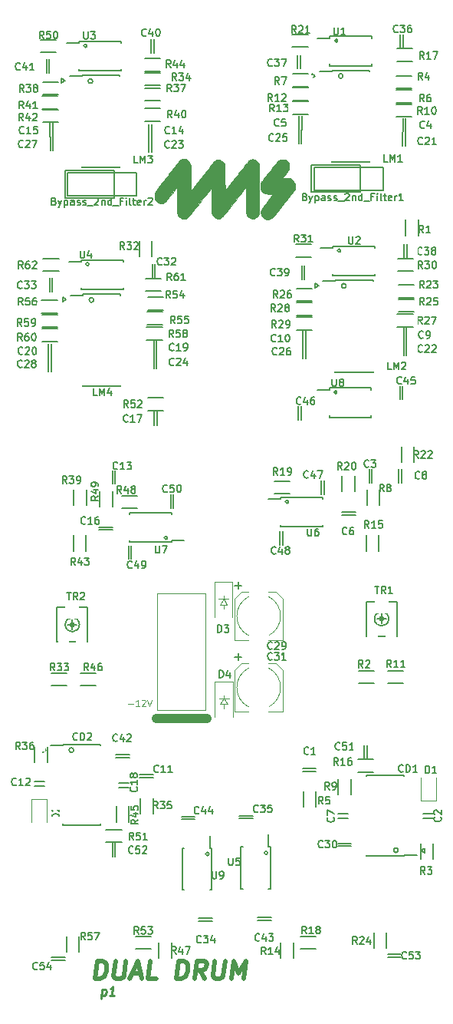
<source format=gbr>
G04 #@! TF.GenerationSoftware,KiCad,Pcbnew,(5.1.2-1)-1*
G04 #@! TF.CreationDate,2019-08-30T11:49:53-07:00*
G04 #@! TF.ProjectId,dualdrum,6475616c-6472-4756-9d2e-6b696361645f,rev?*
G04 #@! TF.SameCoordinates,Original*
G04 #@! TF.FileFunction,Legend,Top*
G04 #@! TF.FilePolarity,Positive*
%FSLAX46Y46*%
G04 Gerber Fmt 4.6, Leading zero omitted, Abs format (unit mm)*
G04 Created by KiCad (PCBNEW (5.1.2-1)-1) date 2019-08-30 11:49:53*
%MOMM*%
%LPD*%
G04 APERTURE LIST*
%ADD10C,0.250000*%
%ADD11C,0.500000*%
%ADD12C,0.150000*%
%ADD13C,0.010000*%
%ADD14C,0.127000*%
%ADD15C,1.000000*%
%ADD16C,0.120000*%
%ADD17C,0.100000*%
%ADD18C,0.152400*%
%ADD19C,0.200000*%
%ADD20R,1.450000X0.450000*%
%ADD21R,1.000000X1.000000*%
%ADD22R,0.450000X1.450000*%
%ADD23R,1.200000X1.200000*%
%ADD24R,1.600000X1.500000*%
%ADD25O,1.700000X1.700000*%
%ADD26R,1.500000X0.600000*%
%ADD27R,1.200000X0.900000*%
%ADD28R,0.500000X0.500000*%
%ADD29R,1.600000X3.000000*%
%ADD30R,1.300000X0.700000*%
%ADD31O,1.727200X2.032000*%
%ADD32C,1.651000*%
%ADD33C,1.803400*%
%ADD34C,2.667000*%
%ADD35C,2.540000*%
%ADD36C,1.930400*%
G04 APERTURE END LIST*
D10*
X10272787Y2271685D02*
X10147787Y1271685D01*
X10266834Y2224066D02*
X10368025Y2271685D01*
X10558501Y2271685D01*
X10647787Y2224066D01*
X10689453Y2176447D01*
X10725167Y2081209D01*
X10689453Y1795495D01*
X10629929Y1700257D01*
X10576358Y1652638D01*
X10475167Y1605019D01*
X10284691Y1605019D01*
X10195406Y1652638D01*
X11618025Y1605019D02*
X11046596Y1605019D01*
X11332310Y1605019D02*
X11457310Y2605019D01*
X11344215Y2462161D01*
X11237072Y2366923D01*
X11135882Y2319304D01*
D11*
X9500303Y3438638D02*
X9750303Y5438638D01*
X10226494Y5438638D01*
X10500303Y5343400D01*
X10666970Y5152923D01*
X10738398Y4962447D01*
X10786017Y4581495D01*
X10750303Y4295780D01*
X10607446Y3914828D01*
X10488398Y3724352D01*
X10274113Y3533876D01*
X9976494Y3438638D01*
X9500303Y3438638D01*
X11750303Y5438638D02*
X11547922Y3819590D01*
X11619351Y3629114D01*
X11702684Y3533876D01*
X11881255Y3438638D01*
X12262208Y3438638D01*
X12464589Y3533876D01*
X12571732Y3629114D01*
X12690779Y3819590D01*
X12893160Y5438638D01*
X13571732Y4010066D02*
X14524113Y4010066D01*
X13309827Y3438638D02*
X14226494Y5438638D01*
X14643160Y3438638D01*
X16262208Y3438638D02*
X15309827Y3438638D01*
X15559827Y5438638D01*
X18452684Y3438638D02*
X18702684Y5438638D01*
X19178875Y5438638D01*
X19452684Y5343400D01*
X19619351Y5152923D01*
X19690779Y4962447D01*
X19738398Y4581495D01*
X19702684Y4295780D01*
X19559827Y3914828D01*
X19440779Y3724352D01*
X19226494Y3533876D01*
X18928875Y3438638D01*
X18452684Y3438638D01*
X21595541Y3438638D02*
X21047922Y4391019D01*
X20452684Y3438638D02*
X20702684Y5438638D01*
X21464589Y5438638D01*
X21643160Y5343400D01*
X21726494Y5248161D01*
X21797922Y5057685D01*
X21762208Y4771971D01*
X21643160Y4581495D01*
X21536017Y4486257D01*
X21333636Y4391019D01*
X20571732Y4391019D01*
X22702684Y5438638D02*
X22500303Y3819590D01*
X22571732Y3629114D01*
X22655065Y3533876D01*
X22833636Y3438638D01*
X23214589Y3438638D01*
X23416970Y3533876D01*
X23524113Y3629114D01*
X23643160Y3819590D01*
X23845541Y5438638D01*
X24547922Y3438638D02*
X24797922Y5438638D01*
X25286017Y4010066D01*
X26131255Y5438638D01*
X25881255Y3438638D01*
D12*
X6202680Y89590880D02*
X11567160Y89590880D01*
X11582400Y92577920D02*
X6202680Y92577920D01*
X6202680Y92522040D02*
X6202680Y89590880D01*
X11567160Y89590880D02*
X11582400Y92577920D01*
X38770560Y93223080D02*
X33390840Y93223080D01*
X38755320Y90236040D02*
X38770560Y93223080D01*
X33390840Y90236040D02*
X38755320Y90236040D01*
X33390840Y93167200D02*
X33390840Y90236040D01*
D13*
G36*
X19461437Y93852047D02*
G01*
X19604552Y93793415D01*
X19729971Y93706154D01*
X19837117Y93590855D01*
X19925418Y93448110D01*
X19980907Y93317906D01*
X20020280Y93207840D01*
X20028746Y91767900D01*
X20037213Y90327960D01*
X21307213Y91943402D01*
X21469691Y92149849D01*
X21627231Y92349585D01*
X21778476Y92540912D01*
X21922067Y92722129D01*
X22056646Y92891536D01*
X22180856Y93047434D01*
X22293336Y93188123D01*
X22392731Y93311903D01*
X22477681Y93417076D01*
X22546827Y93501940D01*
X22598813Y93564797D01*
X22632279Y93603947D01*
X22644315Y93616649D01*
X22699148Y93657704D01*
X22766229Y93699672D01*
X22805182Y93720548D01*
X22851949Y93741823D01*
X22894336Y93755369D01*
X22942354Y93762884D01*
X23006012Y93766069D01*
X23076746Y93766640D01*
X23161336Y93765673D01*
X23222361Y93761631D01*
X23270099Y93752805D01*
X23314825Y93737486D01*
X23352442Y93720768D01*
X23476695Y93644538D01*
X23588072Y93540125D01*
X23682955Y93411924D01*
X23757728Y93264329D01*
X23781684Y93199373D01*
X23787307Y93180526D01*
X23792243Y93158608D01*
X23796557Y93131296D01*
X23800310Y93096271D01*
X23803566Y93051211D01*
X23806388Y92993795D01*
X23808840Y92921704D01*
X23810985Y92832615D01*
X23812886Y92724208D01*
X23814606Y92594162D01*
X23816208Y92440156D01*
X23817756Y92259869D01*
X23819313Y92050981D01*
X23820941Y91811170D01*
X23821399Y91741234D01*
X23830280Y90376228D01*
X25108747Y92001408D01*
X25271813Y92208449D01*
X25429967Y92408766D01*
X25581850Y92600667D01*
X25726109Y92782460D01*
X25861386Y92952451D01*
X25986327Y93108949D01*
X26099574Y93250260D01*
X26199773Y93374691D01*
X26285567Y93480551D01*
X26355602Y93566147D01*
X26408519Y93629786D01*
X26442965Y93669775D01*
X26456130Y93683454D01*
X26510871Y93722647D01*
X26579049Y93763507D01*
X26625463Y93787347D01*
X26676934Y93809653D01*
X26722732Y93823552D01*
X26773781Y93830926D01*
X26841005Y93833657D01*
X26895213Y93833847D01*
X26977435Y93832560D01*
X27036737Y93827971D01*
X27084039Y93818083D01*
X27130262Y93800896D01*
X27166147Y93784263D01*
X27272702Y93718023D01*
X27374974Y93627537D01*
X27463880Y93522080D01*
X27529213Y93413312D01*
X27542782Y93385060D01*
X27555114Y93358821D01*
X27566265Y93332933D01*
X27576290Y93305732D01*
X27585247Y93275555D01*
X27593190Y93240739D01*
X27600177Y93199621D01*
X27606264Y93150537D01*
X27611507Y93091824D01*
X27615961Y93021820D01*
X27619684Y92938862D01*
X27622730Y92841285D01*
X27625158Y92727427D01*
X27627021Y92595625D01*
X27628378Y92444215D01*
X27629284Y92271535D01*
X27629795Y92075922D01*
X27629967Y91855711D01*
X27629857Y91609241D01*
X27629520Y91334848D01*
X27629014Y91030868D01*
X27628393Y90695639D01*
X27628007Y90488551D01*
X27623347Y87958506D01*
X27578396Y87835507D01*
X27503343Y87672384D01*
X27407046Y87535424D01*
X27289693Y87424846D01*
X27160935Y87345443D01*
X27111890Y87323133D01*
X27068035Y87309133D01*
X27018773Y87301560D01*
X26953503Y87298532D01*
X26894335Y87298110D01*
X26814523Y87298833D01*
X26757145Y87302631D01*
X26710775Y87311937D01*
X26663987Y87329187D01*
X26605355Y87356816D01*
X26595096Y87361875D01*
X26462467Y87445188D01*
X26352859Y87553007D01*
X26265222Y87686384D01*
X26258476Y87699481D01*
X26241136Y87733795D01*
X26225929Y87765199D01*
X26212713Y87796046D01*
X26201348Y87828692D01*
X26191693Y87865493D01*
X26183608Y87908805D01*
X26176953Y87960982D01*
X26171585Y88024381D01*
X26167365Y88101356D01*
X26164151Y88194263D01*
X26161804Y88305458D01*
X26160183Y88437295D01*
X26159146Y88592131D01*
X26158553Y88772321D01*
X26158263Y88980220D01*
X26158136Y89218184D01*
X26158078Y89380231D01*
X26157543Y90769440D01*
X26117431Y90723889D01*
X26101896Y90704833D01*
X26066805Y90660860D01*
X26013515Y90593689D01*
X25943381Y90505042D01*
X25857761Y90396639D01*
X25758010Y90270201D01*
X25645487Y90127449D01*
X25521546Y89970102D01*
X25387545Y89799883D01*
X25244841Y89618511D01*
X25094789Y89427707D01*
X24938747Y89229192D01*
X24862498Y89132156D01*
X24703111Y88929467D01*
X24548350Y88733000D01*
X24399639Y88544543D01*
X24258398Y88365883D01*
X24126051Y88198808D01*
X24004018Y88045106D01*
X23893723Y87906565D01*
X23796587Y87784972D01*
X23714033Y87682115D01*
X23647482Y87599782D01*
X23598356Y87539761D01*
X23568078Y87503839D01*
X23561178Y87496216D01*
X23483982Y87428235D01*
X23395679Y87368772D01*
X23364969Y87352283D01*
X23311086Y87327023D01*
X23266214Y87311107D01*
X23219361Y87302404D01*
X23159536Y87298783D01*
X23085569Y87298107D01*
X23004251Y87299025D01*
X22945460Y87303227D01*
X22897879Y87312884D01*
X22850186Y87330165D01*
X22800478Y87352766D01*
X22673646Y87431015D01*
X22562447Y87536233D01*
X22470604Y87663683D01*
X22401844Y87808629D01*
X22375439Y87893217D01*
X22370480Y87915768D01*
X22366159Y87943904D01*
X22362435Y87979933D01*
X22359263Y88026163D01*
X22356603Y88084900D01*
X22354412Y88158452D01*
X22352646Y88249128D01*
X22351264Y88359235D01*
X22350223Y88491080D01*
X22349480Y88646971D01*
X22348993Y88829216D01*
X22348720Y89040121D01*
X22348617Y89281996D01*
X22348613Y89349099D01*
X22348613Y90700937D01*
X22308794Y90658988D01*
X22293357Y90640462D01*
X22258355Y90596987D01*
X22205128Y90530260D01*
X22135016Y90441977D01*
X22049359Y90333835D01*
X21949496Y90207529D01*
X21836767Y90064758D01*
X21712512Y89907216D01*
X21578070Y89736600D01*
X21434782Y89554607D01*
X21283987Y89362933D01*
X21127025Y89163274D01*
X21027984Y89037220D01*
X20867355Y88833003D01*
X20711597Y88635498D01*
X20562086Y88446427D01*
X20420205Y88267513D01*
X20287330Y88100477D01*
X20164844Y87947043D01*
X20054123Y87808932D01*
X19956549Y87687868D01*
X19873501Y87585571D01*
X19806358Y87503765D01*
X19756499Y87444173D01*
X19725305Y87408515D01*
X19716187Y87399380D01*
X19602532Y87325086D01*
X19474137Y87273103D01*
X19339361Y87245351D01*
X19206562Y87243748D01*
X19113150Y87260901D01*
X18976276Y87317025D01*
X18852900Y87402746D01*
X18745403Y87515672D01*
X18656168Y87653410D01*
X18601322Y87775077D01*
X18594792Y87792780D01*
X18589059Y87810589D01*
X18584056Y87830750D01*
X18579719Y87855509D01*
X18575980Y87887110D01*
X18572776Y87927799D01*
X18570038Y87979821D01*
X18567703Y88045421D01*
X18565704Y88126845D01*
X18563976Y88226337D01*
X18562452Y88346144D01*
X18561067Y88488511D01*
X18559756Y88655681D01*
X18558452Y88849902D01*
X18557089Y89073419D01*
X18555603Y89328475D01*
X18555547Y89338217D01*
X18547080Y90802593D01*
X17901320Y89981683D01*
X17744264Y89782683D01*
X17607066Y89610258D01*
X17489288Y89463874D01*
X17390489Y89342998D01*
X17310228Y89247095D01*
X17248064Y89175633D01*
X17203559Y89128078D01*
X17177783Y89104948D01*
X17085633Y89044460D01*
X17003048Y89005452D01*
X16917402Y88983820D01*
X16816066Y88975463D01*
X16777547Y88974920D01*
X16697972Y88975787D01*
X16640141Y88980461D01*
X16591961Y88991323D01*
X16541339Y89010754D01*
X16500735Y89029420D01*
X16371719Y89108501D01*
X16261950Y89211914D01*
X16172650Y89335318D01*
X16105044Y89474372D01*
X16060354Y89624734D01*
X16039805Y89782063D01*
X16044621Y89942018D01*
X16076024Y90100258D01*
X16135240Y90252442D01*
X16148685Y90278373D01*
X16165192Y90302896D01*
X16201161Y90351956D01*
X16255020Y90423551D01*
X16325196Y90515675D01*
X16410118Y90626325D01*
X16508213Y90753495D01*
X16617909Y90895183D01*
X16737634Y91049382D01*
X16865816Y91214090D01*
X17000883Y91387301D01*
X17141261Y91567012D01*
X17285380Y91751217D01*
X17431667Y91937914D01*
X17578550Y92125096D01*
X17724456Y92310761D01*
X17867814Y92492904D01*
X18007051Y92669520D01*
X18140594Y92838605D01*
X18266873Y92998154D01*
X18384314Y93146165D01*
X18491346Y93280631D01*
X18586396Y93399549D01*
X18667891Y93500915D01*
X18734261Y93582723D01*
X18783932Y93642971D01*
X18815333Y93679653D01*
X18823368Y93688217D01*
X18933629Y93773710D01*
X19060694Y93834357D01*
X19197455Y93868334D01*
X19336803Y93873816D01*
X19461437Y93852047D01*
X19461437Y93852047D01*
G37*
X19461437Y93852047D02*
X19604552Y93793415D01*
X19729971Y93706154D01*
X19837117Y93590855D01*
X19925418Y93448110D01*
X19980907Y93317906D01*
X20020280Y93207840D01*
X20028746Y91767900D01*
X20037213Y90327960D01*
X21307213Y91943402D01*
X21469691Y92149849D01*
X21627231Y92349585D01*
X21778476Y92540912D01*
X21922067Y92722129D01*
X22056646Y92891536D01*
X22180856Y93047434D01*
X22293336Y93188123D01*
X22392731Y93311903D01*
X22477681Y93417076D01*
X22546827Y93501940D01*
X22598813Y93564797D01*
X22632279Y93603947D01*
X22644315Y93616649D01*
X22699148Y93657704D01*
X22766229Y93699672D01*
X22805182Y93720548D01*
X22851949Y93741823D01*
X22894336Y93755369D01*
X22942354Y93762884D01*
X23006012Y93766069D01*
X23076746Y93766640D01*
X23161336Y93765673D01*
X23222361Y93761631D01*
X23270099Y93752805D01*
X23314825Y93737486D01*
X23352442Y93720768D01*
X23476695Y93644538D01*
X23588072Y93540125D01*
X23682955Y93411924D01*
X23757728Y93264329D01*
X23781684Y93199373D01*
X23787307Y93180526D01*
X23792243Y93158608D01*
X23796557Y93131296D01*
X23800310Y93096271D01*
X23803566Y93051211D01*
X23806388Y92993795D01*
X23808840Y92921704D01*
X23810985Y92832615D01*
X23812886Y92724208D01*
X23814606Y92594162D01*
X23816208Y92440156D01*
X23817756Y92259869D01*
X23819313Y92050981D01*
X23820941Y91811170D01*
X23821399Y91741234D01*
X23830280Y90376228D01*
X25108747Y92001408D01*
X25271813Y92208449D01*
X25429967Y92408766D01*
X25581850Y92600667D01*
X25726109Y92782460D01*
X25861386Y92952451D01*
X25986327Y93108949D01*
X26099574Y93250260D01*
X26199773Y93374691D01*
X26285567Y93480551D01*
X26355602Y93566147D01*
X26408519Y93629786D01*
X26442965Y93669775D01*
X26456130Y93683454D01*
X26510871Y93722647D01*
X26579049Y93763507D01*
X26625463Y93787347D01*
X26676934Y93809653D01*
X26722732Y93823552D01*
X26773781Y93830926D01*
X26841005Y93833657D01*
X26895213Y93833847D01*
X26977435Y93832560D01*
X27036737Y93827971D01*
X27084039Y93818083D01*
X27130262Y93800896D01*
X27166147Y93784263D01*
X27272702Y93718023D01*
X27374974Y93627537D01*
X27463880Y93522080D01*
X27529213Y93413312D01*
X27542782Y93385060D01*
X27555114Y93358821D01*
X27566265Y93332933D01*
X27576290Y93305732D01*
X27585247Y93275555D01*
X27593190Y93240739D01*
X27600177Y93199621D01*
X27606264Y93150537D01*
X27611507Y93091824D01*
X27615961Y93021820D01*
X27619684Y92938862D01*
X27622730Y92841285D01*
X27625158Y92727427D01*
X27627021Y92595625D01*
X27628378Y92444215D01*
X27629284Y92271535D01*
X27629795Y92075922D01*
X27629967Y91855711D01*
X27629857Y91609241D01*
X27629520Y91334848D01*
X27629014Y91030868D01*
X27628393Y90695639D01*
X27628007Y90488551D01*
X27623347Y87958506D01*
X27578396Y87835507D01*
X27503343Y87672384D01*
X27407046Y87535424D01*
X27289693Y87424846D01*
X27160935Y87345443D01*
X27111890Y87323133D01*
X27068035Y87309133D01*
X27018773Y87301560D01*
X26953503Y87298532D01*
X26894335Y87298110D01*
X26814523Y87298833D01*
X26757145Y87302631D01*
X26710775Y87311937D01*
X26663987Y87329187D01*
X26605355Y87356816D01*
X26595096Y87361875D01*
X26462467Y87445188D01*
X26352859Y87553007D01*
X26265222Y87686384D01*
X26258476Y87699481D01*
X26241136Y87733795D01*
X26225929Y87765199D01*
X26212713Y87796046D01*
X26201348Y87828692D01*
X26191693Y87865493D01*
X26183608Y87908805D01*
X26176953Y87960982D01*
X26171585Y88024381D01*
X26167365Y88101356D01*
X26164151Y88194263D01*
X26161804Y88305458D01*
X26160183Y88437295D01*
X26159146Y88592131D01*
X26158553Y88772321D01*
X26158263Y88980220D01*
X26158136Y89218184D01*
X26158078Y89380231D01*
X26157543Y90769440D01*
X26117431Y90723889D01*
X26101896Y90704833D01*
X26066805Y90660860D01*
X26013515Y90593689D01*
X25943381Y90505042D01*
X25857761Y90396639D01*
X25758010Y90270201D01*
X25645487Y90127449D01*
X25521546Y89970102D01*
X25387545Y89799883D01*
X25244841Y89618511D01*
X25094789Y89427707D01*
X24938747Y89229192D01*
X24862498Y89132156D01*
X24703111Y88929467D01*
X24548350Y88733000D01*
X24399639Y88544543D01*
X24258398Y88365883D01*
X24126051Y88198808D01*
X24004018Y88045106D01*
X23893723Y87906565D01*
X23796587Y87784972D01*
X23714033Y87682115D01*
X23647482Y87599782D01*
X23598356Y87539761D01*
X23568078Y87503839D01*
X23561178Y87496216D01*
X23483982Y87428235D01*
X23395679Y87368772D01*
X23364969Y87352283D01*
X23311086Y87327023D01*
X23266214Y87311107D01*
X23219361Y87302404D01*
X23159536Y87298783D01*
X23085569Y87298107D01*
X23004251Y87299025D01*
X22945460Y87303227D01*
X22897879Y87312884D01*
X22850186Y87330165D01*
X22800478Y87352766D01*
X22673646Y87431015D01*
X22562447Y87536233D01*
X22470604Y87663683D01*
X22401844Y87808629D01*
X22375439Y87893217D01*
X22370480Y87915768D01*
X22366159Y87943904D01*
X22362435Y87979933D01*
X22359263Y88026163D01*
X22356603Y88084900D01*
X22354412Y88158452D01*
X22352646Y88249128D01*
X22351264Y88359235D01*
X22350223Y88491080D01*
X22349480Y88646971D01*
X22348993Y88829216D01*
X22348720Y89040121D01*
X22348617Y89281996D01*
X22348613Y89349099D01*
X22348613Y90700937D01*
X22308794Y90658988D01*
X22293357Y90640462D01*
X22258355Y90596987D01*
X22205128Y90530260D01*
X22135016Y90441977D01*
X22049359Y90333835D01*
X21949496Y90207529D01*
X21836767Y90064758D01*
X21712512Y89907216D01*
X21578070Y89736600D01*
X21434782Y89554607D01*
X21283987Y89362933D01*
X21127025Y89163274D01*
X21027984Y89037220D01*
X20867355Y88833003D01*
X20711597Y88635498D01*
X20562086Y88446427D01*
X20420205Y88267513D01*
X20287330Y88100477D01*
X20164844Y87947043D01*
X20054123Y87808932D01*
X19956549Y87687868D01*
X19873501Y87585571D01*
X19806358Y87503765D01*
X19756499Y87444173D01*
X19725305Y87408515D01*
X19716187Y87399380D01*
X19602532Y87325086D01*
X19474137Y87273103D01*
X19339361Y87245351D01*
X19206562Y87243748D01*
X19113150Y87260901D01*
X18976276Y87317025D01*
X18852900Y87402746D01*
X18745403Y87515672D01*
X18656168Y87653410D01*
X18601322Y87775077D01*
X18594792Y87792780D01*
X18589059Y87810589D01*
X18584056Y87830750D01*
X18579719Y87855509D01*
X18575980Y87887110D01*
X18572776Y87927799D01*
X18570038Y87979821D01*
X18567703Y88045421D01*
X18565704Y88126845D01*
X18563976Y88226337D01*
X18562452Y88346144D01*
X18561067Y88488511D01*
X18559756Y88655681D01*
X18558452Y88849902D01*
X18557089Y89073419D01*
X18555603Y89328475D01*
X18555547Y89338217D01*
X18547080Y90802593D01*
X17901320Y89981683D01*
X17744264Y89782683D01*
X17607066Y89610258D01*
X17489288Y89463874D01*
X17390489Y89342998D01*
X17310228Y89247095D01*
X17248064Y89175633D01*
X17203559Y89128078D01*
X17177783Y89104948D01*
X17085633Y89044460D01*
X17003048Y89005452D01*
X16917402Y88983820D01*
X16816066Y88975463D01*
X16777547Y88974920D01*
X16697972Y88975787D01*
X16640141Y88980461D01*
X16591961Y88991323D01*
X16541339Y89010754D01*
X16500735Y89029420D01*
X16371719Y89108501D01*
X16261950Y89211914D01*
X16172650Y89335318D01*
X16105044Y89474372D01*
X16060354Y89624734D01*
X16039805Y89782063D01*
X16044621Y89942018D01*
X16076024Y90100258D01*
X16135240Y90252442D01*
X16148685Y90278373D01*
X16165192Y90302896D01*
X16201161Y90351956D01*
X16255020Y90423551D01*
X16325196Y90515675D01*
X16410118Y90626325D01*
X16508213Y90753495D01*
X16617909Y90895183D01*
X16737634Y91049382D01*
X16865816Y91214090D01*
X17000883Y91387301D01*
X17141261Y91567012D01*
X17285380Y91751217D01*
X17431667Y91937914D01*
X17578550Y92125096D01*
X17724456Y92310761D01*
X17867814Y92492904D01*
X18007051Y92669520D01*
X18140594Y92838605D01*
X18266873Y92998154D01*
X18384314Y93146165D01*
X18491346Y93280631D01*
X18586396Y93399549D01*
X18667891Y93500915D01*
X18734261Y93582723D01*
X18783932Y93642971D01*
X18815333Y93679653D01*
X18823368Y93688217D01*
X18933629Y93773710D01*
X19060694Y93834357D01*
X19197455Y93868334D01*
X19336803Y93873816D01*
X19461437Y93852047D01*
G36*
X30347803Y93824850D02*
G01*
X30482776Y93790064D01*
X30610791Y93725914D01*
X30725644Y93636891D01*
X30821130Y93527489D01*
X30870537Y93446285D01*
X30895967Y93392930D01*
X30912381Y93345231D01*
X30922225Y93292007D01*
X30927951Y93222077D01*
X30930170Y93173973D01*
X30930781Y93058212D01*
X30921708Y92950599D01*
X30901131Y92847059D01*
X30867225Y92743520D01*
X30818170Y92635908D01*
X30752142Y92520149D01*
X30667320Y92392170D01*
X30561880Y92247898D01*
X30452918Y92107173D01*
X30378490Y92012440D01*
X30311463Y91926346D01*
X30254571Y91852470D01*
X30210552Y91794391D01*
X30182142Y91755686D01*
X30172076Y91739946D01*
X30188176Y91736550D01*
X30233591Y91733118D01*
X30303770Y91729834D01*
X30394164Y91726881D01*
X30500221Y91724444D01*
X30591349Y91723013D01*
X31010885Y91717706D01*
X31121798Y91663065D01*
X31248643Y91582421D01*
X31356615Y91477371D01*
X31444418Y91352457D01*
X31510758Y91212219D01*
X31554340Y91061198D01*
X31573870Y90903935D01*
X31568053Y90744972D01*
X31535595Y90588848D01*
X31475202Y90440106D01*
X31472112Y90434235D01*
X31452588Y90403910D01*
X31413930Y90349738D01*
X31357821Y90273856D01*
X31285942Y90178401D01*
X31199974Y90065510D01*
X31101601Y89937319D01*
X30992502Y89795967D01*
X30874361Y89643589D01*
X30748859Y89482324D01*
X30617677Y89314307D01*
X30482498Y89141675D01*
X30345002Y88966566D01*
X30206872Y88791117D01*
X30069790Y88617464D01*
X29935437Y88447745D01*
X29805495Y88284096D01*
X29681645Y88128654D01*
X29565570Y87983557D01*
X29458951Y87850941D01*
X29363470Y87732943D01*
X29280808Y87631701D01*
X29212647Y87549351D01*
X29160670Y87488029D01*
X29126557Y87449874D01*
X29114249Y87438123D01*
X28957909Y87339719D01*
X28797834Y87268379D01*
X28638217Y87225321D01*
X28483256Y87211765D01*
X28370961Y87221984D01*
X28239869Y87261451D01*
X28114991Y87329795D01*
X28002774Y87422024D01*
X27909663Y87533151D01*
X27860453Y87617164D01*
X27807544Y87759706D01*
X27787083Y87906729D01*
X27799128Y88059446D01*
X27843734Y88219066D01*
X27894330Y88335486D01*
X27913941Y88375012D01*
X27932109Y88410515D01*
X27950640Y88444460D01*
X27971339Y88479313D01*
X27996011Y88517538D01*
X28026462Y88561601D01*
X28064497Y88613967D01*
X28111922Y88677101D01*
X28170541Y88753468D01*
X28242160Y88845533D01*
X28328584Y88955762D01*
X28431619Y89086619D01*
X28553070Y89240570D01*
X28609713Y89312339D01*
X28713021Y89443535D01*
X28809665Y89566853D01*
X28897656Y89679717D01*
X28975009Y89779549D01*
X29039735Y89863772D01*
X29089848Y89929811D01*
X29123360Y89975087D01*
X29138285Y89997025D01*
X29138880Y89998527D01*
X29122573Y90003353D01*
X29076156Y90007920D01*
X29003387Y90012041D01*
X28908022Y90015529D01*
X28793818Y90018199D01*
X28719346Y90019312D01*
X28299811Y90024373D01*
X28188897Y90079015D01*
X28062588Y90159531D01*
X27953424Y90265846D01*
X27863885Y90393229D01*
X27796451Y90536952D01*
X27753601Y90692285D01*
X27737816Y90854501D01*
X27740615Y90933854D01*
X27762711Y91084143D01*
X27802737Y91223191D01*
X27857840Y91341458D01*
X27867201Y91356773D01*
X27887217Y91385159D01*
X27925853Y91436961D01*
X27981184Y91509730D01*
X28051287Y91601016D01*
X28134237Y91708371D01*
X28228111Y91829345D01*
X28330984Y91961490D01*
X28440932Y92102356D01*
X28556030Y92249494D01*
X28674356Y92400455D01*
X28793984Y92552790D01*
X28912991Y92704050D01*
X29029452Y92851785D01*
X29141444Y92993548D01*
X29247041Y93126887D01*
X29344321Y93249355D01*
X29431358Y93358503D01*
X29506230Y93451880D01*
X29567010Y93527039D01*
X29611777Y93581530D01*
X29638604Y93612903D01*
X29644536Y93619025D01*
X29762867Y93701571D01*
X29902092Y93766098D01*
X30052886Y93809878D01*
X30205925Y93830182D01*
X30347803Y93824850D01*
X30347803Y93824850D01*
G37*
X30347803Y93824850D02*
X30482776Y93790064D01*
X30610791Y93725914D01*
X30725644Y93636891D01*
X30821130Y93527489D01*
X30870537Y93446285D01*
X30895967Y93392930D01*
X30912381Y93345231D01*
X30922225Y93292007D01*
X30927951Y93222077D01*
X30930170Y93173973D01*
X30930781Y93058212D01*
X30921708Y92950599D01*
X30901131Y92847059D01*
X30867225Y92743520D01*
X30818170Y92635908D01*
X30752142Y92520149D01*
X30667320Y92392170D01*
X30561880Y92247898D01*
X30452918Y92107173D01*
X30378490Y92012440D01*
X30311463Y91926346D01*
X30254571Y91852470D01*
X30210552Y91794391D01*
X30182142Y91755686D01*
X30172076Y91739946D01*
X30188176Y91736550D01*
X30233591Y91733118D01*
X30303770Y91729834D01*
X30394164Y91726881D01*
X30500221Y91724444D01*
X30591349Y91723013D01*
X31010885Y91717706D01*
X31121798Y91663065D01*
X31248643Y91582421D01*
X31356615Y91477371D01*
X31444418Y91352457D01*
X31510758Y91212219D01*
X31554340Y91061198D01*
X31573870Y90903935D01*
X31568053Y90744972D01*
X31535595Y90588848D01*
X31475202Y90440106D01*
X31472112Y90434235D01*
X31452588Y90403910D01*
X31413930Y90349738D01*
X31357821Y90273856D01*
X31285942Y90178401D01*
X31199974Y90065510D01*
X31101601Y89937319D01*
X30992502Y89795967D01*
X30874361Y89643589D01*
X30748859Y89482324D01*
X30617677Y89314307D01*
X30482498Y89141675D01*
X30345002Y88966566D01*
X30206872Y88791117D01*
X30069790Y88617464D01*
X29935437Y88447745D01*
X29805495Y88284096D01*
X29681645Y88128654D01*
X29565570Y87983557D01*
X29458951Y87850941D01*
X29363470Y87732943D01*
X29280808Y87631701D01*
X29212647Y87549351D01*
X29160670Y87488029D01*
X29126557Y87449874D01*
X29114249Y87438123D01*
X28957909Y87339719D01*
X28797834Y87268379D01*
X28638217Y87225321D01*
X28483256Y87211765D01*
X28370961Y87221984D01*
X28239869Y87261451D01*
X28114991Y87329795D01*
X28002774Y87422024D01*
X27909663Y87533151D01*
X27860453Y87617164D01*
X27807544Y87759706D01*
X27787083Y87906729D01*
X27799128Y88059446D01*
X27843734Y88219066D01*
X27894330Y88335486D01*
X27913941Y88375012D01*
X27932109Y88410515D01*
X27950640Y88444460D01*
X27971339Y88479313D01*
X27996011Y88517538D01*
X28026462Y88561601D01*
X28064497Y88613967D01*
X28111922Y88677101D01*
X28170541Y88753468D01*
X28242160Y88845533D01*
X28328584Y88955762D01*
X28431619Y89086619D01*
X28553070Y89240570D01*
X28609713Y89312339D01*
X28713021Y89443535D01*
X28809665Y89566853D01*
X28897656Y89679717D01*
X28975009Y89779549D01*
X29039735Y89863772D01*
X29089848Y89929811D01*
X29123360Y89975087D01*
X29138285Y89997025D01*
X29138880Y89998527D01*
X29122573Y90003353D01*
X29076156Y90007920D01*
X29003387Y90012041D01*
X28908022Y90015529D01*
X28793818Y90018199D01*
X28719346Y90019312D01*
X28299811Y90024373D01*
X28188897Y90079015D01*
X28062588Y90159531D01*
X27953424Y90265846D01*
X27863885Y90393229D01*
X27796451Y90536952D01*
X27753601Y90692285D01*
X27737816Y90854501D01*
X27740615Y90933854D01*
X27762711Y91084143D01*
X27802737Y91223191D01*
X27857840Y91341458D01*
X27867201Y91356773D01*
X27887217Y91385159D01*
X27925853Y91436961D01*
X27981184Y91509730D01*
X28051287Y91601016D01*
X28134237Y91708371D01*
X28228111Y91829345D01*
X28330984Y91961490D01*
X28440932Y92102356D01*
X28556030Y92249494D01*
X28674356Y92400455D01*
X28793984Y92552790D01*
X28912991Y92704050D01*
X29029452Y92851785D01*
X29141444Y92993548D01*
X29247041Y93126887D01*
X29344321Y93249355D01*
X29431358Y93358503D01*
X29506230Y93451880D01*
X29567010Y93527039D01*
X29611777Y93581530D01*
X29638604Y93612903D01*
X29644536Y93619025D01*
X29762867Y93701571D01*
X29902092Y93766098D01*
X30052886Y93809878D01*
X30205925Y93830182D01*
X30347803Y93824850D01*
D12*
X35348280Y68417500D02*
X33998280Y68417500D01*
X35348280Y65367500D02*
X39998280Y65367500D01*
X35348280Y68617500D02*
X39998280Y68617500D01*
X35348280Y65367500D02*
X35348280Y65567500D01*
X39998280Y65367500D02*
X39998280Y65567500D01*
X39998280Y68617500D02*
X39998280Y68417500D01*
X35348280Y68617500D02*
X35348280Y68417500D01*
X36201885Y68135500D02*
G75*
G03X36201885Y68135500I-179605J0D01*
G01*
X4406580Y103365500D02*
X4406580Y104865500D01*
X4106580Y104865500D02*
X4106580Y103365500D01*
X6177980Y5788800D02*
X4677980Y5788800D01*
X4677980Y5488800D02*
X6177980Y5488800D01*
X43300080Y6119000D02*
X41800080Y6119000D01*
X41800080Y5819000D02*
X43300080Y5819000D01*
X11686680Y16915700D02*
X11686680Y18415700D01*
X11386680Y18415700D02*
X11386680Y16915700D01*
X39225080Y29198000D02*
X39225080Y27698000D01*
X39525080Y27698000D02*
X39525080Y29198000D01*
X22156480Y17882500D02*
X22156480Y19232500D01*
X19106480Y17882500D02*
X19106480Y13232500D01*
X22356480Y17882500D02*
X22356480Y13232500D01*
X19106480Y17882500D02*
X19306480Y17882500D01*
X19106480Y13232500D02*
X19306480Y13232500D01*
X22356480Y13232500D02*
X22156480Y13232500D01*
X22356480Y17882500D02*
X22156480Y17882500D01*
X22054085Y17208500D02*
G75*
G03X22054085Y17208500I-179605J0D01*
G01*
X28633480Y17996800D02*
X28633480Y19346800D01*
X25583480Y17996800D02*
X25583480Y13346800D01*
X28833480Y17996800D02*
X28833480Y13346800D01*
X25583480Y17996800D02*
X25783480Y17996800D01*
X25583480Y13346800D02*
X25783480Y13346800D01*
X28833480Y13346800D02*
X28633480Y13346800D01*
X28833480Y17996800D02*
X28633480Y17996800D01*
X28531085Y17322800D02*
G75*
G03X28531085Y17322800I-179605J0D01*
G01*
X17968080Y51800100D02*
X19318080Y51800100D01*
X17968080Y54850100D02*
X13318080Y54850100D01*
X17968080Y51600100D02*
X13318080Y51600100D01*
X17968080Y54850100D02*
X17968080Y54650100D01*
X13318080Y54850100D02*
X13318080Y54650100D01*
X13318080Y51600100D02*
X13318080Y51800100D01*
X17968080Y51600100D02*
X17968080Y51800100D01*
X17473685Y52082100D02*
G75*
G03X17473685Y52082100I-179605J0D01*
G01*
X29985480Y56341400D02*
X28635480Y56341400D01*
X29985480Y53291400D02*
X34635480Y53291400D01*
X29985480Y56541400D02*
X34635480Y56541400D01*
X29985480Y53291400D02*
X29985480Y53491400D01*
X34635480Y53291400D02*
X34635480Y53491400D01*
X34635480Y56541400D02*
X34635480Y56341400D01*
X29985480Y56541400D02*
X29985480Y56341400D01*
X30839085Y56059400D02*
G75*
G03X30839085Y56059400I-179605J0D01*
G01*
X7945880Y82540500D02*
X6595880Y82540500D01*
X7945880Y79490500D02*
X12595880Y79490500D01*
X7945880Y82740500D02*
X12595880Y82740500D01*
X7945880Y79490500D02*
X7945880Y79690500D01*
X12595880Y79490500D02*
X12595880Y79690500D01*
X12595880Y82740500D02*
X12595880Y82540500D01*
X7945880Y82740500D02*
X7945880Y82540500D01*
X8799485Y82258500D02*
G75*
G03X8799485Y82258500I-179605J0D01*
G01*
X7731580Y106640500D02*
X6381580Y106640500D01*
X7731580Y103590500D02*
X12381580Y103590500D01*
X7731580Y106840500D02*
X12381580Y106840500D01*
X7731580Y103590500D02*
X7731580Y103790500D01*
X12381580Y103590500D02*
X12381580Y103790500D01*
X12381580Y106840500D02*
X12381580Y106640500D01*
X7731580Y106840500D02*
X7731580Y106640500D01*
X8585185Y106358500D02*
G75*
G03X8585185Y106358500I-179605J0D01*
G01*
X35758680Y84056900D02*
X34408680Y84056900D01*
X35758680Y81006900D02*
X40408680Y81006900D01*
X35758680Y84256900D02*
X40408680Y84256900D01*
X35758680Y81006900D02*
X35758680Y81206900D01*
X40408680Y81006900D02*
X40408680Y81206900D01*
X40408680Y84256900D02*
X40408680Y84056900D01*
X35758680Y84256900D02*
X35758680Y84056900D01*
X36612285Y83774900D02*
G75*
G03X36612285Y83774900I-179605J0D01*
G01*
X35416180Y107190660D02*
X34066180Y107190660D01*
X35416180Y104140660D02*
X40066180Y104140660D01*
X35416180Y107390660D02*
X40066180Y107390660D01*
X35416180Y104140660D02*
X35416180Y104340660D01*
X40066180Y104140660D02*
X40066180Y104340660D01*
X40066180Y107390660D02*
X40066180Y107190660D01*
X35416180Y107390660D02*
X35416180Y107190660D01*
X36269785Y106908660D02*
G75*
G03X36269785Y106908660I-179605J0D01*
G01*
D14*
X7188286Y42506900D02*
G75*
G03X7188286Y42506900I-223606J0D01*
G01*
X6464680Y42506900D02*
X7464680Y42506900D01*
X6964680Y43106900D02*
X6964680Y42006900D01*
X7745701Y42506900D02*
G75*
G03X7745701Y42506900I-781021J0D01*
G01*
X5264680Y40606900D02*
X5264680Y44406900D01*
X8664680Y40606900D02*
X5264680Y40606900D01*
X8664680Y44406900D02*
X8664680Y40606900D01*
X5264680Y44406900D02*
X8664680Y44406900D01*
X41351286Y43141900D02*
G75*
G03X41351286Y43141900I-223606J0D01*
G01*
X40627680Y43141900D02*
X41627680Y43141900D01*
X41127680Y43741900D02*
X41127680Y42641900D01*
X41908701Y43141900D02*
G75*
G03X41908701Y43141900I-781021J0D01*
G01*
X39427680Y41241900D02*
X39427680Y45041900D01*
X42827680Y41241900D02*
X39427680Y41241900D01*
X42827680Y45041900D02*
X42827680Y41241900D01*
X39427680Y45041900D02*
X42827680Y45041900D01*
D12*
X3760880Y82885500D02*
X5460880Y82885500D01*
X5460880Y81485500D02*
X3760880Y81485500D01*
X16770880Y79295500D02*
X15070880Y79295500D01*
X15070880Y80695500D02*
X16770880Y80695500D01*
X5300880Y73735500D02*
X3600880Y73735500D01*
X3600880Y75135500D02*
X5300880Y75135500D01*
X3610880Y76705500D02*
X5310880Y76705500D01*
X5310880Y75305500D02*
X3610880Y75305500D01*
X16890880Y73915500D02*
X15190880Y73915500D01*
X15190880Y75315500D02*
X16890880Y75315500D01*
X6315480Y6376300D02*
X6315480Y8076300D01*
X7715480Y8076300D02*
X7715480Y6376300D01*
X5290880Y76875500D02*
X3590880Y76875500D01*
X3590880Y78275500D02*
X5290880Y78275500D01*
X16940880Y75595500D02*
X15240880Y75595500D01*
X15240880Y76995500D02*
X16940880Y76995500D01*
X15300880Y78615500D02*
X17000880Y78615500D01*
X17000880Y77215500D02*
X15300880Y77215500D01*
X13925180Y8116800D02*
X15625180Y8116800D01*
X15625180Y6716800D02*
X13925180Y6716800D01*
X15322180Y67540100D02*
X17022180Y67540100D01*
X17022180Y66140100D02*
X15322180Y66140100D01*
X12399380Y18489700D02*
X10699380Y18489700D01*
X10699380Y19889700D02*
X12399380Y19889700D01*
X3426580Y107015500D02*
X5126580Y107015500D01*
X5126580Y105615500D02*
X3426580Y105615500D01*
X10013080Y55545100D02*
X10013080Y57245100D01*
X11413080Y57245100D02*
X11413080Y55545100D01*
X14113080Y55325100D02*
X12413080Y55325100D01*
X12413080Y56725100D02*
X14113080Y56725100D01*
X17900880Y7415000D02*
X17900880Y5715000D01*
X16500880Y5715000D02*
X16500880Y7415000D01*
X7854580Y37161700D02*
X9554580Y37161700D01*
X9554580Y35761700D02*
X7854580Y35761700D01*
X13227280Y22465400D02*
X13227280Y20765400D01*
X11827280Y20765400D02*
X11827280Y22465400D01*
X16656580Y103565500D02*
X14956580Y103565500D01*
X14956580Y104965500D02*
X16656580Y104965500D01*
X8477480Y52348500D02*
X8477480Y50648500D01*
X7077480Y50648500D02*
X7077480Y52348500D01*
X5386580Y97915500D02*
X3686580Y97915500D01*
X3686580Y99315500D02*
X5386580Y99315500D01*
X3666580Y100805500D02*
X5366580Y100805500D01*
X5366580Y99405500D02*
X3666580Y99405500D01*
X16706580Y98025500D02*
X15006580Y98025500D01*
X15006580Y99425500D02*
X16706580Y99425500D01*
X7102880Y55652300D02*
X7102880Y57352300D01*
X8502880Y57352300D02*
X8502880Y55652300D01*
X5376580Y100975500D02*
X3676580Y100975500D01*
X3676580Y102375500D02*
X5376580Y102375500D01*
X16696580Y100305500D02*
X14996580Y100305500D01*
X14996580Y101705500D02*
X16696580Y101705500D01*
X4184880Y29005900D02*
X4184880Y27305900D01*
X2784880Y27305900D02*
X2784880Y29005900D01*
X15881580Y23329000D02*
X15881580Y21629000D01*
X14481580Y21629000D02*
X14481580Y23329000D01*
X14946580Y103395500D02*
X16646580Y103395500D01*
X16646580Y101995500D02*
X14946580Y101995500D01*
X6341480Y35774400D02*
X4641480Y35774400D01*
X4641480Y37174400D02*
X6341480Y37174400D01*
X15767280Y84809700D02*
X15767280Y83109700D01*
X14367280Y83109700D02*
X14367280Y84809700D01*
X31628980Y84443800D02*
X33328980Y84443800D01*
X33328980Y83043800D02*
X31628980Y83043800D01*
X44593680Y81491900D02*
X42893680Y81491900D01*
X42893680Y82891900D02*
X44593680Y82891900D01*
X33453680Y75031900D02*
X31753680Y75031900D01*
X31753680Y76431900D02*
X33453680Y76431900D01*
X31773680Y78031900D02*
X33473680Y78031900D01*
X33473680Y76631900D02*
X31773680Y76631900D01*
X44573680Y75361900D02*
X42873680Y75361900D01*
X42873680Y76761900D02*
X44573680Y76761900D01*
X33463680Y78191900D02*
X31763680Y78191900D01*
X31763680Y79591900D02*
X33463680Y79591900D01*
X44733680Y77001900D02*
X43033680Y77001900D01*
X43033680Y78401900D02*
X44733680Y78401900D01*
X40275280Y6846200D02*
X40275280Y8546200D01*
X41675280Y8546200D02*
X41675280Y6846200D01*
X43033680Y79991900D02*
X44733680Y79991900D01*
X44733680Y78591900D02*
X43033680Y78591900D01*
X43310580Y60465600D02*
X43310580Y62165600D01*
X44710580Y62165600D02*
X44710580Y60465600D01*
X31273380Y107595900D02*
X32973380Y107595900D01*
X32973380Y106195900D02*
X31273380Y106195900D01*
X36780480Y57186400D02*
X36780480Y58886400D01*
X38180480Y58886400D02*
X38180480Y57186400D01*
X29270480Y58356400D02*
X30970480Y58356400D01*
X30970480Y56956400D02*
X29270480Y56956400D01*
X33900480Y6729500D02*
X32200480Y6729500D01*
X32200480Y8129500D02*
X33900480Y8129500D01*
X44517680Y104659200D02*
X42817680Y104659200D01*
X42817680Y106059200D02*
X44517680Y106059200D01*
X38525080Y27649400D02*
X40225080Y27649400D01*
X40225080Y26249400D02*
X38525080Y26249400D01*
X40837080Y52348500D02*
X40837080Y50648500D01*
X39437080Y50648500D02*
X39437080Y52348500D01*
X31362880Y7428600D02*
X31362880Y5728600D01*
X29962880Y5728600D02*
X29962880Y7428600D01*
X33001180Y98785660D02*
X31301180Y98785660D01*
X31301180Y100185660D02*
X33001180Y100185660D01*
X31301180Y101715660D02*
X33001180Y101715660D01*
X33001180Y100315660D02*
X31301180Y100315660D01*
X41839780Y37441100D02*
X43539780Y37441100D01*
X43539780Y36041100D02*
X41839780Y36041100D01*
X44461180Y98515660D02*
X42761180Y98515660D01*
X42761180Y99915660D02*
X44461180Y99915660D01*
X36338280Y23788000D02*
X36338280Y25488000D01*
X37738280Y25488000D02*
X37738280Y23788000D01*
X39513280Y55652300D02*
X39513280Y57352300D01*
X40913280Y57352300D02*
X40913280Y55652300D01*
X32991180Y101865660D02*
X31291180Y101865660D01*
X31291180Y103265660D02*
X32991180Y103265660D01*
X44461180Y100065660D02*
X42761180Y100065660D01*
X42761180Y101465660D02*
X44461180Y101465660D01*
X33890180Y24103700D02*
X33890180Y22403700D01*
X32490180Y22403700D02*
X32490180Y24103700D01*
X42771180Y103045660D02*
X44471180Y103045660D01*
X44471180Y101645660D02*
X42771180Y101645660D01*
X46831480Y18363300D02*
X46831480Y16663300D01*
X45431480Y16663300D02*
X45431480Y18363300D01*
X40275880Y36041100D02*
X38575880Y36041100D01*
X38575880Y37441100D02*
X40275880Y37441100D01*
X45180480Y87146500D02*
X45180480Y85446500D01*
X43780480Y85446500D02*
X43780480Y87146500D01*
D15*
X16278180Y32162700D02*
X21818180Y32162700D01*
D16*
X16368180Y45982700D02*
X16368180Y33042700D01*
X16368180Y33042700D02*
X21688180Y33042700D01*
X21688180Y33042700D02*
X21688180Y45982700D01*
X21688180Y45982700D02*
X16368180Y45982700D01*
D12*
X8145880Y78835500D02*
X6770880Y78835500D01*
X8145880Y68790500D02*
X12295880Y68790500D01*
X8145880Y78940500D02*
X12295880Y78940500D01*
X8145880Y68790500D02*
X8145880Y68895500D01*
X12295880Y68790500D02*
X12295880Y68895500D01*
X12295880Y78940500D02*
X12295880Y78835500D01*
X8145880Y78940500D02*
X8145880Y78835500D01*
X9331880Y78310500D02*
G75*
G03X9331880Y78310500I-254000J0D01*
G01*
X5902880Y78605500D02*
X6283880Y78351500D01*
X6283880Y78351500D02*
X5902880Y78097500D01*
X5902880Y78097500D02*
X5902880Y78605500D01*
X8031580Y102985500D02*
X6656580Y102985500D01*
X8031580Y92940500D02*
X12181580Y92940500D01*
X8031580Y103090500D02*
X12181580Y103090500D01*
X8031580Y92940500D02*
X8031580Y93045500D01*
X12181580Y92940500D02*
X12181580Y93045500D01*
X12181580Y103090500D02*
X12181580Y102985500D01*
X8031580Y103090500D02*
X8031580Y102985500D01*
X9217580Y102460500D02*
G75*
G03X9217580Y102460500I-254000J0D01*
G01*
X5788580Y102755500D02*
X6169580Y102501500D01*
X6169580Y102501500D02*
X5788580Y102247500D01*
X5788580Y102247500D02*
X5788580Y102755500D01*
X36018680Y80391900D02*
X34643680Y80391900D01*
X36018680Y70346900D02*
X40168680Y70346900D01*
X36018680Y80496900D02*
X40168680Y80496900D01*
X36018680Y70346900D02*
X36018680Y70451900D01*
X40168680Y70346900D02*
X40168680Y70451900D01*
X40168680Y80496900D02*
X40168680Y80391900D01*
X36018680Y80496900D02*
X36018680Y80391900D01*
X37204680Y79866900D02*
G75*
G03X37204680Y79866900I-254000J0D01*
G01*
X33775680Y80161900D02*
X34156680Y79907900D01*
X34156680Y79907900D02*
X33775680Y79653900D01*
X33775680Y79653900D02*
X33775680Y80161900D01*
X35676180Y103545660D02*
X34301180Y103545660D01*
X35676180Y93500660D02*
X39826180Y93500660D01*
X35676180Y103650660D02*
X39826180Y103650660D01*
X35676180Y93500660D02*
X35676180Y93605660D01*
X39826180Y93500660D02*
X39826180Y93605660D01*
X39826180Y103650660D02*
X39826180Y103545660D01*
X35676180Y103650660D02*
X35676180Y103545660D01*
X36862180Y103020660D02*
G75*
G03X36862180Y103020660I-254000J0D01*
G01*
X33433180Y103315660D02*
X33814180Y103061660D01*
X33814180Y103061660D02*
X33433180Y102807660D01*
X33433180Y102807660D02*
X33433180Y103315660D01*
D16*
X24718180Y36232700D02*
X22718180Y36232700D01*
D17*
X23718180Y33732700D02*
X23718180Y33232700D01*
X23318180Y33732700D02*
X23718180Y34332700D01*
X24118180Y33732700D02*
X23318180Y33732700D01*
X23718180Y34332700D02*
X24118180Y33732700D01*
X23718180Y34332700D02*
X23168180Y34332700D01*
X23718180Y34332700D02*
X24268180Y34332700D01*
X23718180Y34732700D02*
X23718180Y34332700D01*
D16*
X22718180Y36232700D02*
X22718180Y32332700D01*
X24718180Y36232700D02*
X24718180Y32332700D01*
X24658180Y47220700D02*
X22658180Y47220700D01*
D17*
X23658180Y44720700D02*
X23658180Y44220700D01*
X23258180Y44720700D02*
X23658180Y45320700D01*
X24058180Y44720700D02*
X23258180Y44720700D01*
X23658180Y45320700D02*
X24058180Y44720700D01*
X23658180Y45320700D02*
X23108180Y45320700D01*
X23658180Y45320700D02*
X24208180Y45320700D01*
X23658180Y45720700D02*
X23658180Y45320700D01*
D16*
X22658180Y47220700D02*
X22658180Y43320700D01*
X24658180Y47220700D02*
X24658180Y43320700D01*
X4157080Y23267800D02*
X4157080Y20717800D01*
X2457080Y23267800D02*
X2457080Y20717800D01*
X4157080Y23267800D02*
X2457080Y23267800D01*
X45421180Y23061800D02*
X45421180Y25611800D01*
X47121180Y23061800D02*
X47121180Y25611800D01*
X45421180Y23061800D02*
X47121180Y23061800D01*
D12*
X5930080Y29195800D02*
X4555080Y29195800D01*
X5930080Y20420800D02*
X10080080Y20420800D01*
X5930080Y29300800D02*
X10080080Y29300800D01*
X5930080Y20420800D02*
X5930080Y20525800D01*
X10080080Y20420800D02*
X10080080Y20525800D01*
X10080080Y29300800D02*
X10080080Y29195800D01*
X5930080Y29300800D02*
X5930080Y29195800D01*
X7116080Y28670800D02*
G75*
G03X7116080Y28670800I-254000J0D01*
G01*
X3687080Y28965800D02*
X4068080Y28711800D01*
X4068080Y28711800D02*
X3687080Y28457800D01*
X3687080Y28457800D02*
X3687080Y28965800D01*
X43637980Y17094900D02*
X45012980Y17094900D01*
X43637980Y25869900D02*
X39487980Y25869900D01*
X43637980Y16989900D02*
X39487980Y16989900D01*
X43637980Y25869900D02*
X43637980Y25764900D01*
X39487980Y25869900D02*
X39487980Y25764900D01*
X39487980Y16989900D02*
X39487980Y17094900D01*
X43637980Y16989900D02*
X43637980Y17094900D01*
X42959980Y17619900D02*
G75*
G03X42959980Y17619900I-254000J0D01*
G01*
X45880980Y17324900D02*
X45499980Y17578900D01*
X45499980Y17578900D02*
X45880980Y17832900D01*
X45880980Y17832900D02*
X45880980Y17324900D01*
X18153080Y55365100D02*
X18153080Y56865100D01*
X17853080Y56865100D02*
X17853080Y55365100D01*
X13163080Y51235100D02*
X13163080Y49735100D01*
X13463080Y49735100D02*
X13463080Y51235100D01*
X29900480Y52816400D02*
X29900480Y51316400D01*
X30200480Y51316400D02*
X30200480Y52816400D01*
X34790480Y56906400D02*
X34790480Y58406400D01*
X34490480Y58406400D02*
X34490480Y56906400D01*
X32209880Y65124900D02*
X32209880Y66624900D01*
X31909880Y66624900D02*
X31909880Y65124900D01*
X43150280Y68834700D02*
X43150280Y67334700D01*
X43450280Y67334700D02*
X43450280Y68834700D01*
X19003580Y21046300D02*
X20503580Y21046300D01*
X20503580Y21346300D02*
X19003580Y21346300D01*
X28936380Y10221100D02*
X27436380Y10221100D01*
X27436380Y9921100D02*
X28936380Y9921100D01*
X13289980Y28140800D02*
X11789980Y28140800D01*
X11789980Y27840800D02*
X13289980Y27840800D01*
X15696580Y107095500D02*
X15696580Y105595500D01*
X15996580Y105595500D02*
X15996580Y107095500D01*
X32603680Y80593500D02*
X32603680Y82093500D01*
X32303680Y82093500D02*
X32303680Y80593500D01*
X43593680Y84501900D02*
X43593680Y83001900D01*
X43893680Y83001900D02*
X43893680Y84501900D01*
X32159080Y103847200D02*
X32159080Y105347200D01*
X31859080Y105347200D02*
X31859080Y103847200D01*
X43201180Y107615660D02*
X43201180Y106115660D01*
X43501180Y106115660D02*
X43501180Y107615660D01*
X25429780Y21109800D02*
X26929780Y21109800D01*
X26929780Y21409800D02*
X25429780Y21409800D01*
X22446680Y10119500D02*
X20946680Y10119500D01*
X20946680Y9819500D02*
X22446680Y9819500D01*
X4750880Y79255500D02*
X4750880Y80755500D01*
X4450880Y80755500D02*
X4450880Y79255500D01*
X15790880Y82305500D02*
X15790880Y80805500D01*
X16090880Y80805500D02*
X16090880Y82305500D01*
D16*
X28678423Y33438443D02*
G75*
G03X28648180Y37722700I-1130243J2134257D01*
G01*
X26417937Y37706957D02*
G75*
G03X26448180Y33422700I1130243J-2134257D01*
G01*
X24898180Y37482700D02*
X24898180Y32902700D01*
X25668180Y38242700D02*
X24898180Y37482700D01*
X30198180Y37482700D02*
X29428180Y38242700D01*
X30198180Y32902700D02*
X30198180Y37482700D01*
X29428180Y38242700D02*
X28648180Y38242700D01*
X25668180Y38242700D02*
X26448180Y38242700D01*
X24898180Y32902700D02*
X26448180Y32902700D01*
X30198180Y32902700D02*
X28648180Y32902700D01*
D12*
X36275580Y18074500D02*
X37775580Y18074500D01*
X37775580Y18374500D02*
X36275580Y18374500D01*
D16*
X28678423Y41312443D02*
G75*
G03X28648180Y45596700I-1130243J2134257D01*
G01*
X26417937Y45580957D02*
G75*
G03X26448180Y41296700I1130243J-2134257D01*
G01*
X24898180Y45356700D02*
X24898180Y40776700D01*
X25668180Y46116700D02*
X24898180Y45356700D01*
X30198180Y45356700D02*
X29428180Y46116700D01*
X30198180Y40776700D02*
X30198180Y45356700D01*
X29428180Y46116700D02*
X28648180Y46116700D01*
X25668180Y46116700D02*
X26448180Y46116700D01*
X24898180Y40776700D02*
X26448180Y40776700D01*
X30198180Y40776700D02*
X28648180Y40776700D01*
D12*
X4625480Y70408100D02*
X4625480Y71908100D01*
X4325480Y71908100D02*
X4325480Y70408100D01*
X4836580Y94795500D02*
X4836580Y96295500D01*
X4536580Y96295500D02*
X4536580Y94795500D01*
X32743680Y71871900D02*
X32743680Y73371900D01*
X32443680Y73371900D02*
X32443680Y71871900D01*
X32291180Y95555660D02*
X32291180Y97055660D01*
X31991180Y97055660D02*
X31991180Y95555660D01*
X15984080Y72263700D02*
X15984080Y70763700D01*
X16284080Y70763700D02*
X16284080Y72263700D01*
X15436580Y96125500D02*
X15436580Y94625500D01*
X15736580Y94625500D02*
X15736580Y96125500D01*
X43573680Y73671900D02*
X43573680Y72171900D01*
X43873680Y72171900D02*
X43873680Y73671900D01*
X43461180Y96805660D02*
X43461180Y95305660D01*
X43761180Y95305660D02*
X43761180Y96805660D01*
X4640880Y71985500D02*
X4640880Y73485500D01*
X4340880Y73485500D02*
X4340880Y71985500D01*
X15980880Y73865500D02*
X15980880Y72365500D01*
X16280880Y72365500D02*
X16280880Y73865500D01*
D18*
X13238480Y24561800D02*
X12120880Y24561800D01*
X13238480Y25069800D02*
X12120880Y25069800D01*
D12*
X16322180Y64528000D02*
X16322180Y66028000D01*
X16022180Y66028000D02*
X16022180Y64528000D01*
X11423080Y53245100D02*
X9923080Y53245100D01*
X9923080Y52945100D02*
X11423080Y52945100D01*
X4806580Y96315500D02*
X4806580Y97815500D01*
X4506580Y97815500D02*
X4506580Y96315500D01*
X15436580Y97695500D02*
X15436580Y96195500D01*
X15736580Y96195500D02*
X15736580Y97695500D01*
X11399380Y59538300D02*
X11399380Y58038300D01*
X11699380Y58038300D02*
X11699380Y59538300D01*
D18*
X2799080Y25234900D02*
X3916680Y25234900D01*
X2799080Y24726900D02*
X3916680Y24726900D01*
D12*
X15893480Y25931000D02*
X14393480Y25931000D01*
X14393480Y25631000D02*
X15893480Y25631000D01*
X32753680Y73421900D02*
X32753680Y74921900D01*
X32453680Y74921900D02*
X32453680Y73421900D01*
X43583680Y75231900D02*
X43583680Y73731900D01*
X43883680Y73731900D02*
X43883680Y75231900D01*
X43035080Y59665300D02*
X43035080Y58165300D01*
X43335080Y58165300D02*
X43335080Y59665300D01*
D18*
X36339780Y21678900D02*
X37457380Y21678900D01*
X36339780Y21170900D02*
X37457380Y21170900D01*
D12*
X36730480Y54606400D02*
X38230480Y54606400D01*
X38230480Y54906400D02*
X36730480Y54906400D01*
X32301180Y97125660D02*
X32301180Y98625660D01*
X32001180Y98625660D02*
X32001180Y97125660D01*
X43471180Y98395660D02*
X43471180Y96895660D01*
X43771180Y96895660D02*
X43771180Y98395660D01*
X39745780Y59665300D02*
X39745780Y58165300D01*
X40045780Y58165300D02*
X40045780Y59665300D01*
D18*
X46804580Y21120100D02*
X45686980Y21120100D01*
X46804580Y21628100D02*
X45686980Y21628100D01*
D12*
X33902080Y26642200D02*
X32402080Y26642200D01*
X32402080Y26342200D02*
X33902080Y26342200D01*
X6446580Y89825500D02*
X14066580Y89825500D01*
X14066580Y89825500D02*
X14066580Y92365500D01*
X14066580Y92365500D02*
X6446580Y92365500D01*
X6446580Y92365500D02*
X6446580Y89825500D01*
X33731180Y90445660D02*
X41351180Y90445660D01*
X41351180Y90445660D02*
X41351180Y92985660D01*
X41351180Y92985660D02*
X33731180Y92985660D01*
X33731180Y92985660D02*
X33731180Y90445660D01*
D19*
X35679456Y69589595D02*
X35679456Y68941976D01*
X35717551Y68865785D01*
X35755646Y68827690D01*
X35831837Y68789595D01*
X35984218Y68789595D01*
X36060408Y68827690D01*
X36098503Y68865785D01*
X36136599Y68941976D01*
X36136599Y69589595D01*
X36631837Y69246738D02*
X36555646Y69284833D01*
X36517551Y69322928D01*
X36479456Y69399119D01*
X36479456Y69437214D01*
X36517551Y69513404D01*
X36555646Y69551500D01*
X36631837Y69589595D01*
X36784218Y69589595D01*
X36860408Y69551500D01*
X36898503Y69513404D01*
X36936599Y69437214D01*
X36936599Y69399119D01*
X36898503Y69322928D01*
X36860408Y69284833D01*
X36784218Y69246738D01*
X36631837Y69246738D01*
X36555646Y69208642D01*
X36517551Y69170547D01*
X36479456Y69094357D01*
X36479456Y68941976D01*
X36517551Y68865785D01*
X36555646Y68827690D01*
X36631837Y68789595D01*
X36784218Y68789595D01*
X36860408Y68827690D01*
X36898503Y68865785D01*
X36936599Y68941976D01*
X36936599Y69094357D01*
X36898503Y69170547D01*
X36860408Y69208642D01*
X36784218Y69246738D01*
X1205294Y103739985D02*
X1167199Y103701890D01*
X1052913Y103663795D01*
X976722Y103663795D01*
X862437Y103701890D01*
X786246Y103778080D01*
X748151Y103854271D01*
X710056Y104006652D01*
X710056Y104120938D01*
X748151Y104273319D01*
X786246Y104349509D01*
X862437Y104425700D01*
X976722Y104463795D01*
X1052913Y104463795D01*
X1167199Y104425700D01*
X1205294Y104387604D01*
X1891008Y104197128D02*
X1891008Y103663795D01*
X1700532Y104501890D02*
X1510056Y103930461D01*
X2005294Y103930461D01*
X2729103Y103663795D02*
X2271960Y103663795D01*
X2500532Y103663795D02*
X2500532Y104463795D01*
X2424341Y104349509D01*
X2348151Y104273319D01*
X2271960Y104235223D01*
X3097594Y4540285D02*
X3059499Y4502190D01*
X2945213Y4464095D01*
X2869022Y4464095D01*
X2754737Y4502190D01*
X2678546Y4578380D01*
X2640451Y4654571D01*
X2602356Y4806952D01*
X2602356Y4921238D01*
X2640451Y5073619D01*
X2678546Y5149809D01*
X2754737Y5226000D01*
X2869022Y5264095D01*
X2945213Y5264095D01*
X3059499Y5226000D01*
X3097594Y5187904D01*
X3821403Y5264095D02*
X3440451Y5264095D01*
X3402356Y4883142D01*
X3440451Y4921238D01*
X3516641Y4959333D01*
X3707118Y4959333D01*
X3783308Y4921238D01*
X3821403Y4883142D01*
X3859499Y4806952D01*
X3859499Y4616476D01*
X3821403Y4540285D01*
X3783308Y4502190D01*
X3707118Y4464095D01*
X3516641Y4464095D01*
X3440451Y4502190D01*
X3402356Y4540285D01*
X4545213Y4997428D02*
X4545213Y4464095D01*
X4354737Y5302190D02*
X4164260Y4730761D01*
X4659499Y4730761D01*
X43877294Y5721385D02*
X43839199Y5683290D01*
X43724913Y5645195D01*
X43648722Y5645195D01*
X43534437Y5683290D01*
X43458246Y5759480D01*
X43420151Y5835671D01*
X43382056Y5988052D01*
X43382056Y6102338D01*
X43420151Y6254719D01*
X43458246Y6330909D01*
X43534437Y6407100D01*
X43648722Y6445195D01*
X43724913Y6445195D01*
X43839199Y6407100D01*
X43877294Y6369004D01*
X44601103Y6445195D02*
X44220151Y6445195D01*
X44182056Y6064242D01*
X44220151Y6102338D01*
X44296341Y6140433D01*
X44486818Y6140433D01*
X44563008Y6102338D01*
X44601103Y6064242D01*
X44639199Y5988052D01*
X44639199Y5797576D01*
X44601103Y5721385D01*
X44563008Y5683290D01*
X44486818Y5645195D01*
X44296341Y5645195D01*
X44220151Y5683290D01*
X44182056Y5721385D01*
X44905865Y6445195D02*
X45401103Y6445195D01*
X45134437Y6140433D01*
X45248722Y6140433D01*
X45324913Y6102338D01*
X45363008Y6064242D01*
X45401103Y5988052D01*
X45401103Y5797576D01*
X45363008Y5721385D01*
X45324913Y5683290D01*
X45248722Y5645195D01*
X45020151Y5645195D01*
X44943960Y5683290D01*
X44905865Y5721385D01*
X13663994Y17354585D02*
X13625899Y17316490D01*
X13511613Y17278395D01*
X13435422Y17278395D01*
X13321137Y17316490D01*
X13244946Y17392680D01*
X13206851Y17468871D01*
X13168756Y17621252D01*
X13168756Y17735538D01*
X13206851Y17887919D01*
X13244946Y17964109D01*
X13321137Y18040300D01*
X13435422Y18078395D01*
X13511613Y18078395D01*
X13625899Y18040300D01*
X13663994Y18002204D01*
X14387803Y18078395D02*
X14006851Y18078395D01*
X13968756Y17697442D01*
X14006851Y17735538D01*
X14083041Y17773633D01*
X14273518Y17773633D01*
X14349708Y17735538D01*
X14387803Y17697442D01*
X14425899Y17621252D01*
X14425899Y17430776D01*
X14387803Y17354585D01*
X14349708Y17316490D01*
X14273518Y17278395D01*
X14083041Y17278395D01*
X14006851Y17316490D01*
X13968756Y17354585D01*
X14730660Y18002204D02*
X14768756Y18040300D01*
X14844946Y18078395D01*
X15035422Y18078395D01*
X15111613Y18040300D01*
X15149708Y18002204D01*
X15187803Y17926014D01*
X15187803Y17849823D01*
X15149708Y17735538D01*
X14692565Y17278395D01*
X15187803Y17278395D01*
X36511294Y28771885D02*
X36473199Y28733790D01*
X36358913Y28695695D01*
X36282722Y28695695D01*
X36168437Y28733790D01*
X36092246Y28809980D01*
X36054151Y28886171D01*
X36016056Y29038552D01*
X36016056Y29152838D01*
X36054151Y29305219D01*
X36092246Y29381409D01*
X36168437Y29457600D01*
X36282722Y29495695D01*
X36358913Y29495695D01*
X36473199Y29457600D01*
X36511294Y29419504D01*
X37235103Y29495695D02*
X36854151Y29495695D01*
X36816056Y29114742D01*
X36854151Y29152838D01*
X36930341Y29190933D01*
X37120818Y29190933D01*
X37197008Y29152838D01*
X37235103Y29114742D01*
X37273199Y29038552D01*
X37273199Y28848076D01*
X37235103Y28771885D01*
X37197008Y28733790D01*
X37120818Y28695695D01*
X36930341Y28695695D01*
X36854151Y28733790D01*
X36816056Y28771885D01*
X38035103Y28695695D02*
X37577960Y28695695D01*
X37806532Y28695695D02*
X37806532Y29495695D01*
X37730341Y29381409D01*
X37654151Y29305219D01*
X37577960Y29267123D01*
X22420656Y15271695D02*
X22420656Y14624076D01*
X22458751Y14547885D01*
X22496846Y14509790D01*
X22573037Y14471695D01*
X22725418Y14471695D01*
X22801608Y14509790D01*
X22839703Y14547885D01*
X22877799Y14624076D01*
X22877799Y15271695D01*
X23296846Y14471695D02*
X23449227Y14471695D01*
X23525418Y14509790D01*
X23563513Y14547885D01*
X23639703Y14662171D01*
X23677799Y14814552D01*
X23677799Y15119314D01*
X23639703Y15195504D01*
X23601608Y15233600D01*
X23525418Y15271695D01*
X23373037Y15271695D01*
X23296846Y15233600D01*
X23258751Y15195504D01*
X23220656Y15119314D01*
X23220656Y14928838D01*
X23258751Y14852647D01*
X23296846Y14814552D01*
X23373037Y14776457D01*
X23525418Y14776457D01*
X23601608Y14814552D01*
X23639703Y14852647D01*
X23677799Y14928838D01*
X24224056Y16757595D02*
X24224056Y16109976D01*
X24262151Y16033785D01*
X24300246Y15995690D01*
X24376437Y15957595D01*
X24528818Y15957595D01*
X24605008Y15995690D01*
X24643103Y16033785D01*
X24681199Y16109976D01*
X24681199Y16757595D01*
X25443103Y16757595D02*
X25062151Y16757595D01*
X25024056Y16376642D01*
X25062151Y16414738D01*
X25138341Y16452833D01*
X25328818Y16452833D01*
X25405008Y16414738D01*
X25443103Y16376642D01*
X25481199Y16300452D01*
X25481199Y16109976D01*
X25443103Y16033785D01*
X25405008Y15995690D01*
X25328818Y15957595D01*
X25138341Y15957595D01*
X25062151Y15995690D01*
X25024056Y16033785D01*
X16134156Y51199995D02*
X16134156Y50552376D01*
X16172251Y50476185D01*
X16210346Y50438090D01*
X16286537Y50399995D01*
X16438918Y50399995D01*
X16515108Y50438090D01*
X16553203Y50476185D01*
X16591299Y50552376D01*
X16591299Y51199995D01*
X16896060Y51199995D02*
X17429394Y51199995D01*
X17086537Y50399995D01*
X32936256Y53092295D02*
X32936256Y52444676D01*
X32974351Y52368485D01*
X33012446Y52330390D01*
X33088637Y52292295D01*
X33241018Y52292295D01*
X33317208Y52330390D01*
X33355303Y52368485D01*
X33393399Y52444676D01*
X33393399Y53092295D01*
X34117208Y53092295D02*
X33964827Y53092295D01*
X33888637Y53054200D01*
X33850541Y53016104D01*
X33774351Y52901819D01*
X33736256Y52749438D01*
X33736256Y52444676D01*
X33774351Y52368485D01*
X33812446Y52330390D01*
X33888637Y52292295D01*
X34041018Y52292295D01*
X34117208Y52330390D01*
X34155303Y52368485D01*
X34193399Y52444676D01*
X34193399Y52635152D01*
X34155303Y52711342D01*
X34117208Y52749438D01*
X34041018Y52787533D01*
X33888637Y52787533D01*
X33812446Y52749438D01*
X33774351Y52711342D01*
X33736256Y52635152D01*
X7841056Y83750095D02*
X7841056Y83102476D01*
X7879151Y83026285D01*
X7917246Y82988190D01*
X7993437Y82950095D01*
X8145818Y82950095D01*
X8222008Y82988190D01*
X8260103Y83026285D01*
X8298199Y83102476D01*
X8298199Y83750095D01*
X9022008Y83483428D02*
X9022008Y82950095D01*
X8831532Y83788190D02*
X8641056Y83216761D01*
X9136294Y83216761D01*
X8222056Y107892795D02*
X8222056Y107245176D01*
X8260151Y107168985D01*
X8298246Y107130890D01*
X8374437Y107092795D01*
X8526818Y107092795D01*
X8603008Y107130890D01*
X8641103Y107168985D01*
X8679199Y107245176D01*
X8679199Y107892795D01*
X8983960Y107892795D02*
X9479199Y107892795D01*
X9212532Y107588033D01*
X9326818Y107588033D01*
X9403008Y107549938D01*
X9441103Y107511842D01*
X9479199Y107435652D01*
X9479199Y107245176D01*
X9441103Y107168985D01*
X9403008Y107130890D01*
X9326818Y107092795D01*
X9098246Y107092795D01*
X9022056Y107130890D01*
X8983960Y107168985D01*
X37495556Y85312195D02*
X37495556Y84664576D01*
X37533651Y84588385D01*
X37571746Y84550290D01*
X37647937Y84512195D01*
X37800318Y84512195D01*
X37876508Y84550290D01*
X37914603Y84588385D01*
X37952699Y84664576D01*
X37952699Y85312195D01*
X38295556Y85236004D02*
X38333651Y85274100D01*
X38409841Y85312195D01*
X38600318Y85312195D01*
X38676508Y85274100D01*
X38714603Y85236004D01*
X38752699Y85159814D01*
X38752699Y85083623D01*
X38714603Y84969338D01*
X38257460Y84512195D01*
X38752699Y84512195D01*
X35857256Y108375395D02*
X35857256Y107727776D01*
X35895351Y107651585D01*
X35933446Y107613490D01*
X36009637Y107575395D01*
X36162018Y107575395D01*
X36238208Y107613490D01*
X36276303Y107651585D01*
X36314399Y107727776D01*
X36314399Y108375395D01*
X37114399Y107575395D02*
X36657256Y107575395D01*
X36885827Y107575395D02*
X36885827Y108375395D01*
X36809637Y108261109D01*
X36733446Y108184919D01*
X36657256Y108146823D01*
X6370770Y46037395D02*
X6827913Y46037395D01*
X6599341Y45237395D02*
X6599341Y46037395D01*
X7551722Y45237395D02*
X7285056Y45618347D01*
X7094580Y45237395D02*
X7094580Y46037395D01*
X7399341Y46037395D01*
X7475532Y45999300D01*
X7513627Y45961204D01*
X7551722Y45885014D01*
X7551722Y45770728D01*
X7513627Y45694538D01*
X7475532Y45656442D01*
X7399341Y45618347D01*
X7094580Y45618347D01*
X7856484Y45961204D02*
X7894580Y45999300D01*
X7970770Y46037395D01*
X8161246Y46037395D01*
X8237437Y45999300D01*
X8275532Y45961204D01*
X8313627Y45885014D01*
X8313627Y45808823D01*
X8275532Y45694538D01*
X7818389Y45237395D01*
X8313627Y45237395D01*
X40381370Y46735895D02*
X40838513Y46735895D01*
X40609941Y45935895D02*
X40609941Y46735895D01*
X41562322Y45935895D02*
X41295656Y46316847D01*
X41105180Y45935895D02*
X41105180Y46735895D01*
X41409941Y46735895D01*
X41486132Y46697800D01*
X41524227Y46659704D01*
X41562322Y46583514D01*
X41562322Y46469228D01*
X41524227Y46393038D01*
X41486132Y46354942D01*
X41409941Y46316847D01*
X41105180Y46316847D01*
X42324227Y45935895D02*
X41867084Y45935895D01*
X42095656Y45935895D02*
X42095656Y46735895D01*
X42019465Y46621609D01*
X41943275Y46545419D01*
X41867084Y46507323D01*
X1497394Y81781695D02*
X1230727Y82162647D01*
X1040251Y81781695D02*
X1040251Y82581695D01*
X1345013Y82581695D01*
X1421203Y82543600D01*
X1459299Y82505504D01*
X1497394Y82429314D01*
X1497394Y82315028D01*
X1459299Y82238838D01*
X1421203Y82200742D01*
X1345013Y82162647D01*
X1040251Y82162647D01*
X2183108Y82581695D02*
X2030727Y82581695D01*
X1954537Y82543600D01*
X1916441Y82505504D01*
X1840251Y82391219D01*
X1802156Y82238838D01*
X1802156Y81934076D01*
X1840251Y81857885D01*
X1878346Y81819790D01*
X1954537Y81781695D01*
X2106918Y81781695D01*
X2183108Y81819790D01*
X2221203Y81857885D01*
X2259299Y81934076D01*
X2259299Y82124552D01*
X2221203Y82200742D01*
X2183108Y82238838D01*
X2106918Y82276933D01*
X1954537Y82276933D01*
X1878346Y82238838D01*
X1840251Y82200742D01*
X1802156Y82124552D01*
X2564060Y82505504D02*
X2602156Y82543600D01*
X2678346Y82581695D01*
X2868822Y82581695D01*
X2945013Y82543600D01*
X2983108Y82505504D01*
X3021203Y82429314D01*
X3021203Y82353123D01*
X2983108Y82238838D01*
X2525965Y81781695D01*
X3021203Y81781695D01*
X17918494Y80486295D02*
X17651827Y80867247D01*
X17461351Y80486295D02*
X17461351Y81286295D01*
X17766113Y81286295D01*
X17842303Y81248200D01*
X17880399Y81210104D01*
X17918494Y81133914D01*
X17918494Y81019628D01*
X17880399Y80943438D01*
X17842303Y80905342D01*
X17766113Y80867247D01*
X17461351Y80867247D01*
X18604208Y81286295D02*
X18451827Y81286295D01*
X18375637Y81248200D01*
X18337541Y81210104D01*
X18261351Y81095819D01*
X18223256Y80943438D01*
X18223256Y80638676D01*
X18261351Y80562485D01*
X18299446Y80524390D01*
X18375637Y80486295D01*
X18528018Y80486295D01*
X18604208Y80524390D01*
X18642303Y80562485D01*
X18680399Y80638676D01*
X18680399Y80829152D01*
X18642303Y80905342D01*
X18604208Y80943438D01*
X18528018Y80981533D01*
X18375637Y80981533D01*
X18299446Y80943438D01*
X18261351Y80905342D01*
X18223256Y80829152D01*
X19442303Y80486295D02*
X18985160Y80486295D01*
X19213732Y80486295D02*
X19213732Y81286295D01*
X19137541Y81172009D01*
X19061351Y81095819D01*
X18985160Y81057723D01*
X1421194Y73818795D02*
X1154527Y74199747D01*
X964051Y73818795D02*
X964051Y74618795D01*
X1268813Y74618795D01*
X1345003Y74580700D01*
X1383099Y74542604D01*
X1421194Y74466414D01*
X1421194Y74352128D01*
X1383099Y74275938D01*
X1345003Y74237842D01*
X1268813Y74199747D01*
X964051Y74199747D01*
X2106908Y74618795D02*
X1954527Y74618795D01*
X1878337Y74580700D01*
X1840241Y74542604D01*
X1764051Y74428319D01*
X1725956Y74275938D01*
X1725956Y73971176D01*
X1764051Y73894985D01*
X1802146Y73856890D01*
X1878337Y73818795D01*
X2030718Y73818795D01*
X2106908Y73856890D01*
X2145003Y73894985D01*
X2183099Y73971176D01*
X2183099Y74161652D01*
X2145003Y74237842D01*
X2106908Y74275938D01*
X2030718Y74314033D01*
X1878337Y74314033D01*
X1802146Y74275938D01*
X1764051Y74237842D01*
X1725956Y74161652D01*
X2678337Y74618795D02*
X2754527Y74618795D01*
X2830718Y74580700D01*
X2868813Y74542604D01*
X2906908Y74466414D01*
X2945003Y74314033D01*
X2945003Y74123557D01*
X2906908Y73971176D01*
X2868813Y73894985D01*
X2830718Y73856890D01*
X2754527Y73818795D01*
X2678337Y73818795D01*
X2602146Y73856890D01*
X2564051Y73894985D01*
X2525956Y73971176D01*
X2487860Y74123557D01*
X2487860Y74314033D01*
X2525956Y74466414D01*
X2564051Y74542604D01*
X2602146Y74580700D01*
X2678337Y74618795D01*
X1383094Y75431695D02*
X1116427Y75812647D01*
X925951Y75431695D02*
X925951Y76231695D01*
X1230713Y76231695D01*
X1306903Y76193600D01*
X1344999Y76155504D01*
X1383094Y76079314D01*
X1383094Y75965028D01*
X1344999Y75888838D01*
X1306903Y75850742D01*
X1230713Y75812647D01*
X925951Y75812647D01*
X2106903Y76231695D02*
X1725951Y76231695D01*
X1687856Y75850742D01*
X1725951Y75888838D01*
X1802141Y75926933D01*
X1992618Y75926933D01*
X2068808Y75888838D01*
X2106903Y75850742D01*
X2144999Y75774552D01*
X2144999Y75584076D01*
X2106903Y75507885D01*
X2068808Y75469790D01*
X1992618Y75431695D01*
X1802141Y75431695D01*
X1725951Y75469790D01*
X1687856Y75507885D01*
X2525951Y75431695D02*
X2678332Y75431695D01*
X2754522Y75469790D01*
X2792618Y75507885D01*
X2868808Y75622171D01*
X2906903Y75774552D01*
X2906903Y76079314D01*
X2868808Y76155504D01*
X2830713Y76193600D01*
X2754522Y76231695D01*
X2602141Y76231695D01*
X2525951Y76193600D01*
X2487856Y76155504D01*
X2449760Y76079314D01*
X2449760Y75888838D01*
X2487856Y75812647D01*
X2525951Y75774552D01*
X2602141Y75736457D01*
X2754522Y75736457D01*
X2830713Y75774552D01*
X2868808Y75812647D01*
X2906903Y75888838D01*
X18108994Y74212495D02*
X17842327Y74593447D01*
X17651851Y74212495D02*
X17651851Y75012495D01*
X17956613Y75012495D01*
X18032803Y74974400D01*
X18070899Y74936304D01*
X18108994Y74860114D01*
X18108994Y74745828D01*
X18070899Y74669638D01*
X18032803Y74631542D01*
X17956613Y74593447D01*
X17651851Y74593447D01*
X18832803Y75012495D02*
X18451851Y75012495D01*
X18413756Y74631542D01*
X18451851Y74669638D01*
X18528041Y74707733D01*
X18718518Y74707733D01*
X18794708Y74669638D01*
X18832803Y74631542D01*
X18870899Y74555352D01*
X18870899Y74364876D01*
X18832803Y74288685D01*
X18794708Y74250590D01*
X18718518Y74212495D01*
X18528041Y74212495D01*
X18451851Y74250590D01*
X18413756Y74288685D01*
X19328041Y74669638D02*
X19251851Y74707733D01*
X19213756Y74745828D01*
X19175660Y74822019D01*
X19175660Y74860114D01*
X19213756Y74936304D01*
X19251851Y74974400D01*
X19328041Y75012495D01*
X19480422Y75012495D01*
X19556613Y74974400D01*
X19594708Y74936304D01*
X19632803Y74860114D01*
X19632803Y74822019D01*
X19594708Y74745828D01*
X19556613Y74707733D01*
X19480422Y74669638D01*
X19328041Y74669638D01*
X19251851Y74631542D01*
X19213756Y74593447D01*
X19175660Y74517257D01*
X19175660Y74364876D01*
X19213756Y74288685D01*
X19251851Y74250590D01*
X19328041Y74212495D01*
X19480422Y74212495D01*
X19556613Y74250590D01*
X19594708Y74288685D01*
X19632803Y74364876D01*
X19632803Y74517257D01*
X19594708Y74593447D01*
X19556613Y74631542D01*
X19480422Y74669638D01*
X8380794Y7753395D02*
X8114127Y8134347D01*
X7923651Y7753395D02*
X7923651Y8553395D01*
X8228413Y8553395D01*
X8304603Y8515300D01*
X8342699Y8477204D01*
X8380794Y8401014D01*
X8380794Y8286728D01*
X8342699Y8210538D01*
X8304603Y8172442D01*
X8228413Y8134347D01*
X7923651Y8134347D01*
X9104603Y8553395D02*
X8723651Y8553395D01*
X8685556Y8172442D01*
X8723651Y8210538D01*
X8799841Y8248633D01*
X8990318Y8248633D01*
X9066508Y8210538D01*
X9104603Y8172442D01*
X9142699Y8096252D01*
X9142699Y7905776D01*
X9104603Y7829585D01*
X9066508Y7791490D01*
X8990318Y7753395D01*
X8799841Y7753395D01*
X8723651Y7791490D01*
X8685556Y7829585D01*
X9409365Y8553395D02*
X9942699Y8553395D01*
X9599841Y7753395D01*
X1497394Y77755795D02*
X1230727Y78136747D01*
X1040251Y77755795D02*
X1040251Y78555795D01*
X1345013Y78555795D01*
X1421203Y78517700D01*
X1459299Y78479604D01*
X1497394Y78403414D01*
X1497394Y78289128D01*
X1459299Y78212938D01*
X1421203Y78174842D01*
X1345013Y78136747D01*
X1040251Y78136747D01*
X2221203Y78555795D02*
X1840251Y78555795D01*
X1802156Y78174842D01*
X1840251Y78212938D01*
X1916441Y78251033D01*
X2106918Y78251033D01*
X2183108Y78212938D01*
X2221203Y78174842D01*
X2259299Y78098652D01*
X2259299Y77908176D01*
X2221203Y77831985D01*
X2183108Y77793890D01*
X2106918Y77755795D01*
X1916441Y77755795D01*
X1840251Y77793890D01*
X1802156Y77831985D01*
X2945013Y78555795D02*
X2792632Y78555795D01*
X2716441Y78517700D01*
X2678346Y78479604D01*
X2602156Y78365319D01*
X2564060Y78212938D01*
X2564060Y77908176D01*
X2602156Y77831985D01*
X2640251Y77793890D01*
X2716441Y77755795D01*
X2868822Y77755795D01*
X2945013Y77793890D01*
X2983108Y77831985D01*
X3021203Y77908176D01*
X3021203Y78098652D01*
X2983108Y78174842D01*
X2945013Y78212938D01*
X2868822Y78251033D01*
X2716441Y78251033D01*
X2640251Y78212938D01*
X2602156Y78174842D01*
X2564060Y78098652D01*
X18312194Y75736495D02*
X18045527Y76117447D01*
X17855051Y75736495D02*
X17855051Y76536495D01*
X18159813Y76536495D01*
X18236003Y76498400D01*
X18274099Y76460304D01*
X18312194Y76384114D01*
X18312194Y76269828D01*
X18274099Y76193638D01*
X18236003Y76155542D01*
X18159813Y76117447D01*
X17855051Y76117447D01*
X19036003Y76536495D02*
X18655051Y76536495D01*
X18616956Y76155542D01*
X18655051Y76193638D01*
X18731241Y76231733D01*
X18921718Y76231733D01*
X18997908Y76193638D01*
X19036003Y76155542D01*
X19074099Y76079352D01*
X19074099Y75888876D01*
X19036003Y75812685D01*
X18997908Y75774590D01*
X18921718Y75736495D01*
X18731241Y75736495D01*
X18655051Y75774590D01*
X18616956Y75812685D01*
X19797908Y76536495D02*
X19416956Y76536495D01*
X19378860Y76155542D01*
X19416956Y76193638D01*
X19493146Y76231733D01*
X19683622Y76231733D01*
X19759813Y76193638D01*
X19797908Y76155542D01*
X19836003Y76079352D01*
X19836003Y75888876D01*
X19797908Y75812685D01*
X19759813Y75774590D01*
X19683622Y75736495D01*
X19493146Y75736495D01*
X19416956Y75774590D01*
X19378860Y75812685D01*
X17778794Y78517795D02*
X17512127Y78898747D01*
X17321651Y78517795D02*
X17321651Y79317795D01*
X17626413Y79317795D01*
X17702603Y79279700D01*
X17740699Y79241604D01*
X17778794Y79165414D01*
X17778794Y79051128D01*
X17740699Y78974938D01*
X17702603Y78936842D01*
X17626413Y78898747D01*
X17321651Y78898747D01*
X18502603Y79317795D02*
X18121651Y79317795D01*
X18083556Y78936842D01*
X18121651Y78974938D01*
X18197841Y79013033D01*
X18388318Y79013033D01*
X18464508Y78974938D01*
X18502603Y78936842D01*
X18540699Y78860652D01*
X18540699Y78670176D01*
X18502603Y78593985D01*
X18464508Y78555890D01*
X18388318Y78517795D01*
X18197841Y78517795D01*
X18121651Y78555890D01*
X18083556Y78593985D01*
X19226413Y79051128D02*
X19226413Y78517795D01*
X19035937Y79355890D02*
X18845460Y78784461D01*
X19340699Y78784461D01*
X14286294Y8375695D02*
X14019627Y8756647D01*
X13829151Y8375695D02*
X13829151Y9175695D01*
X14133913Y9175695D01*
X14210103Y9137600D01*
X14248199Y9099504D01*
X14286294Y9023314D01*
X14286294Y8909028D01*
X14248199Y8832838D01*
X14210103Y8794742D01*
X14133913Y8756647D01*
X13829151Y8756647D01*
X15010103Y9175695D02*
X14629151Y9175695D01*
X14591056Y8794742D01*
X14629151Y8832838D01*
X14705341Y8870933D01*
X14895818Y8870933D01*
X14972008Y8832838D01*
X15010103Y8794742D01*
X15048199Y8718552D01*
X15048199Y8528076D01*
X15010103Y8451885D01*
X14972008Y8413790D01*
X14895818Y8375695D01*
X14705341Y8375695D01*
X14629151Y8413790D01*
X14591056Y8451885D01*
X15314865Y9175695D02*
X15810103Y9175695D01*
X15543437Y8870933D01*
X15657722Y8870933D01*
X15733913Y8832838D01*
X15772008Y8794742D01*
X15810103Y8718552D01*
X15810103Y8528076D01*
X15772008Y8451885D01*
X15733913Y8413790D01*
X15657722Y8375695D01*
X15429151Y8375695D01*
X15352960Y8413790D01*
X15314865Y8451885D01*
X13143294Y66452795D02*
X12876627Y66833747D01*
X12686151Y66452795D02*
X12686151Y67252795D01*
X12990913Y67252795D01*
X13067103Y67214700D01*
X13105199Y67176604D01*
X13143294Y67100414D01*
X13143294Y66986128D01*
X13105199Y66909938D01*
X13067103Y66871842D01*
X12990913Y66833747D01*
X12686151Y66833747D01*
X13867103Y67252795D02*
X13486151Y67252795D01*
X13448056Y66871842D01*
X13486151Y66909938D01*
X13562341Y66948033D01*
X13752818Y66948033D01*
X13829008Y66909938D01*
X13867103Y66871842D01*
X13905199Y66795652D01*
X13905199Y66605176D01*
X13867103Y66528985D01*
X13829008Y66490890D01*
X13752818Y66452795D01*
X13562341Y66452795D01*
X13486151Y66490890D01*
X13448056Y66528985D01*
X14209960Y67176604D02*
X14248056Y67214700D01*
X14324246Y67252795D01*
X14514722Y67252795D01*
X14590913Y67214700D01*
X14629008Y67176604D01*
X14667103Y67100414D01*
X14667103Y67024223D01*
X14629008Y66909938D01*
X14171865Y66452795D01*
X14667103Y66452795D01*
X13714794Y18776995D02*
X13448127Y19157947D01*
X13257651Y18776995D02*
X13257651Y19576995D01*
X13562413Y19576995D01*
X13638603Y19538900D01*
X13676699Y19500804D01*
X13714794Y19424614D01*
X13714794Y19310328D01*
X13676699Y19234138D01*
X13638603Y19196042D01*
X13562413Y19157947D01*
X13257651Y19157947D01*
X14438603Y19576995D02*
X14057651Y19576995D01*
X14019556Y19196042D01*
X14057651Y19234138D01*
X14133841Y19272233D01*
X14324318Y19272233D01*
X14400508Y19234138D01*
X14438603Y19196042D01*
X14476699Y19119852D01*
X14476699Y18929376D01*
X14438603Y18853185D01*
X14400508Y18815090D01*
X14324318Y18776995D01*
X14133841Y18776995D01*
X14057651Y18815090D01*
X14019556Y18853185D01*
X15238603Y18776995D02*
X14781460Y18776995D01*
X15010032Y18776995D02*
X15010032Y19576995D01*
X14933841Y19462709D01*
X14857651Y19386519D01*
X14781460Y19348423D01*
X3808794Y107143595D02*
X3542127Y107524547D01*
X3351651Y107143595D02*
X3351651Y107943595D01*
X3656413Y107943595D01*
X3732603Y107905500D01*
X3770699Y107867404D01*
X3808794Y107791214D01*
X3808794Y107676928D01*
X3770699Y107600738D01*
X3732603Y107562642D01*
X3656413Y107524547D01*
X3351651Y107524547D01*
X4532603Y107943595D02*
X4151651Y107943595D01*
X4113556Y107562642D01*
X4151651Y107600738D01*
X4227841Y107638833D01*
X4418318Y107638833D01*
X4494508Y107600738D01*
X4532603Y107562642D01*
X4570699Y107486452D01*
X4570699Y107295976D01*
X4532603Y107219785D01*
X4494508Y107181690D01*
X4418318Y107143595D01*
X4227841Y107143595D01*
X4151651Y107181690D01*
X4113556Y107219785D01*
X5065937Y107943595D02*
X5142127Y107943595D01*
X5218318Y107905500D01*
X5256413Y107867404D01*
X5294508Y107791214D01*
X5332603Y107638833D01*
X5332603Y107448357D01*
X5294508Y107295976D01*
X5256413Y107219785D01*
X5218318Y107181690D01*
X5142127Y107143595D01*
X5065937Y107143595D01*
X4989746Y107181690D01*
X4951651Y107219785D01*
X4913556Y107295976D01*
X4875460Y107448357D01*
X4875460Y107638833D01*
X4913556Y107791214D01*
X4951651Y107867404D01*
X4989746Y107905500D01*
X5065937Y107943595D01*
X9853884Y56686514D02*
X9472932Y56419847D01*
X9853884Y56229371D02*
X9053884Y56229371D01*
X9053884Y56534133D01*
X9091980Y56610323D01*
X9130075Y56648419D01*
X9206265Y56686514D01*
X9320551Y56686514D01*
X9396741Y56648419D01*
X9434837Y56610323D01*
X9472932Y56534133D01*
X9472932Y56229371D01*
X9320551Y57372228D02*
X9853884Y57372228D01*
X9015789Y57181752D02*
X9587218Y56991276D01*
X9587218Y57486514D01*
X9853884Y57829371D02*
X9853884Y57981752D01*
X9815789Y58057942D01*
X9777694Y58096038D01*
X9663408Y58172228D01*
X9511027Y58210323D01*
X9206265Y58210323D01*
X9130075Y58172228D01*
X9091980Y58134133D01*
X9053884Y58057942D01*
X9053884Y57905561D01*
X9091980Y57829371D01*
X9130075Y57791276D01*
X9206265Y57753180D01*
X9396741Y57753180D01*
X9472932Y57791276D01*
X9511027Y57829371D01*
X9549122Y57905561D01*
X9549122Y58057942D01*
X9511027Y58134133D01*
X9472932Y58172228D01*
X9396741Y58210323D01*
X12393994Y56991295D02*
X12127327Y57372247D01*
X11936851Y56991295D02*
X11936851Y57791295D01*
X12241613Y57791295D01*
X12317803Y57753200D01*
X12355899Y57715104D01*
X12393994Y57638914D01*
X12393994Y57524628D01*
X12355899Y57448438D01*
X12317803Y57410342D01*
X12241613Y57372247D01*
X11936851Y57372247D01*
X13079708Y57524628D02*
X13079708Y56991295D01*
X12889232Y57829390D02*
X12698756Y57257961D01*
X13193994Y57257961D01*
X13613041Y57448438D02*
X13536851Y57486533D01*
X13498756Y57524628D01*
X13460660Y57600819D01*
X13460660Y57638914D01*
X13498756Y57715104D01*
X13536851Y57753200D01*
X13613041Y57791295D01*
X13765422Y57791295D01*
X13841613Y57753200D01*
X13879708Y57715104D01*
X13917803Y57638914D01*
X13917803Y57600819D01*
X13879708Y57524628D01*
X13841613Y57486533D01*
X13765422Y57448438D01*
X13613041Y57448438D01*
X13536851Y57410342D01*
X13498756Y57372247D01*
X13460660Y57296057D01*
X13460660Y57143676D01*
X13498756Y57067485D01*
X13536851Y57029390D01*
X13613041Y56991295D01*
X13765422Y56991295D01*
X13841613Y57029390D01*
X13879708Y57067485D01*
X13917803Y57143676D01*
X13917803Y57296057D01*
X13879708Y57372247D01*
X13841613Y57410342D01*
X13765422Y57448438D01*
X18413794Y6178595D02*
X18147127Y6559547D01*
X17956651Y6178595D02*
X17956651Y6978595D01*
X18261413Y6978595D01*
X18337603Y6940500D01*
X18375699Y6902404D01*
X18413794Y6826214D01*
X18413794Y6711928D01*
X18375699Y6635738D01*
X18337603Y6597642D01*
X18261413Y6559547D01*
X17956651Y6559547D01*
X19099508Y6711928D02*
X19099508Y6178595D01*
X18909032Y7016690D02*
X18718556Y6445261D01*
X19213794Y6445261D01*
X19442365Y6978595D02*
X19975699Y6978595D01*
X19632841Y6178595D01*
X8710994Y37445995D02*
X8444327Y37826947D01*
X8253851Y37445995D02*
X8253851Y38245995D01*
X8558613Y38245995D01*
X8634803Y38207900D01*
X8672899Y38169804D01*
X8710994Y38093614D01*
X8710994Y37979328D01*
X8672899Y37903138D01*
X8634803Y37865042D01*
X8558613Y37826947D01*
X8253851Y37826947D01*
X9396708Y37979328D02*
X9396708Y37445995D01*
X9206232Y38284090D02*
X9015756Y37712661D01*
X9510994Y37712661D01*
X10158613Y38245995D02*
X10006232Y38245995D01*
X9930041Y38207900D01*
X9891946Y38169804D01*
X9815756Y38055519D01*
X9777660Y37903138D01*
X9777660Y37598376D01*
X9815756Y37522185D01*
X9853851Y37484090D01*
X9930041Y37445995D01*
X10082422Y37445995D01*
X10158613Y37484090D01*
X10196708Y37522185D01*
X10234803Y37598376D01*
X10234803Y37788852D01*
X10196708Y37865042D01*
X10158613Y37903138D01*
X10082422Y37941233D01*
X9930041Y37941233D01*
X9853851Y37903138D01*
X9815756Y37865042D01*
X9777660Y37788852D01*
X14222684Y20986814D02*
X13841732Y20720147D01*
X14222684Y20529671D02*
X13422684Y20529671D01*
X13422684Y20834433D01*
X13460780Y20910623D01*
X13498875Y20948719D01*
X13575065Y20986814D01*
X13689351Y20986814D01*
X13765541Y20948719D01*
X13803637Y20910623D01*
X13841732Y20834433D01*
X13841732Y20529671D01*
X13689351Y21672528D02*
X14222684Y21672528D01*
X13384589Y21482052D02*
X13956018Y21291576D01*
X13956018Y21786814D01*
X13422684Y22472528D02*
X13422684Y22091576D01*
X13803637Y22053480D01*
X13765541Y22091576D01*
X13727446Y22167766D01*
X13727446Y22358242D01*
X13765541Y22434433D01*
X13803637Y22472528D01*
X13879827Y22510623D01*
X14070303Y22510623D01*
X14146494Y22472528D01*
X14184589Y22434433D01*
X14222684Y22358242D01*
X14222684Y22167766D01*
X14184589Y22091576D01*
X14146494Y22053480D01*
X17816894Y103955895D02*
X17550227Y104336847D01*
X17359751Y103955895D02*
X17359751Y104755895D01*
X17664513Y104755895D01*
X17740703Y104717800D01*
X17778799Y104679704D01*
X17816894Y104603514D01*
X17816894Y104489228D01*
X17778799Y104413038D01*
X17740703Y104374942D01*
X17664513Y104336847D01*
X17359751Y104336847D01*
X18502608Y104489228D02*
X18502608Y103955895D01*
X18312132Y104793990D02*
X18121656Y104222561D01*
X18616894Y104222561D01*
X19264513Y104489228D02*
X19264513Y103955895D01*
X19074037Y104793990D02*
X18883560Y104222561D01*
X19378799Y104222561D01*
X7301294Y49079195D02*
X7034627Y49460147D01*
X6844151Y49079195D02*
X6844151Y49879195D01*
X7148913Y49879195D01*
X7225103Y49841100D01*
X7263199Y49803004D01*
X7301294Y49726814D01*
X7301294Y49612528D01*
X7263199Y49536338D01*
X7225103Y49498242D01*
X7148913Y49460147D01*
X6844151Y49460147D01*
X7987008Y49612528D02*
X7987008Y49079195D01*
X7796532Y49917290D02*
X7606056Y49345861D01*
X8101294Y49345861D01*
X8329865Y49879195D02*
X8825103Y49879195D01*
X8558437Y49574433D01*
X8672722Y49574433D01*
X8748913Y49536338D01*
X8787008Y49498242D01*
X8825103Y49422052D01*
X8825103Y49231576D01*
X8787008Y49155385D01*
X8748913Y49117290D01*
X8672722Y49079195D01*
X8444151Y49079195D01*
X8367960Y49117290D01*
X8329865Y49155385D01*
X1522794Y98101195D02*
X1256127Y98482147D01*
X1065651Y98101195D02*
X1065651Y98901195D01*
X1370413Y98901195D01*
X1446603Y98863100D01*
X1484699Y98825004D01*
X1522794Y98748814D01*
X1522794Y98634528D01*
X1484699Y98558338D01*
X1446603Y98520242D01*
X1370413Y98482147D01*
X1065651Y98482147D01*
X2208508Y98634528D02*
X2208508Y98101195D01*
X2018032Y98939290D02*
X1827556Y98367861D01*
X2322794Y98367861D01*
X2589460Y98825004D02*
X2627556Y98863100D01*
X2703746Y98901195D01*
X2894222Y98901195D01*
X2970413Y98863100D01*
X3008508Y98825004D01*
X3046603Y98748814D01*
X3046603Y98672623D01*
X3008508Y98558338D01*
X2551365Y98101195D01*
X3046603Y98101195D01*
X1573594Y99434695D02*
X1306927Y99815647D01*
X1116451Y99434695D02*
X1116451Y100234695D01*
X1421213Y100234695D01*
X1497403Y100196600D01*
X1535499Y100158504D01*
X1573594Y100082314D01*
X1573594Y99968028D01*
X1535499Y99891838D01*
X1497403Y99853742D01*
X1421213Y99815647D01*
X1116451Y99815647D01*
X2259308Y99968028D02*
X2259308Y99434695D01*
X2068832Y100272790D02*
X1878356Y99701361D01*
X2373594Y99701361D01*
X3097403Y99434695D02*
X2640260Y99434695D01*
X2868832Y99434695D02*
X2868832Y100234695D01*
X2792641Y100120409D01*
X2716451Y100044219D01*
X2640260Y100006123D01*
X17981994Y98418695D02*
X17715327Y98799647D01*
X17524851Y98418695D02*
X17524851Y99218695D01*
X17829613Y99218695D01*
X17905803Y99180600D01*
X17943899Y99142504D01*
X17981994Y99066314D01*
X17981994Y98952028D01*
X17943899Y98875838D01*
X17905803Y98837742D01*
X17829613Y98799647D01*
X17524851Y98799647D01*
X18667708Y98952028D02*
X18667708Y98418695D01*
X18477232Y99256790D02*
X18286756Y98685361D01*
X18781994Y98685361D01*
X19239137Y99218695D02*
X19315327Y99218695D01*
X19391518Y99180600D01*
X19429613Y99142504D01*
X19467708Y99066314D01*
X19505803Y98913933D01*
X19505803Y98723457D01*
X19467708Y98571076D01*
X19429613Y98494885D01*
X19391518Y98456790D01*
X19315327Y98418695D01*
X19239137Y98418695D01*
X19162946Y98456790D01*
X19124851Y98494885D01*
X19086756Y98571076D01*
X19048660Y98723457D01*
X19048660Y98913933D01*
X19086756Y99066314D01*
X19124851Y99142504D01*
X19162946Y99180600D01*
X19239137Y99218695D01*
X6361494Y58083495D02*
X6094827Y58464447D01*
X5904351Y58083495D02*
X5904351Y58883495D01*
X6209113Y58883495D01*
X6285303Y58845400D01*
X6323399Y58807304D01*
X6361494Y58731114D01*
X6361494Y58616828D01*
X6323399Y58540638D01*
X6285303Y58502542D01*
X6209113Y58464447D01*
X5904351Y58464447D01*
X6628160Y58883495D02*
X7123399Y58883495D01*
X6856732Y58578733D01*
X6971018Y58578733D01*
X7047208Y58540638D01*
X7085303Y58502542D01*
X7123399Y58426352D01*
X7123399Y58235876D01*
X7085303Y58159685D01*
X7047208Y58121590D01*
X6971018Y58083495D01*
X6742446Y58083495D01*
X6666256Y58121590D01*
X6628160Y58159685D01*
X7504351Y58083495D02*
X7656732Y58083495D01*
X7732922Y58121590D01*
X7771018Y58159685D01*
X7847208Y58273971D01*
X7885303Y58426352D01*
X7885303Y58731114D01*
X7847208Y58807304D01*
X7809113Y58845400D01*
X7732922Y58883495D01*
X7580541Y58883495D01*
X7504351Y58845400D01*
X7466256Y58807304D01*
X7428160Y58731114D01*
X7428160Y58540638D01*
X7466256Y58464447D01*
X7504351Y58426352D01*
X7580541Y58388257D01*
X7732922Y58388257D01*
X7809113Y58426352D01*
X7847208Y58464447D01*
X7885303Y58540638D01*
X1598994Y101250795D02*
X1332327Y101631747D01*
X1141851Y101250795D02*
X1141851Y102050795D01*
X1446613Y102050795D01*
X1522803Y102012700D01*
X1560899Y101974604D01*
X1598994Y101898414D01*
X1598994Y101784128D01*
X1560899Y101707938D01*
X1522803Y101669842D01*
X1446613Y101631747D01*
X1141851Y101631747D01*
X1865660Y102050795D02*
X2360899Y102050795D01*
X2094232Y101746033D01*
X2208518Y101746033D01*
X2284708Y101707938D01*
X2322803Y101669842D01*
X2360899Y101593652D01*
X2360899Y101403176D01*
X2322803Y101326985D01*
X2284708Y101288890D01*
X2208518Y101250795D01*
X1979946Y101250795D01*
X1903756Y101288890D01*
X1865660Y101326985D01*
X2818041Y101707938D02*
X2741851Y101746033D01*
X2703756Y101784128D01*
X2665660Y101860319D01*
X2665660Y101898414D01*
X2703756Y101974604D01*
X2741851Y102012700D01*
X2818041Y102050795D01*
X2970422Y102050795D01*
X3046613Y102012700D01*
X3084708Y101974604D01*
X3122803Y101898414D01*
X3122803Y101860319D01*
X3084708Y101784128D01*
X3046613Y101746033D01*
X2970422Y101707938D01*
X2818041Y101707938D01*
X2741851Y101669842D01*
X2703756Y101631747D01*
X2665660Y101555557D01*
X2665660Y101403176D01*
X2703756Y101326985D01*
X2741851Y101288890D01*
X2818041Y101250795D01*
X2970422Y101250795D01*
X3046613Y101288890D01*
X3084708Y101326985D01*
X3122803Y101403176D01*
X3122803Y101555557D01*
X3084708Y101631747D01*
X3046613Y101669842D01*
X2970422Y101707938D01*
X17918494Y101314295D02*
X17651827Y101695247D01*
X17461351Y101314295D02*
X17461351Y102114295D01*
X17766113Y102114295D01*
X17842303Y102076200D01*
X17880399Y102038104D01*
X17918494Y101961914D01*
X17918494Y101847628D01*
X17880399Y101771438D01*
X17842303Y101733342D01*
X17766113Y101695247D01*
X17461351Y101695247D01*
X18185160Y102114295D02*
X18680399Y102114295D01*
X18413732Y101809533D01*
X18528018Y101809533D01*
X18604208Y101771438D01*
X18642303Y101733342D01*
X18680399Y101657152D01*
X18680399Y101466676D01*
X18642303Y101390485D01*
X18604208Y101352390D01*
X18528018Y101314295D01*
X18299446Y101314295D01*
X18223256Y101352390D01*
X18185160Y101390485D01*
X18947065Y102114295D02*
X19480399Y102114295D01*
X19137541Y101314295D01*
X1205294Y28759195D02*
X938627Y29140147D01*
X748151Y28759195D02*
X748151Y29559195D01*
X1052913Y29559195D01*
X1129103Y29521100D01*
X1167199Y29483004D01*
X1205294Y29406814D01*
X1205294Y29292528D01*
X1167199Y29216338D01*
X1129103Y29178242D01*
X1052913Y29140147D01*
X748151Y29140147D01*
X1471960Y29559195D02*
X1967199Y29559195D01*
X1700532Y29254433D01*
X1814818Y29254433D01*
X1891008Y29216338D01*
X1929103Y29178242D01*
X1967199Y29102052D01*
X1967199Y28911576D01*
X1929103Y28835385D01*
X1891008Y28797290D01*
X1814818Y28759195D01*
X1586246Y28759195D01*
X1510056Y28797290D01*
X1471960Y28835385D01*
X2652913Y29559195D02*
X2500532Y29559195D01*
X2424341Y29521100D01*
X2386246Y29483004D01*
X2310056Y29368719D01*
X2271960Y29216338D01*
X2271960Y28911576D01*
X2310056Y28835385D01*
X2348151Y28797290D01*
X2424341Y28759195D01*
X2576722Y28759195D01*
X2652913Y28797290D01*
X2691008Y28835385D01*
X2729103Y28911576D01*
X2729103Y29102052D01*
X2691008Y29178242D01*
X2652913Y29216338D01*
X2576722Y29254433D01*
X2424341Y29254433D01*
X2348151Y29216338D01*
X2310056Y29178242D01*
X2271960Y29102052D01*
X16394494Y22205995D02*
X16127827Y22586947D01*
X15937351Y22205995D02*
X15937351Y23005995D01*
X16242113Y23005995D01*
X16318303Y22967900D01*
X16356399Y22929804D01*
X16394494Y22853614D01*
X16394494Y22739328D01*
X16356399Y22663138D01*
X16318303Y22625042D01*
X16242113Y22586947D01*
X15937351Y22586947D01*
X16661160Y23005995D02*
X17156399Y23005995D01*
X16889732Y22701233D01*
X17004018Y22701233D01*
X17080208Y22663138D01*
X17118303Y22625042D01*
X17156399Y22548852D01*
X17156399Y22358376D01*
X17118303Y22282185D01*
X17080208Y22244090D01*
X17004018Y22205995D01*
X16775446Y22205995D01*
X16699256Y22244090D01*
X16661160Y22282185D01*
X17880208Y23005995D02*
X17499256Y23005995D01*
X17461160Y22625042D01*
X17499256Y22663138D01*
X17575446Y22701233D01*
X17765922Y22701233D01*
X17842113Y22663138D01*
X17880208Y22625042D01*
X17918303Y22548852D01*
X17918303Y22358376D01*
X17880208Y22282185D01*
X17842113Y22244090D01*
X17765922Y22205995D01*
X17575446Y22205995D01*
X17499256Y22244090D01*
X17461160Y22282185D01*
X18477294Y102533495D02*
X18210627Y102914447D01*
X18020151Y102533495D02*
X18020151Y103333495D01*
X18324913Y103333495D01*
X18401103Y103295400D01*
X18439199Y103257304D01*
X18477294Y103181114D01*
X18477294Y103066828D01*
X18439199Y102990638D01*
X18401103Y102952542D01*
X18324913Y102914447D01*
X18020151Y102914447D01*
X18743960Y103333495D02*
X19239199Y103333495D01*
X18972532Y103028733D01*
X19086818Y103028733D01*
X19163008Y102990638D01*
X19201103Y102952542D01*
X19239199Y102876352D01*
X19239199Y102685876D01*
X19201103Y102609685D01*
X19163008Y102571590D01*
X19086818Y102533495D01*
X18858246Y102533495D01*
X18782056Y102571590D01*
X18743960Y102609685D01*
X19924913Y103066828D02*
X19924913Y102533495D01*
X19734437Y103371590D02*
X19543960Y102800161D01*
X20039199Y102800161D01*
X5027994Y37445995D02*
X4761327Y37826947D01*
X4570851Y37445995D02*
X4570851Y38245995D01*
X4875613Y38245995D01*
X4951803Y38207900D01*
X4989899Y38169804D01*
X5027994Y38093614D01*
X5027994Y37979328D01*
X4989899Y37903138D01*
X4951803Y37865042D01*
X4875613Y37826947D01*
X4570851Y37826947D01*
X5294660Y38245995D02*
X5789899Y38245995D01*
X5523232Y37941233D01*
X5637518Y37941233D01*
X5713708Y37903138D01*
X5751803Y37865042D01*
X5789899Y37788852D01*
X5789899Y37598376D01*
X5751803Y37522185D01*
X5713708Y37484090D01*
X5637518Y37445995D01*
X5408946Y37445995D01*
X5332756Y37484090D01*
X5294660Y37522185D01*
X6056565Y38245995D02*
X6551803Y38245995D01*
X6285137Y37941233D01*
X6399422Y37941233D01*
X6475613Y37903138D01*
X6513708Y37865042D01*
X6551803Y37788852D01*
X6551803Y37598376D01*
X6513708Y37522185D01*
X6475613Y37484090D01*
X6399422Y37445995D01*
X6170851Y37445995D01*
X6094660Y37484090D01*
X6056565Y37522185D01*
X12724194Y83915295D02*
X12457527Y84296247D01*
X12267051Y83915295D02*
X12267051Y84715295D01*
X12571813Y84715295D01*
X12648003Y84677200D01*
X12686099Y84639104D01*
X12724194Y84562914D01*
X12724194Y84448628D01*
X12686099Y84372438D01*
X12648003Y84334342D01*
X12571813Y84296247D01*
X12267051Y84296247D01*
X12990860Y84715295D02*
X13486099Y84715295D01*
X13219432Y84410533D01*
X13333718Y84410533D01*
X13409908Y84372438D01*
X13448003Y84334342D01*
X13486099Y84258152D01*
X13486099Y84067676D01*
X13448003Y83991485D01*
X13409908Y83953390D01*
X13333718Y83915295D01*
X13105146Y83915295D01*
X13028956Y83953390D01*
X12990860Y83991485D01*
X13790860Y84639104D02*
X13828956Y84677200D01*
X13905146Y84715295D01*
X14095622Y84715295D01*
X14171813Y84677200D01*
X14209908Y84639104D01*
X14248003Y84562914D01*
X14248003Y84486723D01*
X14209908Y84372438D01*
X13752765Y83915295D01*
X14248003Y83915295D01*
X31964694Y84715395D02*
X31698027Y85096347D01*
X31507551Y84715395D02*
X31507551Y85515395D01*
X31812313Y85515395D01*
X31888503Y85477300D01*
X31926599Y85439204D01*
X31964694Y85363014D01*
X31964694Y85248728D01*
X31926599Y85172538D01*
X31888503Y85134442D01*
X31812313Y85096347D01*
X31507551Y85096347D01*
X32231360Y85515395D02*
X32726599Y85515395D01*
X32459932Y85210633D01*
X32574218Y85210633D01*
X32650408Y85172538D01*
X32688503Y85134442D01*
X32726599Y85058252D01*
X32726599Y84867776D01*
X32688503Y84791585D01*
X32650408Y84753490D01*
X32574218Y84715395D01*
X32345646Y84715395D01*
X32269456Y84753490D01*
X32231360Y84791585D01*
X33488503Y84715395D02*
X33031360Y84715395D01*
X33259932Y84715395D02*
X33259932Y85515395D01*
X33183741Y85401109D01*
X33107551Y85324919D01*
X33031360Y85286823D01*
X45642594Y81807095D02*
X45375927Y82188047D01*
X45185451Y81807095D02*
X45185451Y82607095D01*
X45490213Y82607095D01*
X45566403Y82569000D01*
X45604499Y82530904D01*
X45642594Y82454714D01*
X45642594Y82340428D01*
X45604499Y82264238D01*
X45566403Y82226142D01*
X45490213Y82188047D01*
X45185451Y82188047D01*
X45909260Y82607095D02*
X46404499Y82607095D01*
X46137832Y82302333D01*
X46252118Y82302333D01*
X46328308Y82264238D01*
X46366403Y82226142D01*
X46404499Y82149952D01*
X46404499Y81959476D01*
X46366403Y81883285D01*
X46328308Y81845190D01*
X46252118Y81807095D01*
X46023546Y81807095D01*
X45947356Y81845190D01*
X45909260Y81883285D01*
X46899737Y82607095D02*
X46975927Y82607095D01*
X47052118Y82569000D01*
X47090213Y82530904D01*
X47128308Y82454714D01*
X47166403Y82302333D01*
X47166403Y82111857D01*
X47128308Y81959476D01*
X47090213Y81883285D01*
X47052118Y81845190D01*
X46975927Y81807095D01*
X46899737Y81807095D01*
X46823546Y81845190D01*
X46785451Y81883285D01*
X46747356Y81959476D01*
X46709260Y82111857D01*
X46709260Y82302333D01*
X46747356Y82454714D01*
X46785451Y82530904D01*
X46823546Y82569000D01*
X46899737Y82607095D01*
X29488194Y75284375D02*
X29221527Y75665327D01*
X29031051Y75284375D02*
X29031051Y76084375D01*
X29335813Y76084375D01*
X29412003Y76046280D01*
X29450099Y76008184D01*
X29488194Y75931994D01*
X29488194Y75817708D01*
X29450099Y75741518D01*
X29412003Y75703422D01*
X29335813Y75665327D01*
X29031051Y75665327D01*
X29792956Y76008184D02*
X29831051Y76046280D01*
X29907241Y76084375D01*
X30097718Y76084375D01*
X30173908Y76046280D01*
X30212003Y76008184D01*
X30250099Y75931994D01*
X30250099Y75855803D01*
X30212003Y75741518D01*
X29754860Y75284375D01*
X30250099Y75284375D01*
X30631051Y75284375D02*
X30783432Y75284375D01*
X30859622Y75322470D01*
X30897718Y75360565D01*
X30973908Y75474851D01*
X31012003Y75627232D01*
X31012003Y75931994D01*
X30973908Y76008184D01*
X30935813Y76046280D01*
X30859622Y76084375D01*
X30707241Y76084375D01*
X30631051Y76046280D01*
X30592956Y76008184D01*
X30554860Y75931994D01*
X30554860Y75741518D01*
X30592956Y75665327D01*
X30631051Y75627232D01*
X30707241Y75589137D01*
X30859622Y75589137D01*
X30935813Y75627232D01*
X30973908Y75665327D01*
X31012003Y75741518D01*
X29381514Y77042055D02*
X29114847Y77423007D01*
X28924371Y77042055D02*
X28924371Y77842055D01*
X29229133Y77842055D01*
X29305323Y77803960D01*
X29343419Y77765864D01*
X29381514Y77689674D01*
X29381514Y77575388D01*
X29343419Y77499198D01*
X29305323Y77461102D01*
X29229133Y77423007D01*
X28924371Y77423007D01*
X29686276Y77765864D02*
X29724371Y77803960D01*
X29800561Y77842055D01*
X29991038Y77842055D01*
X30067228Y77803960D01*
X30105323Y77765864D01*
X30143419Y77689674D01*
X30143419Y77613483D01*
X30105323Y77499198D01*
X29648180Y77042055D01*
X30143419Y77042055D01*
X30600561Y77499198D02*
X30524371Y77537293D01*
X30486276Y77575388D01*
X30448180Y77651579D01*
X30448180Y77689674D01*
X30486276Y77765864D01*
X30524371Y77803960D01*
X30600561Y77842055D01*
X30752942Y77842055D01*
X30829133Y77803960D01*
X30867228Y77765864D01*
X30905323Y77689674D01*
X30905323Y77651579D01*
X30867228Y77575388D01*
X30829133Y77537293D01*
X30752942Y77499198D01*
X30600561Y77499198D01*
X30524371Y77461102D01*
X30486276Y77423007D01*
X30448180Y77346817D01*
X30448180Y77194436D01*
X30486276Y77118245D01*
X30524371Y77080150D01*
X30600561Y77042055D01*
X30752942Y77042055D01*
X30829133Y77080150D01*
X30867228Y77118245D01*
X30905323Y77194436D01*
X30905323Y77346817D01*
X30867228Y77423007D01*
X30829133Y77461102D01*
X30752942Y77499198D01*
X45591794Y75672995D02*
X45325127Y76053947D01*
X45134651Y75672995D02*
X45134651Y76472995D01*
X45439413Y76472995D01*
X45515603Y76434900D01*
X45553699Y76396804D01*
X45591794Y76320614D01*
X45591794Y76206328D01*
X45553699Y76130138D01*
X45515603Y76092042D01*
X45439413Y76053947D01*
X45134651Y76053947D01*
X45896556Y76396804D02*
X45934651Y76434900D01*
X46010841Y76472995D01*
X46201318Y76472995D01*
X46277508Y76434900D01*
X46315603Y76396804D01*
X46353699Y76320614D01*
X46353699Y76244423D01*
X46315603Y76130138D01*
X45858460Y75672995D01*
X46353699Y75672995D01*
X46620365Y76472995D02*
X47153699Y76472995D01*
X46810841Y75672995D01*
X29627894Y78555895D02*
X29361227Y78936847D01*
X29170751Y78555895D02*
X29170751Y79355895D01*
X29475513Y79355895D01*
X29551703Y79317800D01*
X29589799Y79279704D01*
X29627894Y79203514D01*
X29627894Y79089228D01*
X29589799Y79013038D01*
X29551703Y78974942D01*
X29475513Y78936847D01*
X29170751Y78936847D01*
X29932656Y79279704D02*
X29970751Y79317800D01*
X30046941Y79355895D01*
X30237418Y79355895D01*
X30313608Y79317800D01*
X30351703Y79279704D01*
X30389799Y79203514D01*
X30389799Y79127323D01*
X30351703Y79013038D01*
X29894560Y78555895D01*
X30389799Y78555895D01*
X31075513Y79355895D02*
X30923132Y79355895D01*
X30846941Y79317800D01*
X30808846Y79279704D01*
X30732656Y79165419D01*
X30694560Y79013038D01*
X30694560Y78708276D01*
X30732656Y78632085D01*
X30770751Y78593990D01*
X30846941Y78555895D01*
X30999322Y78555895D01*
X31075513Y78593990D01*
X31113608Y78632085D01*
X31151703Y78708276D01*
X31151703Y78898752D01*
X31113608Y78974942D01*
X31075513Y79013038D01*
X30999322Y79051133D01*
X30846941Y79051133D01*
X30770751Y79013038D01*
X30732656Y78974942D01*
X30694560Y78898752D01*
X45807694Y77755795D02*
X45541027Y78136747D01*
X45350551Y77755795D02*
X45350551Y78555795D01*
X45655313Y78555795D01*
X45731503Y78517700D01*
X45769599Y78479604D01*
X45807694Y78403414D01*
X45807694Y78289128D01*
X45769599Y78212938D01*
X45731503Y78174842D01*
X45655313Y78136747D01*
X45350551Y78136747D01*
X46112456Y78479604D02*
X46150551Y78517700D01*
X46226741Y78555795D01*
X46417218Y78555795D01*
X46493408Y78517700D01*
X46531503Y78479604D01*
X46569599Y78403414D01*
X46569599Y78327223D01*
X46531503Y78212938D01*
X46074360Y77755795D01*
X46569599Y77755795D01*
X47293408Y78555795D02*
X46912456Y78555795D01*
X46874360Y78174842D01*
X46912456Y78212938D01*
X46988646Y78251033D01*
X47179122Y78251033D01*
X47255313Y78212938D01*
X47293408Y78174842D01*
X47331503Y78098652D01*
X47331503Y77908176D01*
X47293408Y77831985D01*
X47255313Y77793890D01*
X47179122Y77755795D01*
X46988646Y77755795D01*
X46912456Y77793890D01*
X46874360Y77831985D01*
X38403594Y7270795D02*
X38136927Y7651747D01*
X37946451Y7270795D02*
X37946451Y8070795D01*
X38251213Y8070795D01*
X38327403Y8032700D01*
X38365499Y7994604D01*
X38403594Y7918414D01*
X38403594Y7804128D01*
X38365499Y7727938D01*
X38327403Y7689842D01*
X38251213Y7651747D01*
X37946451Y7651747D01*
X38708356Y7994604D02*
X38746451Y8032700D01*
X38822641Y8070795D01*
X39013118Y8070795D01*
X39089308Y8032700D01*
X39127403Y7994604D01*
X39165499Y7918414D01*
X39165499Y7842223D01*
X39127403Y7727938D01*
X38670260Y7270795D01*
X39165499Y7270795D01*
X39851213Y7804128D02*
X39851213Y7270795D01*
X39660737Y8108890D02*
X39470260Y7537461D01*
X39965499Y7537461D01*
X45794994Y79622695D02*
X45528327Y80003647D01*
X45337851Y79622695D02*
X45337851Y80422695D01*
X45642613Y80422695D01*
X45718803Y80384600D01*
X45756899Y80346504D01*
X45794994Y80270314D01*
X45794994Y80156028D01*
X45756899Y80079838D01*
X45718803Y80041742D01*
X45642613Y80003647D01*
X45337851Y80003647D01*
X46099756Y80346504D02*
X46137851Y80384600D01*
X46214041Y80422695D01*
X46404518Y80422695D01*
X46480708Y80384600D01*
X46518803Y80346504D01*
X46556899Y80270314D01*
X46556899Y80194123D01*
X46518803Y80079838D01*
X46061660Y79622695D01*
X46556899Y79622695D01*
X46823565Y80422695D02*
X47318803Y80422695D01*
X47052137Y80117933D01*
X47166422Y80117933D01*
X47242613Y80079838D01*
X47280708Y80041742D01*
X47318803Y79965552D01*
X47318803Y79775076D01*
X47280708Y79698885D01*
X47242613Y79660790D01*
X47166422Y79622695D01*
X46937851Y79622695D01*
X46861660Y79660790D01*
X46823565Y79698885D01*
X45172694Y60864795D02*
X44906027Y61245747D01*
X44715551Y60864795D02*
X44715551Y61664795D01*
X45020313Y61664795D01*
X45096503Y61626700D01*
X45134599Y61588604D01*
X45172694Y61512414D01*
X45172694Y61398128D01*
X45134599Y61321938D01*
X45096503Y61283842D01*
X45020313Y61245747D01*
X44715551Y61245747D01*
X45477456Y61588604D02*
X45515551Y61626700D01*
X45591741Y61664795D01*
X45782218Y61664795D01*
X45858408Y61626700D01*
X45896503Y61588604D01*
X45934599Y61512414D01*
X45934599Y61436223D01*
X45896503Y61321938D01*
X45439360Y60864795D01*
X45934599Y60864795D01*
X46239360Y61588604D02*
X46277456Y61626700D01*
X46353646Y61664795D01*
X46544122Y61664795D01*
X46620313Y61626700D01*
X46658408Y61588604D01*
X46696503Y61512414D01*
X46696503Y61436223D01*
X46658408Y61321938D01*
X46201265Y60864795D01*
X46696503Y60864795D01*
X31659894Y107765895D02*
X31393227Y108146847D01*
X31202751Y107765895D02*
X31202751Y108565895D01*
X31507513Y108565895D01*
X31583703Y108527800D01*
X31621799Y108489704D01*
X31659894Y108413514D01*
X31659894Y108299228D01*
X31621799Y108223038D01*
X31583703Y108184942D01*
X31507513Y108146847D01*
X31202751Y108146847D01*
X31964656Y108489704D02*
X32002751Y108527800D01*
X32078941Y108565895D01*
X32269418Y108565895D01*
X32345608Y108527800D01*
X32383703Y108489704D01*
X32421799Y108413514D01*
X32421799Y108337323D01*
X32383703Y108223038D01*
X31926560Y107765895D01*
X32421799Y107765895D01*
X33183703Y107765895D02*
X32726560Y107765895D01*
X32955132Y107765895D02*
X32955132Y108565895D01*
X32878941Y108451609D01*
X32802751Y108375419D01*
X32726560Y108337323D01*
X36765294Y59594795D02*
X36498627Y59975747D01*
X36308151Y59594795D02*
X36308151Y60394795D01*
X36612913Y60394795D01*
X36689103Y60356700D01*
X36727199Y60318604D01*
X36765294Y60242414D01*
X36765294Y60128128D01*
X36727199Y60051938D01*
X36689103Y60013842D01*
X36612913Y59975747D01*
X36308151Y59975747D01*
X37070056Y60318604D02*
X37108151Y60356700D01*
X37184341Y60394795D01*
X37374818Y60394795D01*
X37451008Y60356700D01*
X37489103Y60318604D01*
X37527199Y60242414D01*
X37527199Y60166223D01*
X37489103Y60051938D01*
X37031960Y59594795D01*
X37527199Y59594795D01*
X38022437Y60394795D02*
X38098627Y60394795D01*
X38174818Y60356700D01*
X38212913Y60318604D01*
X38251008Y60242414D01*
X38289103Y60090033D01*
X38289103Y59899557D01*
X38251008Y59747176D01*
X38212913Y59670985D01*
X38174818Y59632890D01*
X38098627Y59594795D01*
X38022437Y59594795D01*
X37946246Y59632890D01*
X37908151Y59670985D01*
X37870056Y59747176D01*
X37831960Y59899557D01*
X37831960Y60090033D01*
X37870056Y60242414D01*
X37908151Y60318604D01*
X37946246Y60356700D01*
X38022437Y60394795D01*
X29646194Y59034495D02*
X29379527Y59415447D01*
X29189051Y59034495D02*
X29189051Y59834495D01*
X29493813Y59834495D01*
X29570003Y59796400D01*
X29608099Y59758304D01*
X29646194Y59682114D01*
X29646194Y59567828D01*
X29608099Y59491638D01*
X29570003Y59453542D01*
X29493813Y59415447D01*
X29189051Y59415447D01*
X30408099Y59034495D02*
X29950956Y59034495D01*
X30179527Y59034495D02*
X30179527Y59834495D01*
X30103337Y59720209D01*
X30027146Y59644019D01*
X29950956Y59605923D01*
X30789051Y59034495D02*
X30941432Y59034495D01*
X31017622Y59072590D01*
X31055718Y59110685D01*
X31131908Y59224971D01*
X31170003Y59377352D01*
X31170003Y59682114D01*
X31131908Y59758304D01*
X31093813Y59796400D01*
X31017622Y59834495D01*
X30865241Y59834495D01*
X30789051Y59796400D01*
X30750956Y59758304D01*
X30712860Y59682114D01*
X30712860Y59491638D01*
X30750956Y59415447D01*
X30789051Y59377352D01*
X30865241Y59339257D01*
X31017622Y59339257D01*
X31093813Y59377352D01*
X31131908Y59415447D01*
X31170003Y59491638D01*
X32828294Y8426495D02*
X32561627Y8807447D01*
X32371151Y8426495D02*
X32371151Y9226495D01*
X32675913Y9226495D01*
X32752103Y9188400D01*
X32790199Y9150304D01*
X32828294Y9074114D01*
X32828294Y8959828D01*
X32790199Y8883638D01*
X32752103Y8845542D01*
X32675913Y8807447D01*
X32371151Y8807447D01*
X33590199Y8426495D02*
X33133056Y8426495D01*
X33361627Y8426495D02*
X33361627Y9226495D01*
X33285437Y9112209D01*
X33209246Y9036019D01*
X33133056Y8997923D01*
X34047341Y8883638D02*
X33971151Y8921733D01*
X33933056Y8959828D01*
X33894960Y9036019D01*
X33894960Y9074114D01*
X33933056Y9150304D01*
X33971151Y9188400D01*
X34047341Y9226495D01*
X34199722Y9226495D01*
X34275913Y9188400D01*
X34314008Y9150304D01*
X34352103Y9074114D01*
X34352103Y9036019D01*
X34314008Y8959828D01*
X34275913Y8921733D01*
X34199722Y8883638D01*
X34047341Y8883638D01*
X33971151Y8845542D01*
X33933056Y8807447D01*
X33894960Y8731257D01*
X33894960Y8578876D01*
X33933056Y8502685D01*
X33971151Y8464590D01*
X34047341Y8426495D01*
X34199722Y8426495D01*
X34275913Y8464590D01*
X34314008Y8502685D01*
X34352103Y8578876D01*
X34352103Y8731257D01*
X34314008Y8807447D01*
X34275913Y8845542D01*
X34199722Y8883638D01*
X45794994Y104908395D02*
X45528327Y105289347D01*
X45337851Y104908395D02*
X45337851Y105708395D01*
X45642613Y105708395D01*
X45718803Y105670300D01*
X45756899Y105632204D01*
X45794994Y105556014D01*
X45794994Y105441728D01*
X45756899Y105365538D01*
X45718803Y105327442D01*
X45642613Y105289347D01*
X45337851Y105289347D01*
X46556899Y104908395D02*
X46099756Y104908395D01*
X46328327Y104908395D02*
X46328327Y105708395D01*
X46252137Y105594109D01*
X46175946Y105517919D01*
X46099756Y105479823D01*
X46823565Y105708395D02*
X47356899Y105708395D01*
X47014041Y104908395D01*
X36320794Y27019295D02*
X36054127Y27400247D01*
X35863651Y27019295D02*
X35863651Y27819295D01*
X36168413Y27819295D01*
X36244603Y27781200D01*
X36282699Y27743104D01*
X36320794Y27666914D01*
X36320794Y27552628D01*
X36282699Y27476438D01*
X36244603Y27438342D01*
X36168413Y27400247D01*
X35863651Y27400247D01*
X37082699Y27019295D02*
X36625556Y27019295D01*
X36854127Y27019295D02*
X36854127Y27819295D01*
X36777937Y27705009D01*
X36701746Y27628819D01*
X36625556Y27590723D01*
X37768413Y27819295D02*
X37616032Y27819295D01*
X37539841Y27781200D01*
X37501746Y27743104D01*
X37425556Y27628819D01*
X37387460Y27476438D01*
X37387460Y27171676D01*
X37425556Y27095485D01*
X37463651Y27057390D01*
X37539841Y27019295D01*
X37692222Y27019295D01*
X37768413Y27057390D01*
X37806508Y27095485D01*
X37844603Y27171676D01*
X37844603Y27362152D01*
X37806508Y27438342D01*
X37768413Y27476438D01*
X37692222Y27514533D01*
X37539841Y27514533D01*
X37463651Y27476438D01*
X37425556Y27438342D01*
X37387460Y27362152D01*
X39724394Y53181295D02*
X39457727Y53562247D01*
X39267251Y53181295D02*
X39267251Y53981295D01*
X39572013Y53981295D01*
X39648203Y53943200D01*
X39686299Y53905104D01*
X39724394Y53828914D01*
X39724394Y53714628D01*
X39686299Y53638438D01*
X39648203Y53600342D01*
X39572013Y53562247D01*
X39267251Y53562247D01*
X40486299Y53181295D02*
X40029156Y53181295D01*
X40257727Y53181295D02*
X40257727Y53981295D01*
X40181537Y53867009D01*
X40105346Y53790819D01*
X40029156Y53752723D01*
X41210108Y53981295D02*
X40829156Y53981295D01*
X40791060Y53600342D01*
X40829156Y53638438D01*
X40905346Y53676533D01*
X41095822Y53676533D01*
X41172013Y53638438D01*
X41210108Y53600342D01*
X41248203Y53524152D01*
X41248203Y53333676D01*
X41210108Y53257485D01*
X41172013Y53219390D01*
X41095822Y53181295D01*
X40905346Y53181295D01*
X40829156Y53219390D01*
X40791060Y53257485D01*
X28332494Y6127795D02*
X28065827Y6508747D01*
X27875351Y6127795D02*
X27875351Y6927795D01*
X28180113Y6927795D01*
X28256303Y6889700D01*
X28294399Y6851604D01*
X28332494Y6775414D01*
X28332494Y6661128D01*
X28294399Y6584938D01*
X28256303Y6546842D01*
X28180113Y6508747D01*
X27875351Y6508747D01*
X29094399Y6127795D02*
X28637256Y6127795D01*
X28865827Y6127795D02*
X28865827Y6927795D01*
X28789637Y6813509D01*
X28713446Y6737319D01*
X28637256Y6699223D01*
X29780113Y6661128D02*
X29780113Y6127795D01*
X29589637Y6965890D02*
X29399160Y6394461D01*
X29894399Y6394461D01*
X29246894Y99117195D02*
X28980227Y99498147D01*
X28789751Y99117195D02*
X28789751Y99917195D01*
X29094513Y99917195D01*
X29170703Y99879100D01*
X29208799Y99841004D01*
X29246894Y99764814D01*
X29246894Y99650528D01*
X29208799Y99574338D01*
X29170703Y99536242D01*
X29094513Y99498147D01*
X28789751Y99498147D01*
X30008799Y99117195D02*
X29551656Y99117195D01*
X29780227Y99117195D02*
X29780227Y99917195D01*
X29704037Y99802909D01*
X29627846Y99726719D01*
X29551656Y99688623D01*
X30275465Y99917195D02*
X30770703Y99917195D01*
X30504037Y99612433D01*
X30618322Y99612433D01*
X30694513Y99574338D01*
X30732608Y99536242D01*
X30770703Y99460052D01*
X30770703Y99269576D01*
X30732608Y99193385D01*
X30694513Y99155290D01*
X30618322Y99117195D01*
X30389751Y99117195D01*
X30313560Y99155290D01*
X30275465Y99193385D01*
X29056394Y100260195D02*
X28789727Y100641147D01*
X28599251Y100260195D02*
X28599251Y101060195D01*
X28904013Y101060195D01*
X28980203Y101022100D01*
X29018299Y100984004D01*
X29056394Y100907814D01*
X29056394Y100793528D01*
X29018299Y100717338D01*
X28980203Y100679242D01*
X28904013Y100641147D01*
X28599251Y100641147D01*
X29818299Y100260195D02*
X29361156Y100260195D01*
X29589727Y100260195D02*
X29589727Y101060195D01*
X29513537Y100945909D01*
X29437346Y100869719D01*
X29361156Y100831623D01*
X30123060Y100984004D02*
X30161156Y101022100D01*
X30237346Y101060195D01*
X30427822Y101060195D01*
X30504013Y101022100D01*
X30542108Y100984004D01*
X30580203Y100907814D01*
X30580203Y100831623D01*
X30542108Y100717338D01*
X30084965Y100260195D01*
X30580203Y100260195D01*
X42188194Y37814295D02*
X41921527Y38195247D01*
X41731051Y37814295D02*
X41731051Y38614295D01*
X42035813Y38614295D01*
X42112003Y38576200D01*
X42150099Y38538104D01*
X42188194Y38461914D01*
X42188194Y38347628D01*
X42150099Y38271438D01*
X42112003Y38233342D01*
X42035813Y38195247D01*
X41731051Y38195247D01*
X42950099Y37814295D02*
X42492956Y37814295D01*
X42721527Y37814295D02*
X42721527Y38614295D01*
X42645337Y38500009D01*
X42569146Y38423819D01*
X42492956Y38385723D01*
X43712003Y37814295D02*
X43254860Y37814295D01*
X43483432Y37814295D02*
X43483432Y38614295D01*
X43407241Y38500009D01*
X43331051Y38423819D01*
X43254860Y38385723D01*
X45617194Y98812395D02*
X45350527Y99193347D01*
X45160051Y98812395D02*
X45160051Y99612395D01*
X45464813Y99612395D01*
X45541003Y99574300D01*
X45579099Y99536204D01*
X45617194Y99460014D01*
X45617194Y99345728D01*
X45579099Y99269538D01*
X45541003Y99231442D01*
X45464813Y99193347D01*
X45160051Y99193347D01*
X46379099Y98812395D02*
X45921956Y98812395D01*
X46150527Y98812395D02*
X46150527Y99612395D01*
X46074337Y99498109D01*
X45998146Y99421919D01*
X45921956Y99383823D01*
X46874337Y99612395D02*
X46950527Y99612395D01*
X47026718Y99574300D01*
X47064813Y99536204D01*
X47102908Y99460014D01*
X47141003Y99307633D01*
X47141003Y99117157D01*
X47102908Y98964776D01*
X47064813Y98888585D01*
X47026718Y98850490D01*
X46950527Y98812395D01*
X46874337Y98812395D01*
X46798146Y98850490D01*
X46760051Y98888585D01*
X46721956Y98964776D01*
X46683860Y99117157D01*
X46683860Y99307633D01*
X46721956Y99460014D01*
X46760051Y99536204D01*
X46798146Y99574300D01*
X46874337Y99612395D01*
X35342846Y24314195D02*
X35076180Y24695147D01*
X34885703Y24314195D02*
X34885703Y25114195D01*
X35190465Y25114195D01*
X35266656Y25076100D01*
X35304751Y25038004D01*
X35342846Y24961814D01*
X35342846Y24847528D01*
X35304751Y24771338D01*
X35266656Y24733242D01*
X35190465Y24695147D01*
X34885703Y24695147D01*
X35723799Y24314195D02*
X35876180Y24314195D01*
X35952370Y24352290D01*
X35990465Y24390385D01*
X36066656Y24504671D01*
X36104751Y24657052D01*
X36104751Y24961814D01*
X36066656Y25038004D01*
X36028560Y25076100D01*
X35952370Y25114195D01*
X35799989Y25114195D01*
X35723799Y25076100D01*
X35685703Y25038004D01*
X35647608Y24961814D01*
X35647608Y24771338D01*
X35685703Y24695147D01*
X35723799Y24657052D01*
X35799989Y24618957D01*
X35952370Y24618957D01*
X36028560Y24657052D01*
X36066656Y24695147D01*
X36104751Y24771338D01*
X41388046Y57181795D02*
X41121380Y57562747D01*
X40930903Y57181795D02*
X40930903Y57981795D01*
X41235665Y57981795D01*
X41311856Y57943700D01*
X41349951Y57905604D01*
X41388046Y57829414D01*
X41388046Y57715128D01*
X41349951Y57638938D01*
X41311856Y57600842D01*
X41235665Y57562747D01*
X40930903Y57562747D01*
X41845189Y57638938D02*
X41768999Y57677033D01*
X41730903Y57715128D01*
X41692808Y57791319D01*
X41692808Y57829414D01*
X41730903Y57905604D01*
X41768999Y57943700D01*
X41845189Y57981795D01*
X41997570Y57981795D01*
X42073760Y57943700D01*
X42111856Y57905604D01*
X42149951Y57829414D01*
X42149951Y57791319D01*
X42111856Y57715128D01*
X42073760Y57677033D01*
X41997570Y57638938D01*
X41845189Y57638938D01*
X41768999Y57600842D01*
X41730903Y57562747D01*
X41692808Y57486557D01*
X41692808Y57334176D01*
X41730903Y57257985D01*
X41768999Y57219890D01*
X41845189Y57181795D01*
X41997570Y57181795D01*
X42073760Y57219890D01*
X42111856Y57257985D01*
X42149951Y57334176D01*
X42149951Y57486557D01*
X42111856Y57562747D01*
X42073760Y57600842D01*
X41997570Y57638938D01*
X29805646Y102127095D02*
X29538980Y102508047D01*
X29348503Y102127095D02*
X29348503Y102927095D01*
X29653265Y102927095D01*
X29729456Y102889000D01*
X29767551Y102850904D01*
X29805646Y102774714D01*
X29805646Y102660428D01*
X29767551Y102584238D01*
X29729456Y102546142D01*
X29653265Y102508047D01*
X29348503Y102508047D01*
X30072313Y102927095D02*
X30605646Y102927095D01*
X30262789Y102127095D01*
X45807646Y100183995D02*
X45540980Y100564947D01*
X45350503Y100183995D02*
X45350503Y100983995D01*
X45655265Y100983995D01*
X45731456Y100945900D01*
X45769551Y100907804D01*
X45807646Y100831614D01*
X45807646Y100717328D01*
X45769551Y100641138D01*
X45731456Y100603042D01*
X45655265Y100564947D01*
X45350503Y100564947D01*
X46493360Y100983995D02*
X46340980Y100983995D01*
X46264789Y100945900D01*
X46226694Y100907804D01*
X46150503Y100793519D01*
X46112408Y100641138D01*
X46112408Y100336376D01*
X46150503Y100260185D01*
X46188599Y100222090D01*
X46264789Y100183995D01*
X46417170Y100183995D01*
X46493360Y100222090D01*
X46531456Y100260185D01*
X46569551Y100336376D01*
X46569551Y100526852D01*
X46531456Y100603042D01*
X46493360Y100641138D01*
X46417170Y100679233D01*
X46264789Y100679233D01*
X46188599Y100641138D01*
X46150503Y100603042D01*
X46112408Y100526852D01*
X34634186Y22716535D02*
X34367520Y23097487D01*
X34177043Y22716535D02*
X34177043Y23516535D01*
X34481805Y23516535D01*
X34557996Y23478440D01*
X34596091Y23440344D01*
X34634186Y23364154D01*
X34634186Y23249868D01*
X34596091Y23173678D01*
X34557996Y23135582D01*
X34481805Y23097487D01*
X34177043Y23097487D01*
X35357996Y23516535D02*
X34977043Y23516535D01*
X34938948Y23135582D01*
X34977043Y23173678D01*
X35053234Y23211773D01*
X35243710Y23211773D01*
X35319900Y23173678D01*
X35357996Y23135582D01*
X35396091Y23059392D01*
X35396091Y22868916D01*
X35357996Y22792725D01*
X35319900Y22754630D01*
X35243710Y22716535D01*
X35053234Y22716535D01*
X34977043Y22754630D01*
X34938948Y22792725D01*
X45629846Y102596995D02*
X45363180Y102977947D01*
X45172703Y102596995D02*
X45172703Y103396995D01*
X45477465Y103396995D01*
X45553656Y103358900D01*
X45591751Y103320804D01*
X45629846Y103244614D01*
X45629846Y103130328D01*
X45591751Y103054138D01*
X45553656Y103016042D01*
X45477465Y102977947D01*
X45172703Y102977947D01*
X46315560Y103130328D02*
X46315560Y102596995D01*
X46125084Y103435090D02*
X45934608Y102863661D01*
X46429846Y102863661D01*
X45921946Y15005095D02*
X45655280Y15386047D01*
X45464803Y15005095D02*
X45464803Y15805095D01*
X45769565Y15805095D01*
X45845756Y15767000D01*
X45883851Y15728904D01*
X45921946Y15652714D01*
X45921946Y15538428D01*
X45883851Y15462238D01*
X45845756Y15424142D01*
X45769565Y15386047D01*
X45464803Y15386047D01*
X46188613Y15805095D02*
X46683851Y15805095D01*
X46417184Y15500333D01*
X46531470Y15500333D01*
X46607660Y15462238D01*
X46645756Y15424142D01*
X46683851Y15347952D01*
X46683851Y15157476D01*
X46645756Y15081285D01*
X46607660Y15043190D01*
X46531470Y15005095D01*
X46302899Y15005095D01*
X46226708Y15043190D01*
X46188613Y15081285D01*
X39063946Y37776195D02*
X38797280Y38157147D01*
X38606803Y37776195D02*
X38606803Y38576195D01*
X38911565Y38576195D01*
X38987756Y38538100D01*
X39025851Y38500004D01*
X39063946Y38423814D01*
X39063946Y38309528D01*
X39025851Y38233338D01*
X38987756Y38195242D01*
X38911565Y38157147D01*
X38606803Y38157147D01*
X39368708Y38500004D02*
X39406803Y38538100D01*
X39482994Y38576195D01*
X39673470Y38576195D01*
X39749660Y38538100D01*
X39787756Y38500004D01*
X39825851Y38423814D01*
X39825851Y38347623D01*
X39787756Y38233338D01*
X39330613Y37776195D01*
X39825851Y37776195D01*
X45744146Y85731395D02*
X45477480Y86112347D01*
X45287003Y85731395D02*
X45287003Y86531395D01*
X45591765Y86531395D01*
X45667956Y86493300D01*
X45706051Y86455204D01*
X45744146Y86379014D01*
X45744146Y86264728D01*
X45706051Y86188538D01*
X45667956Y86150442D01*
X45591765Y86112347D01*
X45287003Y86112347D01*
X46506051Y85731395D02*
X46048908Y85731395D01*
X46277480Y85731395D02*
X46277480Y86531395D01*
X46201289Y86417109D01*
X46125099Y86340919D01*
X46048908Y86302823D01*
D17*
X13146846Y33792700D02*
X13680180Y33792700D01*
X14380180Y33526033D02*
X13980180Y33526033D01*
X14180180Y33526033D02*
X14180180Y34226033D01*
X14113513Y34126033D01*
X14046846Y34059366D01*
X13980180Y34026033D01*
X14646846Y34159366D02*
X14680180Y34192700D01*
X14746846Y34226033D01*
X14913513Y34226033D01*
X14980180Y34192700D01*
X15013513Y34159366D01*
X15046846Y34092700D01*
X15046846Y34026033D01*
X15013513Y33926033D01*
X14613513Y33526033D01*
X15046846Y33526033D01*
X15246846Y34226033D02*
X15480180Y33526033D01*
X15713513Y34226033D01*
D19*
X9714303Y67773595D02*
X9333351Y67773595D01*
X9333351Y68573595D01*
X9980970Y67773595D02*
X9980970Y68573595D01*
X10247637Y68002166D01*
X10514303Y68573595D01*
X10514303Y67773595D01*
X11238113Y68306928D02*
X11238113Y67773595D01*
X11047637Y68611690D02*
X10857160Y68040261D01*
X11352399Y68040261D01*
X14210103Y93452995D02*
X13829151Y93452995D01*
X13829151Y94252995D01*
X14476770Y93452995D02*
X14476770Y94252995D01*
X14743437Y93681566D01*
X15010103Y94252995D01*
X15010103Y93452995D01*
X15314865Y94252995D02*
X15810103Y94252995D01*
X15543437Y93948233D01*
X15657722Y93948233D01*
X15733913Y93910138D01*
X15772008Y93872042D01*
X15810103Y93795852D01*
X15810103Y93605376D01*
X15772008Y93529185D01*
X15733913Y93491090D01*
X15657722Y93452995D01*
X15429151Y93452995D01*
X15352960Y93491090D01*
X15314865Y93529185D01*
X42200903Y70643795D02*
X41819951Y70643795D01*
X41819951Y71443795D01*
X42467570Y70643795D02*
X42467570Y71443795D01*
X42734237Y70872366D01*
X43000903Y71443795D01*
X43000903Y70643795D01*
X43343760Y71367604D02*
X43381856Y71405700D01*
X43458046Y71443795D01*
X43648522Y71443795D01*
X43724713Y71405700D01*
X43762808Y71367604D01*
X43800903Y71291414D01*
X43800903Y71215223D01*
X43762808Y71100938D01*
X43305665Y70643795D01*
X43800903Y70643795D01*
X41794503Y93567295D02*
X41413551Y93567295D01*
X41413551Y94367295D01*
X42061170Y93567295D02*
X42061170Y94367295D01*
X42327837Y93795866D01*
X42594503Y94367295D01*
X42594503Y93567295D01*
X43394503Y93567295D02*
X42937360Y93567295D01*
X43165932Y93567295D02*
X43165932Y94367295D01*
X43089741Y94253009D01*
X43013551Y94176819D01*
X42937360Y94138723D01*
X23201703Y36658595D02*
X23201703Y37458595D01*
X23392180Y37458595D01*
X23506465Y37420500D01*
X23582656Y37344309D01*
X23620751Y37268119D01*
X23658846Y37115738D01*
X23658846Y37001452D01*
X23620751Y36849071D01*
X23582656Y36772880D01*
X23506465Y36696690D01*
X23392180Y36658595D01*
X23201703Y36658595D01*
X24344560Y37191928D02*
X24344560Y36658595D01*
X24154084Y37496690D02*
X23963608Y36925261D01*
X24458846Y36925261D01*
X23023903Y41662395D02*
X23023903Y42462395D01*
X23214380Y42462395D01*
X23328665Y42424300D01*
X23404856Y42348109D01*
X23442951Y42271919D01*
X23481046Y42119538D01*
X23481046Y42005252D01*
X23442951Y41852871D01*
X23404856Y41776680D01*
X23328665Y41700490D01*
X23214380Y41662395D01*
X23023903Y41662395D01*
X23747713Y42462395D02*
X24242951Y42462395D01*
X23976284Y42157633D01*
X24090570Y42157633D01*
X24166760Y42119538D01*
X24204856Y42081442D01*
X24242951Y42005252D01*
X24242951Y41814776D01*
X24204856Y41738585D01*
X24166760Y41700490D01*
X24090570Y41662395D01*
X23861999Y41662395D01*
X23785808Y41700490D01*
X23747713Y41738585D01*
X5518984Y21177323D02*
X4718984Y21177323D01*
X4718984Y21367800D01*
X4757080Y21482085D01*
X4833270Y21558276D01*
X4909460Y21596371D01*
X5061841Y21634466D01*
X5176127Y21634466D01*
X5328508Y21596371D01*
X5404699Y21558276D01*
X5480889Y21482085D01*
X5518984Y21367800D01*
X5518984Y21177323D01*
X4795175Y21939228D02*
X4757080Y21977323D01*
X4718984Y22053514D01*
X4718984Y22243990D01*
X4757080Y22320180D01*
X4795175Y22358276D01*
X4871365Y22396371D01*
X4947556Y22396371D01*
X5061841Y22358276D01*
X5518984Y21901133D01*
X5518984Y22396371D01*
X45972803Y26142995D02*
X45972803Y26942995D01*
X46163280Y26942995D01*
X46277565Y26904900D01*
X46353756Y26828709D01*
X46391851Y26752519D01*
X46429946Y26600138D01*
X46429946Y26485852D01*
X46391851Y26333471D01*
X46353756Y26257280D01*
X46277565Y26181090D01*
X46163280Y26142995D01*
X45972803Y26142995D01*
X47191851Y26142995D02*
X46734708Y26142995D01*
X46963280Y26142995D02*
X46963280Y26942995D01*
X46887089Y26828709D01*
X46810899Y26752519D01*
X46734708Y26714423D01*
X7521746Y29860085D02*
X7483651Y29821990D01*
X7369365Y29783895D01*
X7293175Y29783895D01*
X7178889Y29821990D01*
X7102699Y29898180D01*
X7064603Y29974371D01*
X7026508Y30126752D01*
X7026508Y30241038D01*
X7064603Y30393419D01*
X7102699Y30469609D01*
X7178889Y30545800D01*
X7293175Y30583895D01*
X7369365Y30583895D01*
X7483651Y30545800D01*
X7521746Y30507704D01*
X7864603Y29783895D02*
X7864603Y30583895D01*
X8055080Y30583895D01*
X8169365Y30545800D01*
X8245556Y30469609D01*
X8283651Y30393419D01*
X8321746Y30241038D01*
X8321746Y30126752D01*
X8283651Y29974371D01*
X8245556Y29898180D01*
X8169365Y29821990D01*
X8055080Y29783895D01*
X7864603Y29783895D01*
X8626508Y30507704D02*
X8664603Y30545800D01*
X8740794Y30583895D01*
X8931270Y30583895D01*
X9007460Y30545800D01*
X9045556Y30507704D01*
X9083651Y30431514D01*
X9083651Y30355323D01*
X9045556Y30241038D01*
X8588413Y29783895D01*
X9083651Y29783895D01*
X43502646Y26333485D02*
X43464551Y26295390D01*
X43350265Y26257295D01*
X43274075Y26257295D01*
X43159789Y26295390D01*
X43083599Y26371580D01*
X43045503Y26447771D01*
X43007408Y26600152D01*
X43007408Y26714438D01*
X43045503Y26866819D01*
X43083599Y26943009D01*
X43159789Y27019200D01*
X43274075Y27057295D01*
X43350265Y27057295D01*
X43464551Y27019200D01*
X43502646Y26981104D01*
X43845503Y26257295D02*
X43845503Y27057295D01*
X44035980Y27057295D01*
X44150265Y27019200D01*
X44226456Y26943009D01*
X44264551Y26866819D01*
X44302646Y26714438D01*
X44302646Y26600152D01*
X44264551Y26447771D01*
X44226456Y26371580D01*
X44150265Y26295390D01*
X44035980Y26257295D01*
X43845503Y26257295D01*
X45064551Y26257295D02*
X44607408Y26257295D01*
X44835980Y26257295D02*
X44835980Y27057295D01*
X44759789Y26943009D01*
X44683599Y26866819D01*
X44607408Y26828723D01*
X17448594Y57207185D02*
X17410499Y57169090D01*
X17296213Y57130995D01*
X17220022Y57130995D01*
X17105737Y57169090D01*
X17029546Y57245280D01*
X16991451Y57321471D01*
X16953356Y57473852D01*
X16953356Y57588138D01*
X16991451Y57740519D01*
X17029546Y57816709D01*
X17105737Y57892900D01*
X17220022Y57930995D01*
X17296213Y57930995D01*
X17410499Y57892900D01*
X17448594Y57854804D01*
X18172403Y57930995D02*
X17791451Y57930995D01*
X17753356Y57550042D01*
X17791451Y57588138D01*
X17867641Y57626233D01*
X18058118Y57626233D01*
X18134308Y57588138D01*
X18172403Y57550042D01*
X18210499Y57473852D01*
X18210499Y57283376D01*
X18172403Y57207185D01*
X18134308Y57169090D01*
X18058118Y57130995D01*
X17867641Y57130995D01*
X17791451Y57169090D01*
X17753356Y57207185D01*
X18705737Y57930995D02*
X18781927Y57930995D01*
X18858118Y57892900D01*
X18896213Y57854804D01*
X18934308Y57778614D01*
X18972403Y57626233D01*
X18972403Y57435757D01*
X18934308Y57283376D01*
X18896213Y57207185D01*
X18858118Y57169090D01*
X18781927Y57130995D01*
X18705737Y57130995D01*
X18629546Y57169090D01*
X18591451Y57207185D01*
X18553356Y57283376D01*
X18515260Y57435757D01*
X18515260Y57626233D01*
X18553356Y57778614D01*
X18591451Y57854804D01*
X18629546Y57892900D01*
X18705737Y57930995D01*
X13536994Y48812485D02*
X13498899Y48774390D01*
X13384613Y48736295D01*
X13308422Y48736295D01*
X13194137Y48774390D01*
X13117946Y48850580D01*
X13079851Y48926771D01*
X13041756Y49079152D01*
X13041756Y49193438D01*
X13079851Y49345819D01*
X13117946Y49422009D01*
X13194137Y49498200D01*
X13308422Y49536295D01*
X13384613Y49536295D01*
X13498899Y49498200D01*
X13536994Y49460104D01*
X14222708Y49269628D02*
X14222708Y48736295D01*
X14032232Y49574390D02*
X13841756Y49002961D01*
X14336994Y49002961D01*
X14679851Y48736295D02*
X14832232Y48736295D01*
X14908422Y48774390D01*
X14946518Y48812485D01*
X15022708Y48926771D01*
X15060803Y49079152D01*
X15060803Y49383914D01*
X15022708Y49460104D01*
X14984613Y49498200D01*
X14908422Y49536295D01*
X14756041Y49536295D01*
X14679851Y49498200D01*
X14641756Y49460104D01*
X14603660Y49383914D01*
X14603660Y49193438D01*
X14641756Y49117247D01*
X14679851Y49079152D01*
X14756041Y49041057D01*
X14908422Y49041057D01*
X14984613Y49079152D01*
X15022708Y49117247D01*
X15060803Y49193438D01*
X29424694Y50374585D02*
X29386599Y50336490D01*
X29272313Y50298395D01*
X29196122Y50298395D01*
X29081837Y50336490D01*
X29005646Y50412680D01*
X28967551Y50488871D01*
X28929456Y50641252D01*
X28929456Y50755538D01*
X28967551Y50907919D01*
X29005646Y50984109D01*
X29081837Y51060300D01*
X29196122Y51098395D01*
X29272313Y51098395D01*
X29386599Y51060300D01*
X29424694Y51022204D01*
X30110408Y50831728D02*
X30110408Y50298395D01*
X29919932Y51136490D02*
X29729456Y50565061D01*
X30224694Y50565061D01*
X30643741Y50755538D02*
X30567551Y50793633D01*
X30529456Y50831728D01*
X30491360Y50907919D01*
X30491360Y50946014D01*
X30529456Y51022204D01*
X30567551Y51060300D01*
X30643741Y51098395D01*
X30796122Y51098395D01*
X30872313Y51060300D01*
X30910408Y51022204D01*
X30948503Y50946014D01*
X30948503Y50907919D01*
X30910408Y50831728D01*
X30872313Y50793633D01*
X30796122Y50755538D01*
X30643741Y50755538D01*
X30567551Y50717442D01*
X30529456Y50679347D01*
X30491360Y50603157D01*
X30491360Y50450776D01*
X30529456Y50374585D01*
X30567551Y50336490D01*
X30643741Y50298395D01*
X30796122Y50298395D01*
X30872313Y50336490D01*
X30910408Y50374585D01*
X30948503Y50450776D01*
X30948503Y50603157D01*
X30910408Y50679347D01*
X30872313Y50717442D01*
X30796122Y50755538D01*
X33031494Y58743885D02*
X32993399Y58705790D01*
X32879113Y58667695D01*
X32802922Y58667695D01*
X32688637Y58705790D01*
X32612446Y58781980D01*
X32574351Y58858171D01*
X32536256Y59010552D01*
X32536256Y59124838D01*
X32574351Y59277219D01*
X32612446Y59353409D01*
X32688637Y59429600D01*
X32802922Y59467695D01*
X32879113Y59467695D01*
X32993399Y59429600D01*
X33031494Y59391504D01*
X33717208Y59201028D02*
X33717208Y58667695D01*
X33526732Y59505790D02*
X33336256Y58934361D01*
X33831494Y58934361D01*
X34060065Y59467695D02*
X34593399Y59467695D01*
X34250541Y58667695D01*
X32205994Y66871885D02*
X32167899Y66833790D01*
X32053613Y66795695D01*
X31977422Y66795695D01*
X31863137Y66833790D01*
X31786946Y66909980D01*
X31748851Y66986171D01*
X31710756Y67138552D01*
X31710756Y67252838D01*
X31748851Y67405219D01*
X31786946Y67481409D01*
X31863137Y67557600D01*
X31977422Y67595695D01*
X32053613Y67595695D01*
X32167899Y67557600D01*
X32205994Y67519504D01*
X32891708Y67329028D02*
X32891708Y66795695D01*
X32701232Y67633790D02*
X32510756Y67062361D01*
X33005994Y67062361D01*
X33653613Y67595695D02*
X33501232Y67595695D01*
X33425041Y67557600D01*
X33386946Y67519504D01*
X33310756Y67405219D01*
X33272660Y67252838D01*
X33272660Y66948076D01*
X33310756Y66871885D01*
X33348851Y66833790D01*
X33425041Y66795695D01*
X33577422Y66795695D01*
X33653613Y66833790D01*
X33691708Y66871885D01*
X33729803Y66948076D01*
X33729803Y67138552D01*
X33691708Y67214742D01*
X33653613Y67252838D01*
X33577422Y67290933D01*
X33425041Y67290933D01*
X33348851Y67252838D01*
X33310756Y67214742D01*
X33272660Y67138552D01*
X43305794Y69107085D02*
X43267699Y69068990D01*
X43153413Y69030895D01*
X43077222Y69030895D01*
X42962937Y69068990D01*
X42886746Y69145180D01*
X42848651Y69221371D01*
X42810556Y69373752D01*
X42810556Y69488038D01*
X42848651Y69640419D01*
X42886746Y69716609D01*
X42962937Y69792800D01*
X43077222Y69830895D01*
X43153413Y69830895D01*
X43267699Y69792800D01*
X43305794Y69754704D01*
X43991508Y69564228D02*
X43991508Y69030895D01*
X43801032Y69868990D02*
X43610556Y69297561D01*
X44105794Y69297561D01*
X44791508Y69830895D02*
X44410556Y69830895D01*
X44372460Y69449942D01*
X44410556Y69488038D01*
X44486746Y69526133D01*
X44677222Y69526133D01*
X44753413Y69488038D01*
X44791508Y69449942D01*
X44829603Y69373752D01*
X44829603Y69183276D01*
X44791508Y69107085D01*
X44753413Y69068990D01*
X44677222Y69030895D01*
X44486746Y69030895D01*
X44410556Y69068990D01*
X44372460Y69107085D01*
X20941094Y21723385D02*
X20902999Y21685290D01*
X20788713Y21647195D01*
X20712522Y21647195D01*
X20598237Y21685290D01*
X20522046Y21761480D01*
X20483951Y21837671D01*
X20445856Y21990052D01*
X20445856Y22104338D01*
X20483951Y22256719D01*
X20522046Y22332909D01*
X20598237Y22409100D01*
X20712522Y22447195D01*
X20788713Y22447195D01*
X20902999Y22409100D01*
X20941094Y22371004D01*
X21626808Y22180528D02*
X21626808Y21647195D01*
X21436332Y22485290D02*
X21245856Y21913861D01*
X21741094Y21913861D01*
X22388713Y22180528D02*
X22388713Y21647195D01*
X22198237Y22485290D02*
X22007760Y21913861D01*
X22502999Y21913861D01*
X27633994Y7689885D02*
X27595899Y7651790D01*
X27481613Y7613695D01*
X27405422Y7613695D01*
X27291137Y7651790D01*
X27214946Y7727980D01*
X27176851Y7804171D01*
X27138756Y7956552D01*
X27138756Y8070838D01*
X27176851Y8223219D01*
X27214946Y8299409D01*
X27291137Y8375600D01*
X27405422Y8413695D01*
X27481613Y8413695D01*
X27595899Y8375600D01*
X27633994Y8337504D01*
X28319708Y8147028D02*
X28319708Y7613695D01*
X28129232Y8451790D02*
X27938756Y7880361D01*
X28433994Y7880361D01*
X28662565Y8413695D02*
X29157803Y8413695D01*
X28891137Y8108933D01*
X29005422Y8108933D01*
X29081613Y8070838D01*
X29119708Y8032742D01*
X29157803Y7956552D01*
X29157803Y7766076D01*
X29119708Y7689885D01*
X29081613Y7651790D01*
X29005422Y7613695D01*
X28776851Y7613695D01*
X28700660Y7651790D01*
X28662565Y7689885D01*
X11949494Y29698985D02*
X11911399Y29660890D01*
X11797113Y29622795D01*
X11720922Y29622795D01*
X11606637Y29660890D01*
X11530446Y29737080D01*
X11492351Y29813271D01*
X11454256Y29965652D01*
X11454256Y30079938D01*
X11492351Y30232319D01*
X11530446Y30308509D01*
X11606637Y30384700D01*
X11720922Y30422795D01*
X11797113Y30422795D01*
X11911399Y30384700D01*
X11949494Y30346604D01*
X12635208Y30156128D02*
X12635208Y29622795D01*
X12444732Y30460890D02*
X12254256Y29889461D01*
X12749494Y29889461D01*
X13016160Y30346604D02*
X13054256Y30384700D01*
X13130446Y30422795D01*
X13320922Y30422795D01*
X13397113Y30384700D01*
X13435208Y30346604D01*
X13473303Y30270414D01*
X13473303Y30194223D01*
X13435208Y30079938D01*
X12978065Y29622795D01*
X13473303Y29622795D01*
X15111794Y107499185D02*
X15073699Y107461090D01*
X14959413Y107422995D01*
X14883222Y107422995D01*
X14768937Y107461090D01*
X14692746Y107537280D01*
X14654651Y107613471D01*
X14616556Y107765852D01*
X14616556Y107880138D01*
X14654651Y108032519D01*
X14692746Y108108709D01*
X14768937Y108184900D01*
X14883222Y108222995D01*
X14959413Y108222995D01*
X15073699Y108184900D01*
X15111794Y108146804D01*
X15797508Y107956328D02*
X15797508Y107422995D01*
X15607032Y108261090D02*
X15416556Y107689661D01*
X15911794Y107689661D01*
X16368937Y108222995D02*
X16445127Y108222995D01*
X16521318Y108184900D01*
X16559413Y108146804D01*
X16597508Y108070614D01*
X16635603Y107918233D01*
X16635603Y107727757D01*
X16597508Y107575376D01*
X16559413Y107499185D01*
X16521318Y107461090D01*
X16445127Y107422995D01*
X16368937Y107422995D01*
X16292746Y107461090D01*
X16254651Y107499185D01*
X16216556Y107575376D01*
X16178460Y107727757D01*
X16178460Y107918233D01*
X16216556Y108070614D01*
X16254651Y108146804D01*
X16292746Y108184900D01*
X16368937Y108222995D01*
X29361194Y81070485D02*
X29323099Y81032390D01*
X29208813Y80994295D01*
X29132622Y80994295D01*
X29018337Y81032390D01*
X28942146Y81108580D01*
X28904051Y81184771D01*
X28865956Y81337152D01*
X28865956Y81451438D01*
X28904051Y81603819D01*
X28942146Y81680009D01*
X29018337Y81756200D01*
X29132622Y81794295D01*
X29208813Y81794295D01*
X29323099Y81756200D01*
X29361194Y81718104D01*
X29627860Y81794295D02*
X30123099Y81794295D01*
X29856432Y81489533D01*
X29970718Y81489533D01*
X30046908Y81451438D01*
X30085003Y81413342D01*
X30123099Y81337152D01*
X30123099Y81146676D01*
X30085003Y81070485D01*
X30046908Y81032390D01*
X29970718Y80994295D01*
X29742146Y80994295D01*
X29665956Y81032390D01*
X29627860Y81070485D01*
X30504051Y80994295D02*
X30656432Y80994295D01*
X30732622Y81032390D01*
X30770718Y81070485D01*
X30846908Y81184771D01*
X30885003Y81337152D01*
X30885003Y81641914D01*
X30846908Y81718104D01*
X30808813Y81756200D01*
X30732622Y81794295D01*
X30580241Y81794295D01*
X30504051Y81756200D01*
X30465956Y81718104D01*
X30427860Y81641914D01*
X30427860Y81451438D01*
X30465956Y81375247D01*
X30504051Y81337152D01*
X30580241Y81299057D01*
X30732622Y81299057D01*
X30808813Y81337152D01*
X30846908Y81375247D01*
X30885003Y81451438D01*
X45579094Y83394585D02*
X45540999Y83356490D01*
X45426713Y83318395D01*
X45350522Y83318395D01*
X45236237Y83356490D01*
X45160046Y83432680D01*
X45121951Y83508871D01*
X45083856Y83661252D01*
X45083856Y83775538D01*
X45121951Y83927919D01*
X45160046Y84004109D01*
X45236237Y84080300D01*
X45350522Y84118395D01*
X45426713Y84118395D01*
X45540999Y84080300D01*
X45579094Y84042204D01*
X45845760Y84118395D02*
X46340999Y84118395D01*
X46074332Y83813633D01*
X46188618Y83813633D01*
X46264808Y83775538D01*
X46302903Y83737442D01*
X46340999Y83661252D01*
X46340999Y83470776D01*
X46302903Y83394585D01*
X46264808Y83356490D01*
X46188618Y83318395D01*
X45960046Y83318395D01*
X45883856Y83356490D01*
X45845760Y83394585D01*
X46798141Y83775538D02*
X46721951Y83813633D01*
X46683856Y83851728D01*
X46645760Y83927919D01*
X46645760Y83966014D01*
X46683856Y84042204D01*
X46721951Y84080300D01*
X46798141Y84118395D01*
X46950522Y84118395D01*
X47026713Y84080300D01*
X47064808Y84042204D01*
X47102903Y83966014D01*
X47102903Y83927919D01*
X47064808Y83851728D01*
X47026713Y83813633D01*
X46950522Y83775538D01*
X46798141Y83775538D01*
X46721951Y83737442D01*
X46683856Y83699347D01*
X46645760Y83623157D01*
X46645760Y83470776D01*
X46683856Y83394585D01*
X46721951Y83356490D01*
X46798141Y83318395D01*
X46950522Y83318395D01*
X47026713Y83356490D01*
X47064808Y83394585D01*
X47102903Y83470776D01*
X47102903Y83623157D01*
X47064808Y83699347D01*
X47026713Y83737442D01*
X46950522Y83775538D01*
X29056394Y104197185D02*
X29018299Y104159090D01*
X28904013Y104120995D01*
X28827822Y104120995D01*
X28713537Y104159090D01*
X28637346Y104235280D01*
X28599251Y104311471D01*
X28561156Y104463852D01*
X28561156Y104578138D01*
X28599251Y104730519D01*
X28637346Y104806709D01*
X28713537Y104882900D01*
X28827822Y104920995D01*
X28904013Y104920995D01*
X29018299Y104882900D01*
X29056394Y104844804D01*
X29323060Y104920995D02*
X29818299Y104920995D01*
X29551632Y104616233D01*
X29665918Y104616233D01*
X29742108Y104578138D01*
X29780203Y104540042D01*
X29818299Y104463852D01*
X29818299Y104273376D01*
X29780203Y104197185D01*
X29742108Y104159090D01*
X29665918Y104120995D01*
X29437346Y104120995D01*
X29361156Y104159090D01*
X29323060Y104197185D01*
X30084965Y104920995D02*
X30618299Y104920995D01*
X30275441Y104120995D01*
X42937494Y107918285D02*
X42899399Y107880190D01*
X42785113Y107842095D01*
X42708922Y107842095D01*
X42594637Y107880190D01*
X42518446Y107956380D01*
X42480351Y108032571D01*
X42442256Y108184952D01*
X42442256Y108299238D01*
X42480351Y108451619D01*
X42518446Y108527809D01*
X42594637Y108604000D01*
X42708922Y108642095D01*
X42785113Y108642095D01*
X42899399Y108604000D01*
X42937494Y108565904D01*
X43204160Y108642095D02*
X43699399Y108642095D01*
X43432732Y108337333D01*
X43547018Y108337333D01*
X43623208Y108299238D01*
X43661303Y108261142D01*
X43699399Y108184952D01*
X43699399Y107994476D01*
X43661303Y107918285D01*
X43623208Y107880190D01*
X43547018Y107842095D01*
X43318446Y107842095D01*
X43242256Y107880190D01*
X43204160Y107918285D01*
X44385113Y108642095D02*
X44232732Y108642095D01*
X44156541Y108604000D01*
X44118446Y108565904D01*
X44042256Y108451619D01*
X44004160Y108299238D01*
X44004160Y107994476D01*
X44042256Y107918285D01*
X44080351Y107880190D01*
X44156541Y107842095D01*
X44308922Y107842095D01*
X44385113Y107880190D01*
X44423208Y107918285D01*
X44461303Y107994476D01*
X44461303Y108184952D01*
X44423208Y108261142D01*
X44385113Y108299238D01*
X44308922Y108337333D01*
X44156541Y108337333D01*
X44080351Y108299238D01*
X44042256Y108261142D01*
X44004160Y108184952D01*
X27468894Y21888485D02*
X27430799Y21850390D01*
X27316513Y21812295D01*
X27240322Y21812295D01*
X27126037Y21850390D01*
X27049846Y21926580D01*
X27011751Y22002771D01*
X26973656Y22155152D01*
X26973656Y22269438D01*
X27011751Y22421819D01*
X27049846Y22498009D01*
X27126037Y22574200D01*
X27240322Y22612295D01*
X27316513Y22612295D01*
X27430799Y22574200D01*
X27468894Y22536104D01*
X27735560Y22612295D02*
X28230799Y22612295D01*
X27964132Y22307533D01*
X28078418Y22307533D01*
X28154608Y22269438D01*
X28192703Y22231342D01*
X28230799Y22155152D01*
X28230799Y21964676D01*
X28192703Y21888485D01*
X28154608Y21850390D01*
X28078418Y21812295D01*
X27849846Y21812295D01*
X27773656Y21850390D01*
X27735560Y21888485D01*
X28954608Y22612295D02*
X28573656Y22612295D01*
X28535560Y22231342D01*
X28573656Y22269438D01*
X28649846Y22307533D01*
X28840322Y22307533D01*
X28916513Y22269438D01*
X28954608Y22231342D01*
X28992703Y22155152D01*
X28992703Y21964676D01*
X28954608Y21888485D01*
X28916513Y21850390D01*
X28840322Y21812295D01*
X28649846Y21812295D01*
X28573656Y21850390D01*
X28535560Y21888485D01*
X21195094Y7486685D02*
X21156999Y7448590D01*
X21042713Y7410495D01*
X20966522Y7410495D01*
X20852237Y7448590D01*
X20776046Y7524780D01*
X20737951Y7600971D01*
X20699856Y7753352D01*
X20699856Y7867638D01*
X20737951Y8020019D01*
X20776046Y8096209D01*
X20852237Y8172400D01*
X20966522Y8210495D01*
X21042713Y8210495D01*
X21156999Y8172400D01*
X21195094Y8134304D01*
X21461760Y8210495D02*
X21956999Y8210495D01*
X21690332Y7905733D01*
X21804618Y7905733D01*
X21880808Y7867638D01*
X21918903Y7829542D01*
X21956999Y7753352D01*
X21956999Y7562876D01*
X21918903Y7486685D01*
X21880808Y7448590D01*
X21804618Y7410495D01*
X21576046Y7410495D01*
X21499856Y7448590D01*
X21461760Y7486685D01*
X22642713Y7943828D02*
X22642713Y7410495D01*
X22452237Y8248590D02*
X22261760Y7677161D01*
X22756999Y7677161D01*
X1408494Y79648085D02*
X1370399Y79609990D01*
X1256113Y79571895D01*
X1179922Y79571895D01*
X1065637Y79609990D01*
X989446Y79686180D01*
X951351Y79762371D01*
X913256Y79914752D01*
X913256Y80029038D01*
X951351Y80181419D01*
X989446Y80257609D01*
X1065637Y80333800D01*
X1179922Y80371895D01*
X1256113Y80371895D01*
X1370399Y80333800D01*
X1408494Y80295704D01*
X1675160Y80371895D02*
X2170399Y80371895D01*
X1903732Y80067133D01*
X2018018Y80067133D01*
X2094208Y80029038D01*
X2132303Y79990942D01*
X2170399Y79914752D01*
X2170399Y79724276D01*
X2132303Y79648085D01*
X2094208Y79609990D01*
X2018018Y79571895D01*
X1789446Y79571895D01*
X1713256Y79609990D01*
X1675160Y79648085D01*
X2437065Y80371895D02*
X2932303Y80371895D01*
X2665637Y80067133D01*
X2779922Y80067133D01*
X2856113Y80029038D01*
X2894208Y79990942D01*
X2932303Y79914752D01*
X2932303Y79724276D01*
X2894208Y79648085D01*
X2856113Y79609990D01*
X2779922Y79571895D01*
X2551351Y79571895D01*
X2475160Y79609990D01*
X2437065Y79648085D01*
X16864394Y82251585D02*
X16826299Y82213490D01*
X16712013Y82175395D01*
X16635822Y82175395D01*
X16521537Y82213490D01*
X16445346Y82289680D01*
X16407251Y82365871D01*
X16369156Y82518252D01*
X16369156Y82632538D01*
X16407251Y82784919D01*
X16445346Y82861109D01*
X16521537Y82937300D01*
X16635822Y82975395D01*
X16712013Y82975395D01*
X16826299Y82937300D01*
X16864394Y82899204D01*
X17131060Y82975395D02*
X17626299Y82975395D01*
X17359632Y82670633D01*
X17473918Y82670633D01*
X17550108Y82632538D01*
X17588203Y82594442D01*
X17626299Y82518252D01*
X17626299Y82327776D01*
X17588203Y82251585D01*
X17550108Y82213490D01*
X17473918Y82175395D01*
X17245346Y82175395D01*
X17169156Y82213490D01*
X17131060Y82251585D01*
X17931060Y82899204D02*
X17969156Y82937300D01*
X18045346Y82975395D01*
X18235822Y82975395D01*
X18312013Y82937300D01*
X18350108Y82899204D01*
X18388203Y82823014D01*
X18388203Y82746823D01*
X18350108Y82632538D01*
X17892965Y82175395D01*
X18388203Y82175395D01*
X29030994Y38703285D02*
X28992899Y38665190D01*
X28878613Y38627095D01*
X28802422Y38627095D01*
X28688137Y38665190D01*
X28611946Y38741380D01*
X28573851Y38817571D01*
X28535756Y38969952D01*
X28535756Y39084238D01*
X28573851Y39236619D01*
X28611946Y39312809D01*
X28688137Y39389000D01*
X28802422Y39427095D01*
X28878613Y39427095D01*
X28992899Y39389000D01*
X29030994Y39350904D01*
X29297660Y39427095D02*
X29792899Y39427095D01*
X29526232Y39122333D01*
X29640518Y39122333D01*
X29716708Y39084238D01*
X29754803Y39046142D01*
X29792899Y38969952D01*
X29792899Y38779476D01*
X29754803Y38703285D01*
X29716708Y38665190D01*
X29640518Y38627095D01*
X29411946Y38627095D01*
X29335756Y38665190D01*
X29297660Y38703285D01*
X30554803Y38627095D02*
X30097660Y38627095D01*
X30326232Y38627095D02*
X30326232Y39427095D01*
X30250041Y39312809D01*
X30173851Y39236619D01*
X30097660Y39198523D01*
D12*
X25279608Y38571747D02*
X25279608Y39333652D01*
X25660560Y38952700D02*
X24898656Y38952700D01*
D19*
X34631694Y17976885D02*
X34593599Y17938790D01*
X34479313Y17900695D01*
X34403122Y17900695D01*
X34288837Y17938790D01*
X34212646Y18014980D01*
X34174551Y18091171D01*
X34136456Y18243552D01*
X34136456Y18357838D01*
X34174551Y18510219D01*
X34212646Y18586409D01*
X34288837Y18662600D01*
X34403122Y18700695D01*
X34479313Y18700695D01*
X34593599Y18662600D01*
X34631694Y18624504D01*
X34898360Y18700695D02*
X35393599Y18700695D01*
X35126932Y18395933D01*
X35241218Y18395933D01*
X35317408Y18357838D01*
X35355503Y18319742D01*
X35393599Y18243552D01*
X35393599Y18053076D01*
X35355503Y17976885D01*
X35317408Y17938790D01*
X35241218Y17900695D01*
X35012646Y17900695D01*
X34936456Y17938790D01*
X34898360Y17976885D01*
X35888837Y18700695D02*
X35965027Y18700695D01*
X36041218Y18662600D01*
X36079313Y18624504D01*
X36117408Y18548314D01*
X36155503Y18395933D01*
X36155503Y18205457D01*
X36117408Y18053076D01*
X36079313Y17976885D01*
X36041218Y17938790D01*
X35965027Y17900695D01*
X35888837Y17900695D01*
X35812646Y17938790D01*
X35774551Y17976885D01*
X35736456Y18053076D01*
X35698360Y18205457D01*
X35698360Y18395933D01*
X35736456Y18548314D01*
X35774551Y18624504D01*
X35812646Y18662600D01*
X35888837Y18700695D01*
X29030994Y39884385D02*
X28992899Y39846290D01*
X28878613Y39808195D01*
X28802422Y39808195D01*
X28688137Y39846290D01*
X28611946Y39922480D01*
X28573851Y39998671D01*
X28535756Y40151052D01*
X28535756Y40265338D01*
X28573851Y40417719D01*
X28611946Y40493909D01*
X28688137Y40570100D01*
X28802422Y40608195D01*
X28878613Y40608195D01*
X28992899Y40570100D01*
X29030994Y40532004D01*
X29335756Y40532004D02*
X29373851Y40570100D01*
X29450041Y40608195D01*
X29640518Y40608195D01*
X29716708Y40570100D01*
X29754803Y40532004D01*
X29792899Y40455814D01*
X29792899Y40379623D01*
X29754803Y40265338D01*
X29297660Y39808195D01*
X29792899Y39808195D01*
X30173851Y39808195D02*
X30326232Y39808195D01*
X30402422Y39846290D01*
X30440518Y39884385D01*
X30516708Y39998671D01*
X30554803Y40151052D01*
X30554803Y40455814D01*
X30516708Y40532004D01*
X30478613Y40570100D01*
X30402422Y40608195D01*
X30250041Y40608195D01*
X30173851Y40570100D01*
X30135756Y40532004D01*
X30097660Y40455814D01*
X30097660Y40265338D01*
X30135756Y40189147D01*
X30173851Y40151052D01*
X30250041Y40112957D01*
X30402422Y40112957D01*
X30478613Y40151052D01*
X30516708Y40189147D01*
X30554803Y40265338D01*
D12*
X25279608Y46445747D02*
X25279608Y47207652D01*
X25660560Y46826700D02*
X24898656Y46826700D01*
D19*
X1408494Y70961285D02*
X1370399Y70923190D01*
X1256113Y70885095D01*
X1179922Y70885095D01*
X1065637Y70923190D01*
X989446Y70999380D01*
X951351Y71075571D01*
X913256Y71227952D01*
X913256Y71342238D01*
X951351Y71494619D01*
X989446Y71570809D01*
X1065637Y71647000D01*
X1179922Y71685095D01*
X1256113Y71685095D01*
X1370399Y71647000D01*
X1408494Y71608904D01*
X1713256Y71608904D02*
X1751351Y71647000D01*
X1827541Y71685095D01*
X2018018Y71685095D01*
X2094208Y71647000D01*
X2132303Y71608904D01*
X2170399Y71532714D01*
X2170399Y71456523D01*
X2132303Y71342238D01*
X1675160Y70885095D01*
X2170399Y70885095D01*
X2627541Y71342238D02*
X2551351Y71380333D01*
X2513256Y71418428D01*
X2475160Y71494619D01*
X2475160Y71532714D01*
X2513256Y71608904D01*
X2551351Y71647000D01*
X2627541Y71685095D01*
X2779922Y71685095D01*
X2856113Y71647000D01*
X2894208Y71608904D01*
X2932303Y71532714D01*
X2932303Y71494619D01*
X2894208Y71418428D01*
X2856113Y71380333D01*
X2779922Y71342238D01*
X2627541Y71342238D01*
X2551351Y71304142D01*
X2513256Y71266047D01*
X2475160Y71189857D01*
X2475160Y71037476D01*
X2513256Y70961285D01*
X2551351Y70923190D01*
X2627541Y70885095D01*
X2779922Y70885095D01*
X2856113Y70923190D01*
X2894208Y70961285D01*
X2932303Y71037476D01*
X2932303Y71189857D01*
X2894208Y71266047D01*
X2856113Y71304142D01*
X2779922Y71342238D01*
X1510094Y95218285D02*
X1471999Y95180190D01*
X1357713Y95142095D01*
X1281522Y95142095D01*
X1167237Y95180190D01*
X1091046Y95256380D01*
X1052951Y95332571D01*
X1014856Y95484952D01*
X1014856Y95599238D01*
X1052951Y95751619D01*
X1091046Y95827809D01*
X1167237Y95904000D01*
X1281522Y95942095D01*
X1357713Y95942095D01*
X1471999Y95904000D01*
X1510094Y95865904D01*
X1814856Y95865904D02*
X1852951Y95904000D01*
X1929141Y95942095D01*
X2119618Y95942095D01*
X2195808Y95904000D01*
X2233903Y95865904D01*
X2271999Y95789714D01*
X2271999Y95713523D01*
X2233903Y95599238D01*
X1776760Y95142095D01*
X2271999Y95142095D01*
X2538665Y95942095D02*
X3071999Y95942095D01*
X2729141Y95142095D01*
X29551694Y72320185D02*
X29513599Y72282090D01*
X29399313Y72243995D01*
X29323122Y72243995D01*
X29208837Y72282090D01*
X29132646Y72358280D01*
X29094551Y72434471D01*
X29056456Y72586852D01*
X29056456Y72701138D01*
X29094551Y72853519D01*
X29132646Y72929709D01*
X29208837Y73005900D01*
X29323122Y73043995D01*
X29399313Y73043995D01*
X29513599Y73005900D01*
X29551694Y72967804D01*
X29856456Y72967804D02*
X29894551Y73005900D01*
X29970741Y73043995D01*
X30161218Y73043995D01*
X30237408Y73005900D01*
X30275503Y72967804D01*
X30313599Y72891614D01*
X30313599Y72815423D01*
X30275503Y72701138D01*
X29818360Y72243995D01*
X30313599Y72243995D01*
X30999313Y73043995D02*
X30846932Y73043995D01*
X30770741Y73005900D01*
X30732646Y72967804D01*
X30656456Y72853519D01*
X30618360Y72701138D01*
X30618360Y72396376D01*
X30656456Y72320185D01*
X30694551Y72282090D01*
X30770741Y72243995D01*
X30923122Y72243995D01*
X30999313Y72282090D01*
X31037408Y72320185D01*
X31075503Y72396376D01*
X31075503Y72586852D01*
X31037408Y72663042D01*
X30999313Y72701138D01*
X30923122Y72739233D01*
X30770741Y72739233D01*
X30694551Y72701138D01*
X30656456Y72663042D01*
X30618360Y72586852D01*
X29157994Y95916785D02*
X29119899Y95878690D01*
X29005613Y95840595D01*
X28929422Y95840595D01*
X28815137Y95878690D01*
X28738946Y95954880D01*
X28700851Y96031071D01*
X28662756Y96183452D01*
X28662756Y96297738D01*
X28700851Y96450119D01*
X28738946Y96526309D01*
X28815137Y96602500D01*
X28929422Y96640595D01*
X29005613Y96640595D01*
X29119899Y96602500D01*
X29157994Y96564404D01*
X29462756Y96564404D02*
X29500851Y96602500D01*
X29577041Y96640595D01*
X29767518Y96640595D01*
X29843708Y96602500D01*
X29881803Y96564404D01*
X29919899Y96488214D01*
X29919899Y96412023D01*
X29881803Y96297738D01*
X29424660Y95840595D01*
X29919899Y95840595D01*
X30643708Y96640595D02*
X30262756Y96640595D01*
X30224660Y96259642D01*
X30262756Y96297738D01*
X30338946Y96335833D01*
X30529422Y96335833D01*
X30605613Y96297738D01*
X30643708Y96259642D01*
X30681803Y96183452D01*
X30681803Y95992976D01*
X30643708Y95916785D01*
X30605613Y95878690D01*
X30529422Y95840595D01*
X30338946Y95840595D01*
X30262756Y95878690D01*
X30224660Y95916785D01*
X18172494Y71177185D02*
X18134399Y71139090D01*
X18020113Y71100995D01*
X17943922Y71100995D01*
X17829637Y71139090D01*
X17753446Y71215280D01*
X17715351Y71291471D01*
X17677256Y71443852D01*
X17677256Y71558138D01*
X17715351Y71710519D01*
X17753446Y71786709D01*
X17829637Y71862900D01*
X17943922Y71900995D01*
X18020113Y71900995D01*
X18134399Y71862900D01*
X18172494Y71824804D01*
X18477256Y71824804D02*
X18515351Y71862900D01*
X18591541Y71900995D01*
X18782018Y71900995D01*
X18858208Y71862900D01*
X18896303Y71824804D01*
X18934399Y71748614D01*
X18934399Y71672423D01*
X18896303Y71558138D01*
X18439160Y71100995D01*
X18934399Y71100995D01*
X19620113Y71634328D02*
X19620113Y71100995D01*
X19429637Y71939090D02*
X19239160Y71367661D01*
X19734399Y71367661D01*
X17651794Y95167485D02*
X17613699Y95129390D01*
X17499413Y95091295D01*
X17423222Y95091295D01*
X17308937Y95129390D01*
X17232746Y95205580D01*
X17194651Y95281771D01*
X17156556Y95434152D01*
X17156556Y95548438D01*
X17194651Y95700819D01*
X17232746Y95777009D01*
X17308937Y95853200D01*
X17423222Y95891295D01*
X17499413Y95891295D01*
X17613699Y95853200D01*
X17651794Y95815104D01*
X17956556Y95815104D02*
X17994651Y95853200D01*
X18070841Y95891295D01*
X18261318Y95891295D01*
X18337508Y95853200D01*
X18375603Y95815104D01*
X18413699Y95738914D01*
X18413699Y95662723D01*
X18375603Y95548438D01*
X17918460Y95091295D01*
X18413699Y95091295D01*
X18680365Y95891295D02*
X19175603Y95891295D01*
X18908937Y95586533D01*
X19023222Y95586533D01*
X19099413Y95548438D01*
X19137508Y95510342D01*
X19175603Y95434152D01*
X19175603Y95243676D01*
X19137508Y95167485D01*
X19099413Y95129390D01*
X19023222Y95091295D01*
X18794651Y95091295D01*
X18718460Y95129390D01*
X18680365Y95167485D01*
X45642594Y72624985D02*
X45604499Y72586890D01*
X45490213Y72548795D01*
X45414022Y72548795D01*
X45299737Y72586890D01*
X45223546Y72663080D01*
X45185451Y72739271D01*
X45147356Y72891652D01*
X45147356Y73005938D01*
X45185451Y73158319D01*
X45223546Y73234509D01*
X45299737Y73310700D01*
X45414022Y73348795D01*
X45490213Y73348795D01*
X45604499Y73310700D01*
X45642594Y73272604D01*
X45947356Y73272604D02*
X45985451Y73310700D01*
X46061641Y73348795D01*
X46252118Y73348795D01*
X46328308Y73310700D01*
X46366403Y73272604D01*
X46404499Y73196414D01*
X46404499Y73120223D01*
X46366403Y73005938D01*
X45909260Y72548795D01*
X46404499Y72548795D01*
X46709260Y73272604D02*
X46747356Y73310700D01*
X46823546Y73348795D01*
X47014022Y73348795D01*
X47090213Y73310700D01*
X47128308Y73272604D01*
X47166403Y73196414D01*
X47166403Y73120223D01*
X47128308Y73005938D01*
X46671165Y72548795D01*
X47166403Y72548795D01*
X45642594Y95548485D02*
X45604499Y95510390D01*
X45490213Y95472295D01*
X45414022Y95472295D01*
X45299737Y95510390D01*
X45223546Y95586580D01*
X45185451Y95662771D01*
X45147356Y95815152D01*
X45147356Y95929438D01*
X45185451Y96081819D01*
X45223546Y96158009D01*
X45299737Y96234200D01*
X45414022Y96272295D01*
X45490213Y96272295D01*
X45604499Y96234200D01*
X45642594Y96196104D01*
X45947356Y96196104D02*
X45985451Y96234200D01*
X46061641Y96272295D01*
X46252118Y96272295D01*
X46328308Y96234200D01*
X46366403Y96196104D01*
X46404499Y96119914D01*
X46404499Y96043723D01*
X46366403Y95929438D01*
X45909260Y95472295D01*
X46404499Y95472295D01*
X47166403Y95472295D02*
X46709260Y95472295D01*
X46937832Y95472295D02*
X46937832Y96272295D01*
X46861641Y96158009D01*
X46785451Y96081819D01*
X46709260Y96043723D01*
X1471994Y72396385D02*
X1433899Y72358290D01*
X1319613Y72320195D01*
X1243422Y72320195D01*
X1129137Y72358290D01*
X1052946Y72434480D01*
X1014851Y72510671D01*
X976756Y72663052D01*
X976756Y72777338D01*
X1014851Y72929719D01*
X1052946Y73005909D01*
X1129137Y73082100D01*
X1243422Y73120195D01*
X1319613Y73120195D01*
X1433899Y73082100D01*
X1471994Y73044004D01*
X1776756Y73044004D02*
X1814851Y73082100D01*
X1891041Y73120195D01*
X2081518Y73120195D01*
X2157708Y73082100D01*
X2195803Y73044004D01*
X2233899Y72967814D01*
X2233899Y72891623D01*
X2195803Y72777338D01*
X1738660Y72320195D01*
X2233899Y72320195D01*
X2729137Y73120195D02*
X2805327Y73120195D01*
X2881518Y73082100D01*
X2919613Y73044004D01*
X2957708Y72967814D01*
X2995803Y72815433D01*
X2995803Y72624957D01*
X2957708Y72472576D01*
X2919613Y72396385D01*
X2881518Y72358290D01*
X2805327Y72320195D01*
X2729137Y72320195D01*
X2652946Y72358290D01*
X2614851Y72396385D01*
X2576756Y72472576D01*
X2538660Y72624957D01*
X2538660Y72815433D01*
X2576756Y72967814D01*
X2614851Y73044004D01*
X2652946Y73082100D01*
X2729137Y73120195D01*
X18172494Y72790085D02*
X18134399Y72751990D01*
X18020113Y72713895D01*
X17943922Y72713895D01*
X17829637Y72751990D01*
X17753446Y72828180D01*
X17715351Y72904371D01*
X17677256Y73056752D01*
X17677256Y73171038D01*
X17715351Y73323419D01*
X17753446Y73399609D01*
X17829637Y73475800D01*
X17943922Y73513895D01*
X18020113Y73513895D01*
X18134399Y73475800D01*
X18172494Y73437704D01*
X18934399Y72713895D02*
X18477256Y72713895D01*
X18705827Y72713895D02*
X18705827Y73513895D01*
X18629637Y73399609D01*
X18553446Y73323419D01*
X18477256Y73285323D01*
X19315351Y72713895D02*
X19467732Y72713895D01*
X19543922Y72751990D01*
X19582018Y72790085D01*
X19658208Y72904371D01*
X19696303Y73056752D01*
X19696303Y73361514D01*
X19658208Y73437704D01*
X19620113Y73475800D01*
X19543922Y73513895D01*
X19391541Y73513895D01*
X19315351Y73475800D01*
X19277256Y73437704D01*
X19239160Y73361514D01*
X19239160Y73171038D01*
X19277256Y73094847D01*
X19315351Y73056752D01*
X19391541Y73018657D01*
X19543922Y73018657D01*
X19620113Y73056752D01*
X19658208Y73094847D01*
X19696303Y73171038D01*
X14063994Y24577419D02*
X14102089Y24539323D01*
X14140184Y24425038D01*
X14140184Y24348847D01*
X14102089Y24234561D01*
X14025899Y24158371D01*
X13949708Y24120276D01*
X13797327Y24082180D01*
X13683041Y24082180D01*
X13530660Y24120276D01*
X13454470Y24158371D01*
X13378280Y24234561D01*
X13340184Y24348847D01*
X13340184Y24425038D01*
X13378280Y24539323D01*
X13416375Y24577419D01*
X14140184Y25339323D02*
X14140184Y24882180D01*
X14140184Y25110752D02*
X13340184Y25110752D01*
X13454470Y25034561D01*
X13530660Y24958371D01*
X13568756Y24882180D01*
X13683041Y25796466D02*
X13644946Y25720276D01*
X13606851Y25682180D01*
X13530660Y25644085D01*
X13492565Y25644085D01*
X13416375Y25682180D01*
X13378280Y25720276D01*
X13340184Y25796466D01*
X13340184Y25948847D01*
X13378280Y26025038D01*
X13416375Y26063133D01*
X13492565Y26101228D01*
X13530660Y26101228D01*
X13606851Y26063133D01*
X13644946Y26025038D01*
X13683041Y25948847D01*
X13683041Y25796466D01*
X13721137Y25720276D01*
X13759232Y25682180D01*
X13835422Y25644085D01*
X13987803Y25644085D01*
X14063994Y25682180D01*
X14102089Y25720276D01*
X14140184Y25796466D01*
X14140184Y25948847D01*
X14102089Y26025038D01*
X14063994Y26063133D01*
X13987803Y26101228D01*
X13835422Y26101228D01*
X13759232Y26063133D01*
X13721137Y26025038D01*
X13683041Y25948847D01*
X13092494Y64941485D02*
X13054399Y64903390D01*
X12940113Y64865295D01*
X12863922Y64865295D01*
X12749637Y64903390D01*
X12673446Y64979580D01*
X12635351Y65055771D01*
X12597256Y65208152D01*
X12597256Y65322438D01*
X12635351Y65474819D01*
X12673446Y65551009D01*
X12749637Y65627200D01*
X12863922Y65665295D01*
X12940113Y65665295D01*
X13054399Y65627200D01*
X13092494Y65589104D01*
X13854399Y64865295D02*
X13397256Y64865295D01*
X13625827Y64865295D02*
X13625827Y65665295D01*
X13549637Y65551009D01*
X13473446Y65474819D01*
X13397256Y65436723D01*
X14121065Y65665295D02*
X14654399Y65665295D01*
X14311541Y64865295D01*
X8406194Y53676585D02*
X8368099Y53638490D01*
X8253813Y53600395D01*
X8177622Y53600395D01*
X8063337Y53638490D01*
X7987146Y53714680D01*
X7949051Y53790871D01*
X7910956Y53943252D01*
X7910956Y54057538D01*
X7949051Y54209919D01*
X7987146Y54286109D01*
X8063337Y54362300D01*
X8177622Y54400395D01*
X8253813Y54400395D01*
X8368099Y54362300D01*
X8406194Y54324204D01*
X9168099Y53600395D02*
X8710956Y53600395D01*
X8939527Y53600395D02*
X8939527Y54400395D01*
X8863337Y54286109D01*
X8787146Y54209919D01*
X8710956Y54171823D01*
X9853813Y54400395D02*
X9701432Y54400395D01*
X9625241Y54362300D01*
X9587146Y54324204D01*
X9510956Y54209919D01*
X9472860Y54057538D01*
X9472860Y53752776D01*
X9510956Y53676585D01*
X9549051Y53638490D01*
X9625241Y53600395D01*
X9777622Y53600395D01*
X9853813Y53638490D01*
X9891908Y53676585D01*
X9930003Y53752776D01*
X9930003Y53943252D01*
X9891908Y54019442D01*
X9853813Y54057538D01*
X9777622Y54095633D01*
X9625241Y54095633D01*
X9549051Y54057538D01*
X9510956Y54019442D01*
X9472860Y53943252D01*
X1611694Y96742285D02*
X1573599Y96704190D01*
X1459313Y96666095D01*
X1383122Y96666095D01*
X1268837Y96704190D01*
X1192646Y96780380D01*
X1154551Y96856571D01*
X1116456Y97008952D01*
X1116456Y97123238D01*
X1154551Y97275619D01*
X1192646Y97351809D01*
X1268837Y97428000D01*
X1383122Y97466095D01*
X1459313Y97466095D01*
X1573599Y97428000D01*
X1611694Y97389904D01*
X2373599Y96666095D02*
X1916456Y96666095D01*
X2145027Y96666095D02*
X2145027Y97466095D01*
X2068837Y97351809D01*
X1992646Y97275619D01*
X1916456Y97237523D01*
X3097408Y97466095D02*
X2716456Y97466095D01*
X2678360Y97085142D01*
X2716456Y97123238D01*
X2792646Y97161333D01*
X2983122Y97161333D01*
X3059313Y97123238D01*
X3097408Y97085142D01*
X3135503Y97008952D01*
X3135503Y96818476D01*
X3097408Y96742285D01*
X3059313Y96704190D01*
X2983122Y96666095D01*
X2792646Y96666095D01*
X2716456Y96704190D01*
X2678360Y96742285D01*
X17689894Y96742285D02*
X17651799Y96704190D01*
X17537513Y96666095D01*
X17461322Y96666095D01*
X17347037Y96704190D01*
X17270846Y96780380D01*
X17232751Y96856571D01*
X17194656Y97008952D01*
X17194656Y97123238D01*
X17232751Y97275619D01*
X17270846Y97351809D01*
X17347037Y97428000D01*
X17461322Y97466095D01*
X17537513Y97466095D01*
X17651799Y97428000D01*
X17689894Y97389904D01*
X18451799Y96666095D02*
X17994656Y96666095D01*
X18223227Y96666095D02*
X18223227Y97466095D01*
X18147037Y97351809D01*
X18070846Y97275619D01*
X17994656Y97237523D01*
X19137513Y97199428D02*
X19137513Y96666095D01*
X18947037Y97504190D02*
X18756560Y96932761D01*
X19251799Y96932761D01*
X11962194Y59709085D02*
X11924099Y59670990D01*
X11809813Y59632895D01*
X11733622Y59632895D01*
X11619337Y59670990D01*
X11543146Y59747180D01*
X11505051Y59823371D01*
X11466956Y59975752D01*
X11466956Y60090038D01*
X11505051Y60242419D01*
X11543146Y60318609D01*
X11619337Y60394800D01*
X11733622Y60432895D01*
X11809813Y60432895D01*
X11924099Y60394800D01*
X11962194Y60356704D01*
X12724099Y59632895D02*
X12266956Y59632895D01*
X12495527Y59632895D02*
X12495527Y60432895D01*
X12419337Y60318609D01*
X12343146Y60242419D01*
X12266956Y60204323D01*
X12990765Y60432895D02*
X13486003Y60432895D01*
X13219337Y60128133D01*
X13333622Y60128133D01*
X13409813Y60090038D01*
X13447908Y60051942D01*
X13486003Y59975752D01*
X13486003Y59785276D01*
X13447908Y59709085D01*
X13409813Y59670990D01*
X13333622Y59632895D01*
X13105051Y59632895D01*
X13028860Y59670990D01*
X12990765Y59709085D01*
X764289Y24866585D02*
X726194Y24828490D01*
X611908Y24790395D01*
X535718Y24790395D01*
X421432Y24828490D01*
X345241Y24904680D01*
X307146Y24980871D01*
X269051Y25133252D01*
X269051Y25247538D01*
X307146Y25399919D01*
X345241Y25476109D01*
X421432Y25552300D01*
X535718Y25590395D01*
X611908Y25590395D01*
X726194Y25552300D01*
X764289Y25514204D01*
X1526194Y24790395D02*
X1069051Y24790395D01*
X1297622Y24790395D02*
X1297622Y25590395D01*
X1221432Y25476109D01*
X1145241Y25399919D01*
X1069051Y25361823D01*
X1830956Y25514204D02*
X1869051Y25552300D01*
X1945241Y25590395D01*
X2135718Y25590395D01*
X2211908Y25552300D01*
X2250003Y25514204D01*
X2288099Y25438014D01*
X2288099Y25361823D01*
X2250003Y25247538D01*
X1792860Y24790395D01*
X2288099Y24790395D01*
X16470694Y26295385D02*
X16432599Y26257290D01*
X16318313Y26219195D01*
X16242122Y26219195D01*
X16127837Y26257290D01*
X16051646Y26333480D01*
X16013551Y26409671D01*
X15975456Y26562052D01*
X15975456Y26676338D01*
X16013551Y26828719D01*
X16051646Y26904909D01*
X16127837Y26981100D01*
X16242122Y27019195D01*
X16318313Y27019195D01*
X16432599Y26981100D01*
X16470694Y26943004D01*
X17232599Y26219195D02*
X16775456Y26219195D01*
X17004027Y26219195D02*
X17004027Y27019195D01*
X16927837Y26904909D01*
X16851646Y26828719D01*
X16775456Y26790623D01*
X17994503Y26219195D02*
X17537360Y26219195D01*
X17765932Y26219195D02*
X17765932Y27019195D01*
X17689741Y26904909D01*
X17613551Y26828719D01*
X17537360Y26790623D01*
X29424694Y73780685D02*
X29386599Y73742590D01*
X29272313Y73704495D01*
X29196122Y73704495D01*
X29081837Y73742590D01*
X29005646Y73818780D01*
X28967551Y73894971D01*
X28929456Y74047352D01*
X28929456Y74161638D01*
X28967551Y74314019D01*
X29005646Y74390209D01*
X29081837Y74466400D01*
X29196122Y74504495D01*
X29272313Y74504495D01*
X29386599Y74466400D01*
X29424694Y74428304D01*
X30186599Y73704495D02*
X29729456Y73704495D01*
X29958027Y73704495D02*
X29958027Y74504495D01*
X29881837Y74390209D01*
X29805646Y74314019D01*
X29729456Y74275923D01*
X30681837Y74504495D02*
X30758027Y74504495D01*
X30834218Y74466400D01*
X30872313Y74428304D01*
X30910408Y74352114D01*
X30948503Y74199733D01*
X30948503Y74009257D01*
X30910408Y73856876D01*
X30872313Y73780685D01*
X30834218Y73742590D01*
X30758027Y73704495D01*
X30681837Y73704495D01*
X30605646Y73742590D01*
X30567551Y73780685D01*
X30529456Y73856876D01*
X30491360Y74009257D01*
X30491360Y74199733D01*
X30529456Y74352114D01*
X30567551Y74428304D01*
X30605646Y74466400D01*
X30681837Y74504495D01*
X45718746Y74174385D02*
X45680651Y74136290D01*
X45566365Y74098195D01*
X45490175Y74098195D01*
X45375889Y74136290D01*
X45299699Y74212480D01*
X45261603Y74288671D01*
X45223508Y74441052D01*
X45223508Y74555338D01*
X45261603Y74707719D01*
X45299699Y74783909D01*
X45375889Y74860100D01*
X45490175Y74898195D01*
X45566365Y74898195D01*
X45680651Y74860100D01*
X45718746Y74822004D01*
X46099699Y74098195D02*
X46252080Y74098195D01*
X46328270Y74136290D01*
X46366365Y74174385D01*
X46442556Y74288671D01*
X46480651Y74441052D01*
X46480651Y74745814D01*
X46442556Y74822004D01*
X46404460Y74860100D01*
X46328270Y74898195D01*
X46175889Y74898195D01*
X46099699Y74860100D01*
X46061603Y74822004D01*
X46023508Y74745814D01*
X46023508Y74555338D01*
X46061603Y74479147D01*
X46099699Y74441052D01*
X46175889Y74402957D01*
X46328270Y74402957D01*
X46404460Y74441052D01*
X46442556Y74479147D01*
X46480651Y74555338D01*
X45325046Y58654985D02*
X45286951Y58616890D01*
X45172665Y58578795D01*
X45096475Y58578795D01*
X44982189Y58616890D01*
X44905999Y58693080D01*
X44867903Y58769271D01*
X44829808Y58921652D01*
X44829808Y59035938D01*
X44867903Y59188319D01*
X44905999Y59264509D01*
X44982189Y59340700D01*
X45096475Y59378795D01*
X45172665Y59378795D01*
X45286951Y59340700D01*
X45325046Y59302604D01*
X45782189Y59035938D02*
X45705999Y59074033D01*
X45667903Y59112128D01*
X45629808Y59188319D01*
X45629808Y59226414D01*
X45667903Y59302604D01*
X45705999Y59340700D01*
X45782189Y59378795D01*
X45934570Y59378795D01*
X46010760Y59340700D01*
X46048856Y59302604D01*
X46086951Y59226414D01*
X46086951Y59188319D01*
X46048856Y59112128D01*
X46010760Y59074033D01*
X45934570Y59035938D01*
X45782189Y59035938D01*
X45705999Y58997842D01*
X45667903Y58959747D01*
X45629808Y58883557D01*
X45629808Y58731176D01*
X45667903Y58654985D01*
X45705999Y58616890D01*
X45782189Y58578795D01*
X45934570Y58578795D01*
X46010760Y58616890D01*
X46048856Y58654985D01*
X46086951Y58731176D01*
X46086951Y58883557D01*
X46048856Y58959747D01*
X46010760Y58997842D01*
X45934570Y59035938D01*
X35816554Y21236594D02*
X35854649Y21198499D01*
X35892744Y21084213D01*
X35892744Y21008022D01*
X35854649Y20893737D01*
X35778459Y20817546D01*
X35702268Y20779451D01*
X35549887Y20741356D01*
X35435601Y20741356D01*
X35283220Y20779451D01*
X35207030Y20817546D01*
X35130840Y20893737D01*
X35092744Y21008022D01*
X35092744Y21084213D01*
X35130840Y21198499D01*
X35168935Y21236594D01*
X35092744Y21503260D02*
X35092744Y22036594D01*
X35892744Y21693737D01*
X37285946Y52508185D02*
X37247851Y52470090D01*
X37133565Y52431995D01*
X37057375Y52431995D01*
X36943089Y52470090D01*
X36866899Y52546280D01*
X36828803Y52622471D01*
X36790708Y52774852D01*
X36790708Y52889138D01*
X36828803Y53041519D01*
X36866899Y53117709D01*
X36943089Y53193900D01*
X37057375Y53231995D01*
X37133565Y53231995D01*
X37247851Y53193900D01*
X37285946Y53155804D01*
X37971660Y53231995D02*
X37819280Y53231995D01*
X37743089Y53193900D01*
X37704994Y53155804D01*
X37628803Y53041519D01*
X37590708Y52889138D01*
X37590708Y52584376D01*
X37628803Y52508185D01*
X37666899Y52470090D01*
X37743089Y52431995D01*
X37895470Y52431995D01*
X37971660Y52470090D01*
X38009756Y52508185D01*
X38047851Y52584376D01*
X38047851Y52774852D01*
X38009756Y52851042D01*
X37971660Y52889138D01*
X37895470Y52927233D01*
X37743089Y52927233D01*
X37666899Y52889138D01*
X37628803Y52851042D01*
X37590708Y52774852D01*
X29767546Y97555085D02*
X29729451Y97516990D01*
X29615165Y97478895D01*
X29538975Y97478895D01*
X29424689Y97516990D01*
X29348499Y97593180D01*
X29310403Y97669371D01*
X29272308Y97821752D01*
X29272308Y97936038D01*
X29310403Y98088419D01*
X29348499Y98164609D01*
X29424689Y98240800D01*
X29538975Y98278895D01*
X29615165Y98278895D01*
X29729451Y98240800D01*
X29767546Y98202704D01*
X30491356Y98278895D02*
X30110403Y98278895D01*
X30072308Y97897942D01*
X30110403Y97936038D01*
X30186594Y97974133D01*
X30377070Y97974133D01*
X30453260Y97936038D01*
X30491356Y97897942D01*
X30529451Y97821752D01*
X30529451Y97631276D01*
X30491356Y97555085D01*
X30453260Y97516990D01*
X30377070Y97478895D01*
X30186594Y97478895D01*
X30110403Y97516990D01*
X30072308Y97555085D01*
X45845746Y97339185D02*
X45807651Y97301090D01*
X45693365Y97262995D01*
X45617175Y97262995D01*
X45502889Y97301090D01*
X45426699Y97377280D01*
X45388603Y97453471D01*
X45350508Y97605852D01*
X45350508Y97720138D01*
X45388603Y97872519D01*
X45426699Y97948709D01*
X45502889Y98024900D01*
X45617175Y98062995D01*
X45693365Y98062995D01*
X45807651Y98024900D01*
X45845746Y97986804D01*
X46531460Y97796328D02*
X46531460Y97262995D01*
X46340984Y98101090D02*
X46150508Y97529661D01*
X46645746Y97529661D01*
X39711646Y59950385D02*
X39673551Y59912290D01*
X39559265Y59874195D01*
X39483075Y59874195D01*
X39368789Y59912290D01*
X39292599Y59988480D01*
X39254503Y60064671D01*
X39216408Y60217052D01*
X39216408Y60331338D01*
X39254503Y60483719D01*
X39292599Y60559909D01*
X39368789Y60636100D01*
X39483075Y60674195D01*
X39559265Y60674195D01*
X39673551Y60636100D01*
X39711646Y60598004D01*
X39978313Y60674195D02*
X40473551Y60674195D01*
X40206884Y60369433D01*
X40321170Y60369433D01*
X40397360Y60331338D01*
X40435456Y60293242D01*
X40473551Y60217052D01*
X40473551Y60026576D01*
X40435456Y59950385D01*
X40397360Y59912290D01*
X40321170Y59874195D01*
X40092599Y59874195D01*
X40016408Y59912290D01*
X39978313Y59950385D01*
X47627554Y21275419D02*
X47665649Y21237323D01*
X47703744Y21123038D01*
X47703744Y21046847D01*
X47665649Y20932561D01*
X47589459Y20856371D01*
X47513268Y20818276D01*
X47360887Y20780180D01*
X47246601Y20780180D01*
X47094220Y20818276D01*
X47018030Y20856371D01*
X46941840Y20932561D01*
X46903744Y21046847D01*
X46903744Y21123038D01*
X46941840Y21237323D01*
X46979935Y21275419D01*
X46979935Y21580180D02*
X46941840Y21618276D01*
X46903744Y21694466D01*
X46903744Y21884942D01*
X46941840Y21961133D01*
X46979935Y21999228D01*
X47056125Y22037323D01*
X47132316Y22037323D01*
X47246601Y21999228D01*
X47703744Y21542085D01*
X47703744Y22037323D01*
X33044146Y28276585D02*
X33006051Y28238490D01*
X32891765Y28200395D01*
X32815575Y28200395D01*
X32701289Y28238490D01*
X32625099Y28314680D01*
X32587003Y28390871D01*
X32548908Y28543252D01*
X32548908Y28657538D01*
X32587003Y28809919D01*
X32625099Y28886109D01*
X32701289Y28962300D01*
X32815575Y29000395D01*
X32891765Y29000395D01*
X33006051Y28962300D01*
X33044146Y28924204D01*
X33806051Y28200395D02*
X33348908Y28200395D01*
X33577480Y28200395D02*
X33577480Y29000395D01*
X33501289Y28886109D01*
X33425099Y28809919D01*
X33348908Y28771823D01*
X4939689Y89211142D02*
X5053975Y89173047D01*
X5092070Y89134952D01*
X5130165Y89058761D01*
X5130165Y88944476D01*
X5092070Y88868285D01*
X5053975Y88830190D01*
X4977784Y88792095D01*
X4673022Y88792095D01*
X4673022Y89592095D01*
X4939689Y89592095D01*
X5015880Y89554000D01*
X5053975Y89515904D01*
X5092070Y89439714D01*
X5092070Y89363523D01*
X5053975Y89287333D01*
X5015880Y89249238D01*
X4939689Y89211142D01*
X4673022Y89211142D01*
X5396832Y89325428D02*
X5587308Y88792095D01*
X5777784Y89325428D02*
X5587308Y88792095D01*
X5511118Y88601619D01*
X5473022Y88563523D01*
X5396832Y88525428D01*
X6082546Y89325428D02*
X6082546Y88525428D01*
X6082546Y89287333D02*
X6158737Y89325428D01*
X6311118Y89325428D01*
X6387308Y89287333D01*
X6425403Y89249238D01*
X6463499Y89173047D01*
X6463499Y88944476D01*
X6425403Y88868285D01*
X6387308Y88830190D01*
X6311118Y88792095D01*
X6158737Y88792095D01*
X6082546Y88830190D01*
X7149213Y88792095D02*
X7149213Y89211142D01*
X7111118Y89287333D01*
X7034927Y89325428D01*
X6882546Y89325428D01*
X6806356Y89287333D01*
X7149213Y88830190D02*
X7073022Y88792095D01*
X6882546Y88792095D01*
X6806356Y88830190D01*
X6768260Y88906380D01*
X6768260Y88982571D01*
X6806356Y89058761D01*
X6882546Y89096857D01*
X7073022Y89096857D01*
X7149213Y89134952D01*
X7492070Y88830190D02*
X7568260Y88792095D01*
X7720641Y88792095D01*
X7796832Y88830190D01*
X7834927Y88906380D01*
X7834927Y88944476D01*
X7796832Y89020666D01*
X7720641Y89058761D01*
X7606356Y89058761D01*
X7530165Y89096857D01*
X7492070Y89173047D01*
X7492070Y89211142D01*
X7530165Y89287333D01*
X7606356Y89325428D01*
X7720641Y89325428D01*
X7796832Y89287333D01*
X8139689Y88830190D02*
X8215880Y88792095D01*
X8368260Y88792095D01*
X8444451Y88830190D01*
X8482546Y88906380D01*
X8482546Y88944476D01*
X8444451Y89020666D01*
X8368260Y89058761D01*
X8253975Y89058761D01*
X8177784Y89096857D01*
X8139689Y89173047D01*
X8139689Y89211142D01*
X8177784Y89287333D01*
X8253975Y89325428D01*
X8368260Y89325428D01*
X8444451Y89287333D01*
X8634927Y88715904D02*
X9244451Y88715904D01*
X9396832Y89515904D02*
X9434927Y89554000D01*
X9511118Y89592095D01*
X9701594Y89592095D01*
X9777784Y89554000D01*
X9815880Y89515904D01*
X9853975Y89439714D01*
X9853975Y89363523D01*
X9815880Y89249238D01*
X9358737Y88792095D01*
X9853975Y88792095D01*
X10196832Y89325428D02*
X10196832Y88792095D01*
X10196832Y89249238D02*
X10234927Y89287333D01*
X10311118Y89325428D01*
X10425403Y89325428D01*
X10501594Y89287333D01*
X10539689Y89211142D01*
X10539689Y88792095D01*
X11263499Y88792095D02*
X11263499Y89592095D01*
X11263499Y88830190D02*
X11187308Y88792095D01*
X11034927Y88792095D01*
X10958737Y88830190D01*
X10920641Y88868285D01*
X10882546Y88944476D01*
X10882546Y89173047D01*
X10920641Y89249238D01*
X10958737Y89287333D01*
X11034927Y89325428D01*
X11187308Y89325428D01*
X11263499Y89287333D01*
X11453975Y88715904D02*
X12063499Y88715904D01*
X12520641Y89211142D02*
X12253975Y89211142D01*
X12253975Y88792095D02*
X12253975Y89592095D01*
X12634927Y89592095D01*
X12939689Y88792095D02*
X12939689Y89325428D01*
X12939689Y89592095D02*
X12901594Y89554000D01*
X12939689Y89515904D01*
X12977784Y89554000D01*
X12939689Y89592095D01*
X12939689Y89515904D01*
X13434927Y88792095D02*
X13358737Y88830190D01*
X13320641Y88906380D01*
X13320641Y89592095D01*
X13625403Y89325428D02*
X13930165Y89325428D01*
X13739689Y89592095D02*
X13739689Y88906380D01*
X13777784Y88830190D01*
X13853975Y88792095D01*
X13930165Y88792095D01*
X14501594Y88830190D02*
X14425403Y88792095D01*
X14273022Y88792095D01*
X14196832Y88830190D01*
X14158737Y88906380D01*
X14158737Y89211142D01*
X14196832Y89287333D01*
X14273022Y89325428D01*
X14425403Y89325428D01*
X14501594Y89287333D01*
X14539689Y89211142D01*
X14539689Y89134952D01*
X14158737Y89058761D01*
X14882546Y88792095D02*
X14882546Y89325428D01*
X14882546Y89173047D02*
X14920641Y89249238D01*
X14958737Y89287333D01*
X15034927Y89325428D01*
X15111118Y89325428D01*
X15339689Y89515904D02*
X15377784Y89554000D01*
X15453975Y89592095D01*
X15644451Y89592095D01*
X15720641Y89554000D01*
X15758737Y89515904D01*
X15796832Y89439714D01*
X15796832Y89363523D01*
X15758737Y89249238D01*
X15301594Y88792095D01*
X15796832Y88792095D01*
X32651089Y89693742D02*
X32765375Y89655647D01*
X32803470Y89617552D01*
X32841565Y89541361D01*
X32841565Y89427076D01*
X32803470Y89350885D01*
X32765375Y89312790D01*
X32689184Y89274695D01*
X32384422Y89274695D01*
X32384422Y90074695D01*
X32651089Y90074695D01*
X32727280Y90036600D01*
X32765375Y89998504D01*
X32803470Y89922314D01*
X32803470Y89846123D01*
X32765375Y89769933D01*
X32727280Y89731838D01*
X32651089Y89693742D01*
X32384422Y89693742D01*
X33108232Y89808028D02*
X33298708Y89274695D01*
X33489184Y89808028D02*
X33298708Y89274695D01*
X33222518Y89084219D01*
X33184422Y89046123D01*
X33108232Y89008028D01*
X33793946Y89808028D02*
X33793946Y89008028D01*
X33793946Y89769933D02*
X33870137Y89808028D01*
X34022518Y89808028D01*
X34098708Y89769933D01*
X34136803Y89731838D01*
X34174899Y89655647D01*
X34174899Y89427076D01*
X34136803Y89350885D01*
X34098708Y89312790D01*
X34022518Y89274695D01*
X33870137Y89274695D01*
X33793946Y89312790D01*
X34860613Y89274695D02*
X34860613Y89693742D01*
X34822518Y89769933D01*
X34746327Y89808028D01*
X34593946Y89808028D01*
X34517756Y89769933D01*
X34860613Y89312790D02*
X34784422Y89274695D01*
X34593946Y89274695D01*
X34517756Y89312790D01*
X34479660Y89388980D01*
X34479660Y89465171D01*
X34517756Y89541361D01*
X34593946Y89579457D01*
X34784422Y89579457D01*
X34860613Y89617552D01*
X35203470Y89312790D02*
X35279660Y89274695D01*
X35432041Y89274695D01*
X35508232Y89312790D01*
X35546327Y89388980D01*
X35546327Y89427076D01*
X35508232Y89503266D01*
X35432041Y89541361D01*
X35317756Y89541361D01*
X35241565Y89579457D01*
X35203470Y89655647D01*
X35203470Y89693742D01*
X35241565Y89769933D01*
X35317756Y89808028D01*
X35432041Y89808028D01*
X35508232Y89769933D01*
X35851089Y89312790D02*
X35927280Y89274695D01*
X36079660Y89274695D01*
X36155851Y89312790D01*
X36193946Y89388980D01*
X36193946Y89427076D01*
X36155851Y89503266D01*
X36079660Y89541361D01*
X35965375Y89541361D01*
X35889184Y89579457D01*
X35851089Y89655647D01*
X35851089Y89693742D01*
X35889184Y89769933D01*
X35965375Y89808028D01*
X36079660Y89808028D01*
X36155851Y89769933D01*
X36346327Y89198504D02*
X36955851Y89198504D01*
X37108232Y89998504D02*
X37146327Y90036600D01*
X37222518Y90074695D01*
X37412994Y90074695D01*
X37489184Y90036600D01*
X37527280Y89998504D01*
X37565375Y89922314D01*
X37565375Y89846123D01*
X37527280Y89731838D01*
X37070137Y89274695D01*
X37565375Y89274695D01*
X37908232Y89808028D02*
X37908232Y89274695D01*
X37908232Y89731838D02*
X37946327Y89769933D01*
X38022518Y89808028D01*
X38136803Y89808028D01*
X38212994Y89769933D01*
X38251089Y89693742D01*
X38251089Y89274695D01*
X38974899Y89274695D02*
X38974899Y90074695D01*
X38974899Y89312790D02*
X38898708Y89274695D01*
X38746327Y89274695D01*
X38670137Y89312790D01*
X38632041Y89350885D01*
X38593946Y89427076D01*
X38593946Y89655647D01*
X38632041Y89731838D01*
X38670137Y89769933D01*
X38746327Y89808028D01*
X38898708Y89808028D01*
X38974899Y89769933D01*
X39165375Y89198504D02*
X39774899Y89198504D01*
X40232041Y89693742D02*
X39965375Y89693742D01*
X39965375Y89274695D02*
X39965375Y90074695D01*
X40346327Y90074695D01*
X40651089Y89274695D02*
X40651089Y89808028D01*
X40651089Y90074695D02*
X40612994Y90036600D01*
X40651089Y89998504D01*
X40689184Y90036600D01*
X40651089Y90074695D01*
X40651089Y89998504D01*
X41146327Y89274695D02*
X41070137Y89312790D01*
X41032041Y89388980D01*
X41032041Y90074695D01*
X41336803Y89808028D02*
X41641565Y89808028D01*
X41451089Y90074695D02*
X41451089Y89388980D01*
X41489184Y89312790D01*
X41565375Y89274695D01*
X41641565Y89274695D01*
X42212994Y89312790D02*
X42136803Y89274695D01*
X41984422Y89274695D01*
X41908232Y89312790D01*
X41870137Y89388980D01*
X41870137Y89693742D01*
X41908232Y89769933D01*
X41984422Y89808028D01*
X42136803Y89808028D01*
X42212994Y89769933D01*
X42251089Y89693742D01*
X42251089Y89617552D01*
X41870137Y89541361D01*
X42593946Y89274695D02*
X42593946Y89808028D01*
X42593946Y89655647D02*
X42632041Y89731838D01*
X42670137Y89769933D01*
X42746327Y89808028D01*
X42822518Y89808028D01*
X43508232Y89274695D02*
X43051089Y89274695D01*
X43279660Y89274695D02*
X43279660Y90074695D01*
X43203470Y89960409D01*
X43127280Y89884219D01*
X43051089Y89846123D01*
%LPC*%
D20*
X40623280Y67967500D03*
X40623280Y67317500D03*
X40623280Y66667500D03*
X40623280Y66017500D03*
X34723280Y66017500D03*
X34723280Y66667500D03*
X34723280Y67317500D03*
X34723280Y67967500D03*
D21*
X3406580Y104115500D03*
X5106580Y104115500D03*
X5427980Y4788800D03*
X5427980Y6488800D03*
X42550080Y5119000D03*
X42550080Y6819000D03*
X10686680Y17665700D03*
X12386680Y17665700D03*
X40225080Y28448000D03*
X38525080Y28448000D03*
D22*
X21706480Y12607500D03*
X21056480Y12607500D03*
X20406480Y12607500D03*
X19756480Y12607500D03*
X19756480Y18507500D03*
X20406480Y18507500D03*
X21056480Y18507500D03*
X21706480Y18507500D03*
X28183480Y12721800D03*
X27533480Y12721800D03*
X26883480Y12721800D03*
X26233480Y12721800D03*
X26233480Y18621800D03*
X26883480Y18621800D03*
X27533480Y18621800D03*
X28183480Y18621800D03*
D20*
X12693080Y52250100D03*
X12693080Y52900100D03*
X12693080Y53550100D03*
X12693080Y54200100D03*
X18593080Y54200100D03*
X18593080Y53550100D03*
X18593080Y52900100D03*
X18593080Y52250100D03*
X35260480Y55891400D03*
X35260480Y55241400D03*
X35260480Y54591400D03*
X35260480Y53941400D03*
X29360480Y53941400D03*
X29360480Y54591400D03*
X29360480Y55241400D03*
X29360480Y55891400D03*
X13220880Y82090500D03*
X13220880Y81440500D03*
X13220880Y80790500D03*
X13220880Y80140500D03*
X7320880Y80140500D03*
X7320880Y80790500D03*
X7320880Y81440500D03*
X7320880Y82090500D03*
X13006580Y106190500D03*
X13006580Y105540500D03*
X13006580Y104890500D03*
X13006580Y104240500D03*
X7106580Y104240500D03*
X7106580Y104890500D03*
X7106580Y105540500D03*
X7106580Y106190500D03*
X41033680Y83606900D03*
X41033680Y82956900D03*
X41033680Y82306900D03*
X41033680Y81656900D03*
X35133680Y81656900D03*
X35133680Y82306900D03*
X35133680Y82956900D03*
X35133680Y83606900D03*
X40691180Y106740660D03*
X40691180Y106090660D03*
X40691180Y105440660D03*
X40691180Y104790660D03*
X34791180Y104790660D03*
X34791180Y105440660D03*
X34791180Y106090660D03*
X34791180Y106740660D03*
D23*
X7964680Y41106900D03*
X5964680Y41106900D03*
D24*
X6964680Y43881900D03*
D23*
X42127680Y41741900D03*
X40127680Y41741900D03*
D24*
X41127680Y44516900D03*
D21*
X5460880Y82185500D03*
X3760880Y82185500D03*
X15070880Y79995500D03*
X16770880Y79995500D03*
X3600880Y74435500D03*
X5300880Y74435500D03*
X5310880Y76005500D03*
X3610880Y76005500D03*
X15190880Y74615500D03*
X16890880Y74615500D03*
X7015480Y8076300D03*
X7015480Y6376300D03*
X3590880Y77575500D03*
X5290880Y77575500D03*
X15240880Y76295500D03*
X16940880Y76295500D03*
X17000880Y77915500D03*
X15300880Y77915500D03*
X15625180Y7416800D03*
X13925180Y7416800D03*
X17022180Y66840100D03*
X15322180Y66840100D03*
X10699380Y19189700D03*
X12399380Y19189700D03*
X5126580Y106315500D03*
X3426580Y106315500D03*
X10713080Y57245100D03*
X10713080Y55545100D03*
X12413080Y56025100D03*
X14113080Y56025100D03*
X17200880Y5715000D03*
X17200880Y7415000D03*
X9554580Y36461700D03*
X7854580Y36461700D03*
X12527280Y20765400D03*
X12527280Y22465400D03*
X14956580Y104265500D03*
X16656580Y104265500D03*
X7777480Y50648500D03*
X7777480Y52348500D03*
X3686580Y98615500D03*
X5386580Y98615500D03*
X5366580Y100105500D03*
X3666580Y100105500D03*
X15006580Y98725500D03*
X16706580Y98725500D03*
X7802880Y57352300D03*
X7802880Y55652300D03*
X3676580Y101675500D03*
X5376580Y101675500D03*
X14996580Y101005500D03*
X16696580Y101005500D03*
X3484880Y27305900D03*
X3484880Y29005900D03*
X15181580Y21629000D03*
X15181580Y23329000D03*
X16646580Y102695500D03*
X14946580Y102695500D03*
X4641480Y36474400D03*
X6341480Y36474400D03*
X15067280Y83109700D03*
X15067280Y84809700D03*
X33328980Y83743800D03*
X31628980Y83743800D03*
X42893680Y82191900D03*
X44593680Y82191900D03*
X31753680Y75731900D03*
X33453680Y75731900D03*
X33473680Y77331900D03*
X31773680Y77331900D03*
X42873680Y76061900D03*
X44573680Y76061900D03*
X31763680Y78891900D03*
X33463680Y78891900D03*
X43033680Y77701900D03*
X44733680Y77701900D03*
X40975280Y8546200D03*
X40975280Y6846200D03*
X44733680Y79291900D03*
X43033680Y79291900D03*
X44010580Y62165600D03*
X44010580Y60465600D03*
X32973380Y106895900D03*
X31273380Y106895900D03*
X37480480Y58886400D03*
X37480480Y57186400D03*
X30970480Y57656400D03*
X29270480Y57656400D03*
X32200480Y7429500D03*
X33900480Y7429500D03*
X42817680Y105359200D03*
X44517680Y105359200D03*
X40225080Y26949400D03*
X38525080Y26949400D03*
X40137080Y50648500D03*
X40137080Y52348500D03*
X30662880Y5728600D03*
X30662880Y7428600D03*
X31301180Y99485660D03*
X33001180Y99485660D03*
X33001180Y101015660D03*
X31301180Y101015660D03*
X43539780Y36741100D03*
X41839780Y36741100D03*
X42761180Y99215660D03*
X44461180Y99215660D03*
X37038280Y25488000D03*
X37038280Y23788000D03*
X40213280Y57352300D03*
X40213280Y55652300D03*
X31291180Y102565660D03*
X32991180Y102565660D03*
X42761180Y100765660D03*
X44461180Y100765660D03*
X33190180Y22403700D03*
X33190180Y24103700D03*
X44471180Y102345660D03*
X42771180Y102345660D03*
X46131480Y16663300D03*
X46131480Y18363300D03*
X38575880Y36741100D03*
X40275880Y36741100D03*
X44480480Y85446500D03*
X44480480Y87146500D03*
D25*
X17758180Y44592700D03*
X20298180Y44592700D03*
X17758180Y42052700D03*
X20298180Y42052700D03*
X17758180Y39512700D03*
X20298180Y39512700D03*
X17758180Y36972700D03*
X20298180Y36972700D03*
X17758180Y34432700D03*
X20298180Y34432700D03*
D26*
X12920880Y78310500D03*
X12920880Y77040500D03*
X12920880Y75770500D03*
X12920880Y74500500D03*
X12920880Y73230500D03*
X12920880Y71960500D03*
X12920880Y70690500D03*
X12920880Y69420500D03*
X7520880Y69420500D03*
X7520880Y70690500D03*
X7520880Y71960500D03*
X7520880Y73230500D03*
X7520880Y74500500D03*
X7520880Y75770500D03*
X7520880Y77040500D03*
X7520880Y78310500D03*
X12806580Y102460500D03*
X12806580Y101190500D03*
X12806580Y99920500D03*
X12806580Y98650500D03*
X12806580Y97380500D03*
X12806580Y96110500D03*
X12806580Y94840500D03*
X12806580Y93570500D03*
X7406580Y93570500D03*
X7406580Y94840500D03*
X7406580Y96110500D03*
X7406580Y97380500D03*
X7406580Y98650500D03*
X7406580Y99920500D03*
X7406580Y101190500D03*
X7406580Y102460500D03*
X40793680Y79866900D03*
X40793680Y78596900D03*
X40793680Y77326900D03*
X40793680Y76056900D03*
X40793680Y74786900D03*
X40793680Y73516900D03*
X40793680Y72246900D03*
X40793680Y70976900D03*
X35393680Y70976900D03*
X35393680Y72246900D03*
X35393680Y73516900D03*
X35393680Y74786900D03*
X35393680Y76056900D03*
X35393680Y77326900D03*
X35393680Y78596900D03*
X35393680Y79866900D03*
X40451180Y103020660D03*
X40451180Y101750660D03*
X40451180Y100480660D03*
X40451180Y99210660D03*
X40451180Y97940660D03*
X40451180Y96670660D03*
X40451180Y95400660D03*
X40451180Y94130660D03*
X35051180Y94130660D03*
X35051180Y95400660D03*
X35051180Y96670660D03*
X35051180Y97940660D03*
X35051180Y99210660D03*
X35051180Y100480660D03*
X35051180Y101750660D03*
X35051180Y103020660D03*
D27*
X23718180Y35632700D03*
X23718180Y32332700D03*
X23658180Y46620700D03*
X23658180Y43320700D03*
D28*
X3307080Y20667800D03*
X3307080Y22867800D03*
X46271180Y25661800D03*
X46271180Y23461800D03*
D26*
X10705080Y28670800D03*
X10705080Y27400800D03*
X10705080Y26130800D03*
X10705080Y24860800D03*
X10705080Y23590800D03*
X10705080Y22320800D03*
X10705080Y21050800D03*
X5305080Y21050800D03*
X5305080Y22320800D03*
X5305080Y23590800D03*
X5305080Y24860800D03*
X5305080Y26130800D03*
X5305080Y27400800D03*
X5305080Y28670800D03*
X38862980Y17619900D03*
X38862980Y18889900D03*
X38862980Y20159900D03*
X38862980Y21429900D03*
X38862980Y22699900D03*
X38862980Y23969900D03*
X38862980Y25239900D03*
X44262980Y25239900D03*
X44262980Y23969900D03*
X44262980Y22699900D03*
X44262980Y21429900D03*
X44262980Y20159900D03*
X44262980Y18889900D03*
X44262980Y17619900D03*
D21*
X17153080Y56115100D03*
X18853080Y56115100D03*
X14163080Y50485100D03*
X12463080Y50485100D03*
X30900480Y52066400D03*
X29200480Y52066400D03*
X33790480Y57656400D03*
X35490480Y57656400D03*
X31209880Y65874900D03*
X32909880Y65874900D03*
X44150280Y68084700D03*
X42450280Y68084700D03*
X19753580Y22046300D03*
X19753580Y20346300D03*
X28186380Y9221100D03*
X28186380Y10921100D03*
X12539980Y27140800D03*
X12539980Y28840800D03*
X16696580Y106345500D03*
X14996580Y106345500D03*
X31603680Y81343500D03*
X33303680Y81343500D03*
X44593680Y83751900D03*
X42893680Y83751900D03*
X31159080Y104597200D03*
X32859080Y104597200D03*
X44201180Y106865660D03*
X42501180Y106865660D03*
X26179780Y22109800D03*
X26179780Y20409800D03*
X21696680Y9119500D03*
X21696680Y10819500D03*
X3750880Y80005500D03*
X5450880Y80005500D03*
X16790880Y81555500D03*
X15090880Y81555500D03*
D29*
X27548180Y33372700D03*
X27548180Y37772700D03*
D21*
X37025580Y19074500D03*
X37025580Y17374500D03*
D29*
X27548180Y41246700D03*
X27548180Y45646700D03*
D21*
X3625480Y71158100D03*
X5325480Y71158100D03*
X3836580Y95545500D03*
X5536580Y95545500D03*
X31743680Y72621900D03*
X33443680Y72621900D03*
X31291180Y96305660D03*
X32991180Y96305660D03*
X16984080Y71513700D03*
X15284080Y71513700D03*
X16436580Y95375500D03*
X14736580Y95375500D03*
X44573680Y72921900D03*
X42873680Y72921900D03*
X44461180Y96055660D03*
X42761180Y96055660D03*
X3640880Y72735500D03*
X5340880Y72735500D03*
X16980880Y73115500D03*
X15280880Y73115500D03*
D30*
X12679680Y25765800D03*
X12679680Y23865800D03*
D21*
X15322180Y65278000D03*
X17022180Y65278000D03*
X10673080Y52245100D03*
X10673080Y53945100D03*
X3806580Y97065500D03*
X5506580Y97065500D03*
X16436580Y96945500D03*
X14736580Y96945500D03*
X12399380Y58788300D03*
X10699380Y58788300D03*
D30*
X3357880Y24030900D03*
X3357880Y25930900D03*
D21*
X15143480Y24931000D03*
X15143480Y26631000D03*
X31753680Y74171900D03*
X33453680Y74171900D03*
X44583680Y74481900D03*
X42883680Y74481900D03*
X44035080Y58915300D03*
X42335080Y58915300D03*
D30*
X36898580Y20474900D03*
X36898580Y22374900D03*
D21*
X37480480Y55606400D03*
X37480480Y53906400D03*
X31301180Y97875660D03*
X33001180Y97875660D03*
X44471180Y97645660D03*
X42771180Y97645660D03*
X40745780Y58915300D03*
X39045780Y58915300D03*
D30*
X46245780Y22324100D03*
X46245780Y20424100D03*
D21*
X33152080Y25642200D03*
X33152080Y27342200D03*
D31*
X12796580Y91095500D03*
X10256580Y91095500D03*
X7716580Y91095500D03*
X40081180Y91715660D03*
X37541180Y91715660D03*
X35001180Y91715660D03*
D32*
X5005080Y56540000D03*
X5005080Y54000000D03*
X5005080Y51460000D03*
X43005080Y56540000D03*
X43005080Y54000000D03*
X43005080Y51460000D03*
D33*
X4464917Y32987757D03*
X7004917Y32987757D03*
X9544917Y32987757D03*
D34*
X11399117Y39998157D03*
X2610717Y39998157D03*
D35*
X7005080Y62046000D03*
X12005080Y62046000D03*
X17005080Y62046000D03*
X7005080Y87046000D03*
X12005080Y87046000D03*
X17005080Y87046000D03*
D33*
X38464917Y32987757D03*
X41004917Y32987757D03*
X43544917Y32987757D03*
D34*
X45399117Y39998157D03*
X36610717Y39998157D03*
D35*
X31005080Y62046000D03*
X36005080Y62046000D03*
X41005080Y62046000D03*
D36*
X17255080Y20097200D03*
X17255080Y17684200D03*
X17255080Y28657000D03*
X30755080Y20097200D03*
X30755080Y17684200D03*
X30755080Y28657000D03*
X17255080Y10902800D03*
X17255080Y13315800D03*
X17255080Y2343000D03*
X30755080Y10852800D03*
X30755080Y13265800D03*
X30755080Y2293000D03*
D35*
X31005080Y87046000D03*
X36005080Y87046000D03*
X41005080Y87046000D03*
D36*
X5455080Y10852800D03*
X5455080Y13265800D03*
X5455080Y2293000D03*
X42555080Y10852800D03*
X42555080Y13265800D03*
X42555080Y2293000D03*
M02*

</source>
